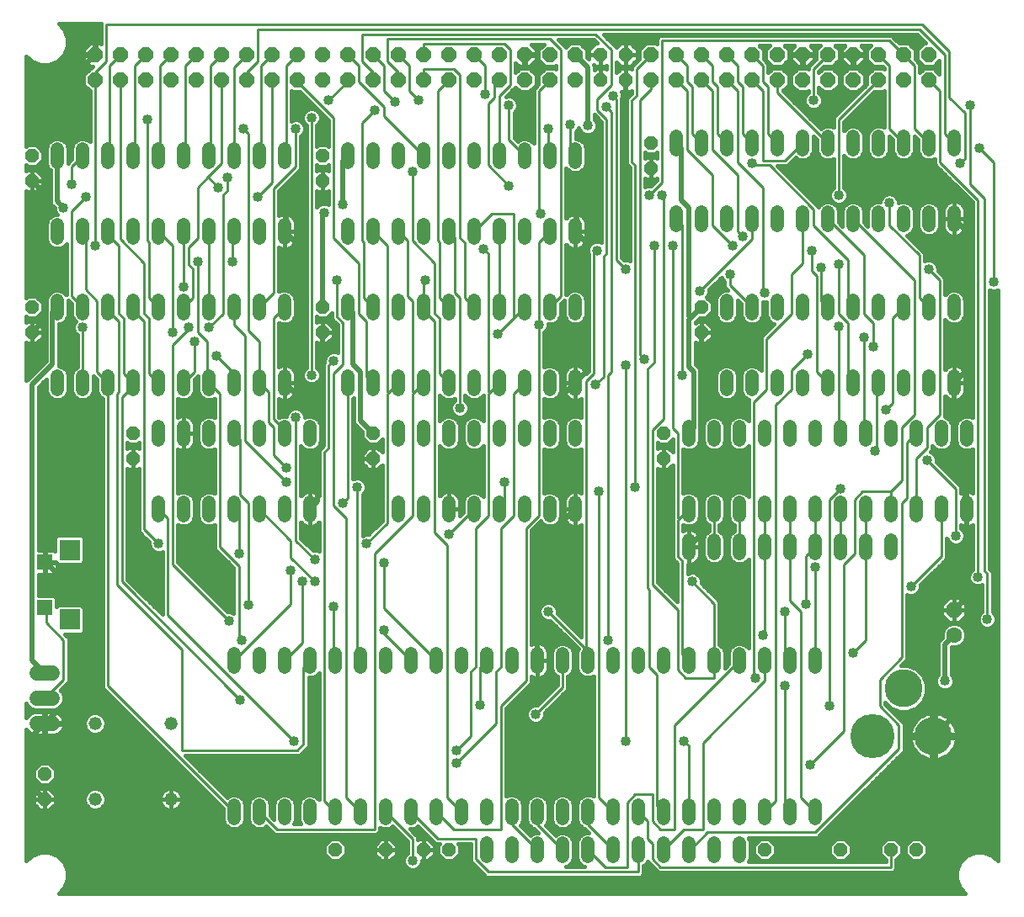
<source format=gbl>
G75*
%MOIN*%
%OFA0B0*%
%FSLAX24Y24*%
%IPPOS*%
%LPD*%
%AMOC8*
5,1,8,0,0,1.08239X$1,22.5*
%
%ADD10C,0.0520*%
%ADD11C,0.0520*%
%ADD12C,0.0600*%
%ADD13OC8,0.0600*%
%ADD14R,0.0600X0.0600*%
%ADD15R,0.0825X0.0825*%
%ADD16OC8,0.0520*%
%ADD17C,0.1750*%
%ADD18C,0.1500*%
%ADD19OC8,0.0560*%
%ADD20OC8,0.0630*%
%ADD21C,0.0630*%
%ADD22C,0.0200*%
%ADD23C,0.0400*%
%ADD24C,0.0160*%
%ADD25C,0.0100*%
D10*
X009180Y003920D02*
X009180Y004440D01*
X010180Y004440D02*
X010180Y003920D01*
X011180Y003920D02*
X011180Y004440D01*
X012180Y004440D02*
X012180Y003920D01*
X013180Y003920D02*
X013180Y004440D01*
X014180Y004440D02*
X014180Y003920D01*
X015180Y003920D02*
X015180Y004440D01*
X016180Y004440D02*
X016180Y003920D01*
X017180Y003920D02*
X017180Y004440D01*
X018180Y004440D02*
X018180Y003920D01*
X019180Y003920D02*
X019180Y004440D01*
X020180Y004440D02*
X020180Y003920D01*
X020180Y002940D02*
X020180Y002420D01*
X021180Y002420D02*
X021180Y002940D01*
X021180Y003920D02*
X021180Y004440D01*
X022180Y004440D02*
X022180Y003920D01*
X022180Y002940D02*
X022180Y002420D01*
X023180Y002420D02*
X023180Y002940D01*
X023180Y003920D02*
X023180Y004440D01*
X024180Y004440D02*
X024180Y003920D01*
X024180Y002940D02*
X024180Y002420D01*
X025180Y002420D02*
X025180Y002940D01*
X025180Y003920D02*
X025180Y004440D01*
X026180Y004440D02*
X026180Y003920D01*
X026180Y002940D02*
X026180Y002420D01*
X027180Y002420D02*
X027180Y002940D01*
X027180Y003920D02*
X027180Y004440D01*
X028180Y004440D02*
X028180Y003920D01*
X028180Y002940D02*
X028180Y002420D01*
X029180Y002420D02*
X029180Y002940D01*
X029180Y003920D02*
X029180Y004440D01*
X030180Y004440D02*
X030180Y003920D01*
X031180Y003920D02*
X031180Y004440D01*
X032180Y004440D02*
X032180Y003920D01*
X032180Y009920D02*
X032180Y010440D01*
X031180Y010440D02*
X031180Y009920D01*
X030180Y009920D02*
X030180Y010440D01*
X029180Y010440D02*
X029180Y009920D01*
X028180Y009920D02*
X028180Y010440D01*
X027180Y010440D02*
X027180Y009920D01*
X026180Y009920D02*
X026180Y010440D01*
X025180Y010440D02*
X025180Y009920D01*
X024180Y009920D02*
X024180Y010440D01*
X023180Y010440D02*
X023180Y009920D01*
X022180Y009920D02*
X022180Y010440D01*
X021180Y010440D02*
X021180Y009920D01*
X020180Y009920D02*
X020180Y010440D01*
X019180Y010440D02*
X019180Y009920D01*
X018180Y009920D02*
X018180Y010440D01*
X017180Y010440D02*
X017180Y009920D01*
X016180Y009920D02*
X016180Y010440D01*
X015180Y010440D02*
X015180Y009920D01*
X014180Y009920D02*
X014180Y010440D01*
X013180Y010440D02*
X013180Y009920D01*
X012180Y009920D02*
X012180Y010440D01*
X011180Y010440D02*
X011180Y009920D01*
X010180Y009920D02*
X010180Y010440D01*
X009180Y010440D02*
X009180Y009920D01*
X009180Y015920D02*
X009180Y016440D01*
X008180Y016440D02*
X008180Y015920D01*
X007180Y015920D02*
X007180Y016440D01*
X006180Y016440D02*
X006180Y015920D01*
X006180Y018920D02*
X006180Y019440D01*
X007180Y019440D02*
X007180Y018920D01*
X008180Y018920D02*
X008180Y019440D01*
X009180Y019440D02*
X009180Y018920D01*
X010180Y018920D02*
X010180Y019440D01*
X011180Y019440D02*
X011180Y018920D01*
X012180Y018920D02*
X012180Y019440D01*
X011180Y020920D02*
X011180Y021440D01*
X010180Y021440D02*
X010180Y020920D01*
X009180Y020920D02*
X009180Y021440D01*
X008180Y021440D02*
X008180Y020920D01*
X007180Y020920D02*
X007180Y021440D01*
X006180Y021440D02*
X006180Y020920D01*
X005180Y020920D02*
X005180Y021440D01*
X004180Y021440D02*
X004180Y020920D01*
X003180Y020920D02*
X003180Y021440D01*
X002180Y021440D02*
X002180Y020920D01*
X002180Y023920D02*
X002180Y024440D01*
X003180Y024440D02*
X003180Y023920D01*
X004180Y023920D02*
X004180Y024440D01*
X005180Y024440D02*
X005180Y023920D01*
X006180Y023920D02*
X006180Y024440D01*
X007180Y024440D02*
X007180Y023920D01*
X008180Y023920D02*
X008180Y024440D01*
X009180Y024440D02*
X009180Y023920D01*
X010180Y023920D02*
X010180Y024440D01*
X011180Y024440D02*
X011180Y023920D01*
X013680Y023920D02*
X013680Y024440D01*
X014680Y024440D02*
X014680Y023920D01*
X015680Y023920D02*
X015680Y024440D01*
X016680Y024440D02*
X016680Y023920D01*
X017680Y023920D02*
X017680Y024440D01*
X018680Y024440D02*
X018680Y023920D01*
X019680Y023920D02*
X019680Y024440D01*
X020680Y024440D02*
X020680Y023920D01*
X021680Y023920D02*
X021680Y024440D01*
X022680Y024440D02*
X022680Y023920D01*
X022680Y021440D02*
X022680Y020920D01*
X021680Y020920D02*
X021680Y021440D01*
X020680Y021440D02*
X020680Y020920D01*
X019680Y020920D02*
X019680Y021440D01*
X018680Y021440D02*
X018680Y020920D01*
X017680Y020920D02*
X017680Y021440D01*
X016680Y021440D02*
X016680Y020920D01*
X015680Y020920D02*
X015680Y021440D01*
X014680Y021440D02*
X014680Y020920D01*
X013680Y020920D02*
X013680Y021440D01*
X015680Y019440D02*
X015680Y018920D01*
X016680Y018920D02*
X016680Y019440D01*
X017680Y019440D02*
X017680Y018920D01*
X018680Y018920D02*
X018680Y019440D01*
X019680Y019440D02*
X019680Y018920D01*
X020680Y018920D02*
X020680Y019440D01*
X021680Y019440D02*
X021680Y018920D01*
X022680Y018920D02*
X022680Y019440D01*
X022680Y016440D02*
X022680Y015920D01*
X021680Y015920D02*
X021680Y016440D01*
X020680Y016440D02*
X020680Y015920D01*
X019680Y015920D02*
X019680Y016440D01*
X018680Y016440D02*
X018680Y015920D01*
X017680Y015920D02*
X017680Y016440D01*
X016680Y016440D02*
X016680Y015920D01*
X015680Y015920D02*
X015680Y016440D01*
X012180Y016440D02*
X012180Y015920D01*
X011180Y015920D02*
X011180Y016440D01*
X010180Y016440D02*
X010180Y015920D01*
X010180Y026920D02*
X010180Y027440D01*
X011180Y027440D02*
X011180Y026920D01*
X009180Y026920D02*
X009180Y027440D01*
X008180Y027440D02*
X008180Y026920D01*
X007180Y026920D02*
X007180Y027440D01*
X006180Y027440D02*
X006180Y026920D01*
X005180Y026920D02*
X005180Y027440D01*
X004180Y027440D02*
X004180Y026920D01*
X003180Y026920D02*
X003180Y027440D01*
X002180Y027440D02*
X002180Y026920D01*
X002180Y029920D02*
X002180Y030440D01*
X003180Y030440D02*
X003180Y029920D01*
X004180Y029920D02*
X004180Y030440D01*
X005180Y030440D02*
X005180Y029920D01*
X006180Y029920D02*
X006180Y030440D01*
X007180Y030440D02*
X007180Y029920D01*
X008180Y029920D02*
X008180Y030440D01*
X009180Y030440D02*
X009180Y029920D01*
X010180Y029920D02*
X010180Y030440D01*
X011180Y030440D02*
X011180Y029920D01*
X013680Y029920D02*
X013680Y030440D01*
X014680Y030440D02*
X014680Y029920D01*
X015680Y029920D02*
X015680Y030440D01*
X016680Y030440D02*
X016680Y029920D01*
X017680Y029920D02*
X017680Y030440D01*
X018680Y030440D02*
X018680Y029920D01*
X019680Y029920D02*
X019680Y030440D01*
X020680Y030440D02*
X020680Y029920D01*
X021680Y029920D02*
X021680Y030440D01*
X022680Y030440D02*
X022680Y029920D01*
X022680Y027440D02*
X022680Y026920D01*
X021680Y026920D02*
X021680Y027440D01*
X020680Y027440D02*
X020680Y026920D01*
X019680Y026920D02*
X019680Y027440D01*
X018680Y027440D02*
X018680Y026920D01*
X017680Y026920D02*
X017680Y027440D01*
X016680Y027440D02*
X016680Y026920D01*
X015680Y026920D02*
X015680Y027440D01*
X014680Y027440D02*
X014680Y026920D01*
X013680Y026920D02*
X013680Y027440D01*
X026680Y027420D02*
X026680Y027940D01*
X027680Y027940D02*
X027680Y027420D01*
X028680Y027420D02*
X028680Y027940D01*
X029680Y027940D02*
X029680Y027420D01*
X030680Y027420D02*
X030680Y027940D01*
X031680Y027940D02*
X031680Y027420D01*
X032680Y027420D02*
X032680Y027940D01*
X033680Y027940D02*
X033680Y027420D01*
X034680Y027420D02*
X034680Y027940D01*
X035680Y027940D02*
X035680Y027420D01*
X036680Y027420D02*
X036680Y027940D01*
X037680Y027940D02*
X037680Y027420D01*
X037680Y024440D02*
X037680Y023920D01*
X036680Y023920D02*
X036680Y024440D01*
X035680Y024440D02*
X035680Y023920D01*
X034680Y023920D02*
X034680Y024440D01*
X033680Y024440D02*
X033680Y023920D01*
X032680Y023920D02*
X032680Y024440D01*
X031680Y024440D02*
X031680Y023920D01*
X030680Y023920D02*
X030680Y024440D01*
X029680Y024440D02*
X029680Y023920D01*
X028680Y023920D02*
X028680Y024440D01*
X028680Y021440D02*
X028680Y020920D01*
X029680Y020920D02*
X029680Y021440D01*
X030680Y021440D02*
X030680Y020920D01*
X031680Y020920D02*
X031680Y021440D01*
X032680Y021440D02*
X032680Y020920D01*
X033680Y020920D02*
X033680Y021440D01*
X034680Y021440D02*
X034680Y020920D01*
X035680Y020920D02*
X035680Y021440D01*
X036680Y021440D02*
X036680Y020920D01*
X037680Y020920D02*
X037680Y021440D01*
X037180Y019440D02*
X037180Y018920D01*
X038180Y018920D02*
X038180Y019440D01*
X036180Y019440D02*
X036180Y018920D01*
X035180Y018920D02*
X035180Y019440D01*
X034180Y019440D02*
X034180Y018920D01*
X033180Y018920D02*
X033180Y019440D01*
X032180Y019440D02*
X032180Y018920D01*
X031180Y018920D02*
X031180Y019440D01*
X030180Y019440D02*
X030180Y018920D01*
X029180Y018920D02*
X029180Y019440D01*
X028180Y019440D02*
X028180Y018920D01*
X027180Y018920D02*
X027180Y019440D01*
X027180Y016440D02*
X027180Y015920D01*
X027180Y014940D02*
X027180Y014420D01*
X028180Y014420D02*
X028180Y014940D01*
X028180Y015920D02*
X028180Y016440D01*
X029180Y016440D02*
X029180Y015920D01*
X029180Y014940D02*
X029180Y014420D01*
X030180Y014420D02*
X030180Y014940D01*
X030180Y015920D02*
X030180Y016440D01*
X031180Y016440D02*
X031180Y015920D01*
X031180Y014940D02*
X031180Y014420D01*
X032180Y014420D02*
X032180Y014940D01*
X032180Y015920D02*
X032180Y016440D01*
X033180Y016440D02*
X033180Y015920D01*
X033180Y014940D02*
X033180Y014420D01*
X034180Y014420D02*
X034180Y014940D01*
X034180Y015920D02*
X034180Y016440D01*
X035180Y016440D02*
X035180Y015920D01*
X035180Y014940D02*
X035180Y014420D01*
X036180Y015920D02*
X036180Y016440D01*
X037180Y016440D02*
X037180Y015920D01*
X038180Y015920D02*
X038180Y016440D01*
X037680Y030420D02*
X037680Y030940D01*
X036680Y030940D02*
X036680Y030420D01*
X035680Y030420D02*
X035680Y030940D01*
X034680Y030940D02*
X034680Y030420D01*
X033680Y030420D02*
X033680Y030940D01*
X032680Y030940D02*
X032680Y030420D01*
X031680Y030420D02*
X031680Y030940D01*
X030680Y030940D02*
X030680Y030420D01*
X029680Y030420D02*
X029680Y030940D01*
X028680Y030940D02*
X028680Y030420D01*
X027680Y030420D02*
X027680Y030940D01*
X026680Y030940D02*
X026680Y030420D01*
X019180Y002940D02*
X019180Y002420D01*
D11*
X006680Y004680D03*
X003680Y004680D03*
X003680Y007680D03*
X006680Y007680D03*
D12*
X001980Y007680D02*
X001380Y007680D01*
X001380Y008680D02*
X001980Y008680D01*
X001980Y009680D02*
X001380Y009680D01*
D13*
X003680Y033180D03*
X004680Y033180D03*
X004680Y034180D03*
X003680Y034180D03*
X005680Y034180D03*
X006680Y034180D03*
X006680Y033180D03*
X005680Y033180D03*
X007680Y033180D03*
X008680Y033180D03*
X009680Y033180D03*
X009680Y034180D03*
X008680Y034180D03*
X007680Y034180D03*
X010680Y034180D03*
X011680Y034180D03*
X011680Y033180D03*
X010680Y033180D03*
X012680Y033180D03*
X013680Y033180D03*
X013680Y034180D03*
X012680Y034180D03*
X014680Y034180D03*
X015680Y034180D03*
X015680Y033180D03*
X014680Y033180D03*
X016680Y033180D03*
X017680Y033180D03*
X017680Y034180D03*
X016680Y034180D03*
X018680Y034180D03*
X019680Y034180D03*
X019680Y033180D03*
X018680Y033180D03*
X020680Y033180D03*
X021680Y033180D03*
X021680Y034180D03*
X020680Y034180D03*
X022680Y034180D03*
X022680Y033180D03*
X025680Y033180D03*
X025680Y034180D03*
X026680Y034180D03*
X027680Y034180D03*
X027680Y033180D03*
X026680Y033180D03*
X028680Y033180D03*
X029680Y033180D03*
X029680Y034180D03*
X028680Y034180D03*
X030680Y034180D03*
X031680Y034180D03*
X032680Y034180D03*
X032680Y033180D03*
X031680Y033180D03*
X030680Y033180D03*
X033680Y033180D03*
X034680Y033180D03*
X034680Y034180D03*
X033680Y034180D03*
X035680Y034180D03*
X036680Y034180D03*
X036680Y033180D03*
X035680Y033180D03*
D14*
X001690Y014065D03*
X001690Y012295D03*
D15*
X002670Y011800D03*
X002670Y014560D03*
D16*
X005180Y018180D03*
X005180Y019180D03*
X001180Y023180D03*
X001180Y024180D03*
X001180Y029180D03*
X001180Y030180D03*
X012680Y030180D03*
X012680Y029180D03*
X012680Y024180D03*
X012680Y023180D03*
X014680Y019180D03*
X014680Y018180D03*
X026180Y018180D03*
X026180Y019180D03*
X027680Y023180D03*
X027680Y024180D03*
X025680Y029680D03*
X025680Y030680D03*
X001680Y005680D03*
X001680Y004680D03*
X013180Y002680D03*
X015180Y002680D03*
X016680Y002680D03*
X017680Y002680D03*
X030180Y002680D03*
X033180Y002680D03*
X035180Y002680D03*
X036180Y002680D03*
D17*
X034460Y007180D03*
D18*
X035680Y009070D03*
X036861Y007180D03*
D19*
X024680Y033180D03*
X024680Y034180D03*
X023680Y034180D03*
X023680Y033180D03*
D20*
X037680Y012180D03*
D21*
X037680Y011180D03*
D22*
X037305Y010805D01*
X037305Y009368D01*
X038180Y008493D02*
X038180Y012555D01*
X038118Y012618D01*
X038180Y012680D01*
X038180Y016180D01*
X038118Y016243D01*
X038118Y016993D01*
X037680Y017430D01*
X037680Y021180D01*
X038180Y021680D01*
X038180Y027180D01*
X037680Y027680D01*
X027680Y024180D02*
X027243Y023743D01*
X027180Y023805D01*
X027180Y028118D01*
X026868Y028430D01*
X026868Y030493D01*
X026680Y030680D01*
X024680Y029680D02*
X024680Y033180D01*
X023180Y033680D02*
X023180Y031368D01*
X023555Y029368D02*
X022743Y028555D01*
X022743Y027243D01*
X022680Y027180D01*
X023118Y026743D01*
X023118Y024680D01*
X023180Y024618D01*
X023180Y021680D01*
X022680Y021180D01*
X022180Y020680D01*
X022180Y015805D01*
X022243Y015743D01*
X021180Y014680D01*
X021180Y010180D01*
X027180Y014680D02*
X027680Y015180D01*
X027680Y018118D01*
X027118Y018118D01*
X027680Y018118D02*
X027680Y023180D01*
X027180Y023680D02*
X027180Y021805D01*
X027368Y021618D01*
X027368Y019368D01*
X027180Y019180D01*
X022680Y016180D02*
X022243Y015743D01*
X014680Y019180D02*
X014180Y019680D01*
X014180Y021618D01*
X013868Y021930D01*
X013868Y023993D01*
X013680Y024180D01*
X012680Y024180D02*
X012680Y027868D01*
X012743Y027930D01*
X013493Y028243D02*
X013493Y029993D01*
X013680Y030180D01*
X011868Y028993D02*
X011243Y028368D01*
X011243Y027243D01*
X011180Y027180D01*
X011680Y026680D01*
X011680Y020805D01*
X011618Y020743D01*
X012618Y019743D01*
X012680Y019805D01*
X012680Y023180D01*
X011180Y021180D02*
X011618Y020743D01*
X012618Y019743D02*
X012680Y019680D01*
X012680Y018743D01*
X012493Y018555D01*
X012493Y018180D01*
X012368Y018180D01*
X012493Y018180D02*
X012493Y016493D01*
X012180Y016180D01*
X003305Y012493D02*
X003305Y009305D01*
X001680Y007680D01*
X001180Y007180D01*
X001180Y005180D01*
X001680Y004680D01*
X001680Y009680D02*
X001180Y010180D01*
X001180Y021118D01*
X001993Y021930D01*
X001993Y023993D01*
X002180Y024180D01*
X001680Y023680D02*
X001680Y028680D01*
X001618Y028743D01*
X001680Y028805D01*
X001680Y032180D01*
X003680Y034180D01*
X002180Y030180D02*
X002180Y028368D01*
X002430Y028118D01*
X001618Y028743D02*
X001180Y029180D01*
X001680Y023680D02*
X001180Y023180D01*
X001690Y014065D02*
X001743Y014055D01*
X003305Y012493D01*
X023180Y033680D02*
X022680Y034180D01*
X027243Y023743D02*
X027180Y023680D01*
X038118Y012618D02*
X037680Y012180D01*
X038180Y008493D02*
X036868Y007180D01*
X036861Y007180D01*
D23*
X037305Y009368D03*
X038993Y011805D03*
X038618Y013493D03*
X037743Y015118D03*
X035993Y013118D03*
X033680Y010493D03*
X032743Y008368D03*
X030993Y009180D03*
X029805Y009493D03*
X030118Y011180D03*
X030993Y012118D03*
X031805Y012430D03*
X032180Y013868D03*
X033180Y016993D03*
X034555Y018493D03*
X034993Y020118D03*
X036618Y018118D03*
X031868Y022305D03*
X033118Y023430D03*
X034118Y022993D03*
X034493Y022618D03*
X032430Y025743D03*
X033118Y025868D03*
X032055Y026430D03*
X030180Y024743D03*
X028805Y025493D03*
X028930Y026618D03*
X029305Y026993D03*
X027618Y024805D03*
X026555Y026618D03*
X025805Y026618D03*
X024680Y025680D03*
X023555Y026430D03*
X021305Y027868D03*
X020055Y028993D03*
X021618Y031243D03*
X022493Y031430D03*
X023180Y031368D03*
X023930Y032118D03*
X024180Y032555D03*
X024680Y029680D03*
X023555Y029368D03*
X025618Y028618D03*
X026118Y028618D03*
X029680Y029868D03*
X032118Y032368D03*
X033118Y028618D03*
X035118Y028305D03*
X037930Y029868D03*
X038680Y030493D03*
X038305Y032180D03*
X036680Y025680D03*
X039243Y025180D03*
X027118Y018118D03*
X025055Y017055D03*
X023618Y016868D03*
X019868Y017243D03*
X017680Y015180D03*
X015118Y014055D03*
X014430Y014805D03*
X013493Y016430D03*
X014055Y017055D03*
X012368Y018180D03*
X011243Y017805D03*
X011243Y017243D03*
X011618Y019805D03*
X012243Y021493D03*
X013118Y022055D03*
X013243Y025243D03*
X012743Y027930D03*
X013493Y028243D03*
X011868Y028993D03*
X010118Y028555D03*
X008930Y029305D03*
X008555Y028930D03*
X009555Y031243D03*
X011618Y031243D03*
X012243Y031680D03*
X012930Y032368D03*
X014743Y031993D03*
X015555Y032305D03*
X016493Y032368D03*
X019118Y032618D03*
X020055Y032180D03*
X016243Y029555D03*
X019055Y026493D03*
X016743Y025243D03*
X019618Y023118D03*
X021243Y023493D03*
X023493Y021118D03*
X024680Y021868D03*
X025430Y022118D03*
X026930Y021493D03*
X018118Y020180D03*
X012368Y014180D03*
X012368Y013305D03*
X011868Y013305D03*
X011430Y013743D03*
X009743Y012368D03*
X008993Y011743D03*
X009493Y010993D03*
X009430Y008618D03*
X011555Y006993D03*
X015118Y011368D03*
X013118Y012305D03*
X009368Y014430D03*
X006180Y014805D03*
X008493Y022243D03*
X007618Y022805D03*
X007368Y023368D03*
X006743Y023180D03*
X008180Y023368D03*
X007180Y024993D03*
X007743Y025993D03*
X009118Y025993D03*
X003680Y026618D03*
X002430Y028118D03*
X003305Y028555D03*
X002743Y029055D03*
X005743Y031618D03*
X003180Y023368D03*
X018930Y008430D03*
X017993Y006618D03*
X017993Y006118D03*
X021118Y008055D03*
X023993Y010993D03*
X021618Y012118D03*
X027305Y013305D03*
X026993Y006993D03*
X024680Y006993D03*
X031993Y006055D03*
X016243Y002243D03*
D24*
X002447Y001167D02*
X002240Y000960D01*
X038120Y000960D01*
X037913Y001167D01*
X037775Y001500D01*
X037775Y001860D01*
X037913Y002193D01*
X038167Y002447D01*
X038500Y002585D01*
X038860Y002585D01*
X039193Y002447D01*
X039400Y002240D01*
X039400Y024856D01*
X039314Y024820D01*
X039171Y024820D01*
X039077Y024859D01*
X039077Y013829D01*
X039079Y013827D01*
X039202Y013704D01*
X039202Y012104D01*
X039298Y012009D01*
X039352Y011877D01*
X039352Y011733D01*
X039298Y011601D01*
X039196Y011500D01*
X039064Y011445D01*
X038921Y011445D01*
X038789Y011500D01*
X038687Y011601D01*
X038633Y011733D01*
X038633Y011877D01*
X038687Y012009D01*
X038783Y012104D01*
X038783Y013171D01*
X038689Y013133D01*
X038546Y013133D01*
X038414Y013187D01*
X038312Y013289D01*
X038258Y013421D01*
X038258Y013564D01*
X038312Y013696D01*
X038408Y013792D01*
X038408Y015542D01*
X038349Y015512D01*
X038283Y015491D01*
X038215Y015480D01*
X038180Y015480D01*
X038180Y016180D01*
X038180Y016180D01*
X038180Y016880D01*
X038215Y016880D01*
X038283Y016869D01*
X038349Y016848D01*
X038408Y016818D01*
X038408Y018560D01*
X038264Y018500D01*
X038096Y018500D01*
X037942Y018564D01*
X037824Y018682D01*
X037760Y018836D01*
X037760Y019524D01*
X037824Y019678D01*
X037942Y019796D01*
X038096Y019860D01*
X038264Y019860D01*
X038408Y019800D01*
X038408Y028343D01*
X037031Y029720D01*
X036908Y029843D01*
X036908Y030060D01*
X036764Y030000D01*
X036596Y030000D01*
X036442Y030064D01*
X036324Y030182D01*
X036260Y030336D01*
X036260Y030803D01*
X036100Y030963D01*
X036100Y030336D01*
X036036Y030182D01*
X035918Y030064D01*
X035764Y030000D01*
X035596Y030000D01*
X035442Y030064D01*
X035324Y030182D01*
X035260Y030336D01*
X035260Y030803D01*
X035100Y030963D01*
X035100Y030336D01*
X035036Y030182D01*
X034918Y030064D01*
X034764Y030000D01*
X034596Y030000D01*
X034442Y030064D01*
X034324Y030182D01*
X034260Y030336D01*
X034260Y031024D01*
X034324Y031178D01*
X034442Y031296D01*
X034596Y031360D01*
X034764Y031360D01*
X034908Y031300D01*
X034908Y032757D01*
X034871Y032720D01*
X034517Y032720D01*
X033327Y031531D01*
X033327Y031181D01*
X033442Y031296D01*
X033596Y031360D01*
X033764Y031360D01*
X033918Y031296D01*
X034036Y031178D01*
X034100Y031024D01*
X034100Y030336D01*
X034036Y030182D01*
X033918Y030064D01*
X033764Y030000D01*
X033596Y030000D01*
X033442Y030064D01*
X033327Y030179D01*
X033327Y028917D01*
X033423Y028821D01*
X033477Y028689D01*
X033477Y028546D01*
X033423Y028414D01*
X033321Y028312D01*
X033189Y028258D01*
X033046Y028258D01*
X032914Y028312D01*
X032812Y028414D01*
X032758Y028546D01*
X032758Y028689D01*
X032812Y028821D01*
X032908Y028917D01*
X032908Y030060D01*
X032764Y030000D01*
X032596Y030000D01*
X032442Y030064D01*
X032324Y030182D01*
X032260Y030336D01*
X032260Y030803D01*
X032100Y030963D01*
X032100Y030336D01*
X032036Y030182D01*
X031918Y030064D01*
X031764Y030000D01*
X031596Y030000D01*
X031442Y030064D01*
X031402Y030105D01*
X031202Y029906D01*
X031079Y029783D01*
X030687Y029783D01*
X032314Y028155D01*
X032324Y028178D01*
X032442Y028296D01*
X032596Y028360D01*
X032764Y028360D01*
X032918Y028296D01*
X033036Y028178D01*
X033100Y028024D01*
X033100Y027557D01*
X033260Y027397D01*
X033260Y028024D01*
X033324Y028178D01*
X033442Y028296D01*
X033596Y028360D01*
X033764Y028360D01*
X033918Y028296D01*
X034036Y028178D01*
X034100Y028024D01*
X034100Y027557D01*
X034260Y027397D01*
X034260Y028024D01*
X034324Y028178D01*
X034442Y028296D01*
X034596Y028360D01*
X034758Y028360D01*
X034758Y028377D01*
X034812Y028509D01*
X034914Y028610D01*
X035046Y028665D01*
X035189Y028665D01*
X035321Y028610D01*
X035423Y028509D01*
X035477Y028377D01*
X035477Y028311D01*
X035596Y028360D01*
X035764Y028360D01*
X035918Y028296D01*
X036036Y028178D01*
X036100Y028024D01*
X036100Y027336D01*
X036036Y027182D01*
X035918Y027064D01*
X035821Y027024D01*
X036515Y026329D01*
X036515Y026001D01*
X036608Y026040D01*
X036752Y026040D01*
X036884Y025985D01*
X036985Y025884D01*
X037040Y025752D01*
X037040Y025617D01*
X037204Y025452D01*
X037327Y025329D01*
X037327Y024681D01*
X037442Y024796D01*
X037596Y024860D01*
X037764Y024860D01*
X037918Y024796D01*
X038036Y024678D01*
X038100Y024524D01*
X038100Y023836D01*
X038036Y023682D01*
X037918Y023564D01*
X037764Y023500D01*
X037596Y023500D01*
X037442Y023564D01*
X037327Y023679D01*
X037327Y021703D01*
X037344Y021727D01*
X037393Y021776D01*
X037449Y021816D01*
X037511Y021848D01*
X037577Y021869D01*
X037645Y021880D01*
X037680Y021880D01*
X037680Y021180D01*
X037680Y021180D01*
X038120Y021180D01*
X038120Y021475D01*
X038109Y021543D01*
X038088Y021609D01*
X038056Y021671D01*
X038016Y021727D01*
X037967Y021776D01*
X037911Y021816D01*
X037849Y021848D01*
X037783Y021869D01*
X037715Y021880D01*
X037680Y021880D01*
X037680Y021180D01*
X037680Y021180D01*
X038120Y021180D01*
X038120Y020885D01*
X038109Y020817D01*
X038088Y020751D01*
X038056Y020689D01*
X038016Y020633D01*
X037967Y020584D01*
X037911Y020544D01*
X037849Y020512D01*
X037783Y020491D01*
X037715Y020480D01*
X037680Y020480D01*
X037680Y021180D01*
X037680Y021180D01*
X037680Y020480D01*
X037645Y020480D01*
X037577Y020491D01*
X037511Y020512D01*
X037449Y020544D01*
X037393Y020584D01*
X037344Y020633D01*
X037327Y020657D01*
X037327Y019843D01*
X037321Y019836D01*
X037418Y019796D01*
X037536Y019678D01*
X037600Y019524D01*
X037600Y018836D01*
X037536Y018682D01*
X037418Y018564D01*
X037264Y018500D01*
X037096Y018500D01*
X036942Y018564D01*
X036827Y018679D01*
X036827Y018531D01*
X036749Y018452D01*
X036821Y018423D01*
X036923Y018321D01*
X036977Y018189D01*
X036977Y018054D01*
X037829Y017202D01*
X037829Y017202D01*
X037952Y017079D01*
X038408Y017079D01*
X038408Y016921D02*
X037952Y016921D01*
X038011Y016848D02*
X037952Y016818D01*
X037952Y017079D01*
X037794Y017238D02*
X038408Y017238D01*
X038408Y017396D02*
X037636Y017396D01*
X037477Y017555D02*
X038408Y017555D01*
X038408Y017713D02*
X037319Y017713D01*
X037160Y017872D02*
X038408Y017872D01*
X038408Y018030D02*
X037002Y018030D01*
X036977Y018189D02*
X038408Y018189D01*
X038408Y018347D02*
X036897Y018347D01*
X036803Y018506D02*
X037083Y018506D01*
X037277Y018506D02*
X038083Y018506D01*
X038277Y018506D02*
X038408Y018506D01*
X039077Y018506D02*
X039400Y018506D01*
X039400Y018664D02*
X039077Y018664D01*
X039077Y018823D02*
X039400Y018823D01*
X039400Y018981D02*
X039077Y018981D01*
X039077Y019140D02*
X039400Y019140D01*
X039400Y019298D02*
X039077Y019298D01*
X039077Y019457D02*
X039400Y019457D01*
X039400Y019615D02*
X039077Y019615D01*
X039077Y019774D02*
X039400Y019774D01*
X039400Y019932D02*
X039077Y019932D01*
X039077Y020091D02*
X039400Y020091D01*
X039400Y020249D02*
X039077Y020249D01*
X039077Y020408D02*
X039400Y020408D01*
X039400Y020566D02*
X039077Y020566D01*
X039077Y020725D02*
X039400Y020725D01*
X039400Y020883D02*
X039077Y020883D01*
X039077Y021042D02*
X039400Y021042D01*
X039400Y021200D02*
X039077Y021200D01*
X039077Y021359D02*
X039400Y021359D01*
X039400Y021517D02*
X039077Y021517D01*
X039077Y021676D02*
X039400Y021676D01*
X039400Y021834D02*
X039077Y021834D01*
X039077Y021993D02*
X039400Y021993D01*
X039400Y022151D02*
X039077Y022151D01*
X039077Y022310D02*
X039400Y022310D01*
X039400Y022468D02*
X039077Y022468D01*
X039077Y022627D02*
X039400Y022627D01*
X039400Y022785D02*
X039077Y022785D01*
X039077Y022944D02*
X039400Y022944D01*
X039400Y023102D02*
X039077Y023102D01*
X039077Y023261D02*
X039400Y023261D01*
X039400Y023419D02*
X039077Y023419D01*
X039077Y023578D02*
X039400Y023578D01*
X039400Y023736D02*
X039077Y023736D01*
X039077Y023895D02*
X039400Y023895D01*
X039400Y024053D02*
X039077Y024053D01*
X039077Y024212D02*
X039400Y024212D01*
X039400Y024370D02*
X039077Y024370D01*
X039077Y024529D02*
X039400Y024529D01*
X039400Y024687D02*
X039077Y024687D01*
X039077Y024846D02*
X039109Y024846D01*
X039376Y024846D02*
X039400Y024846D01*
X038408Y024846D02*
X037798Y024846D01*
X037562Y024846D02*
X037327Y024846D01*
X037327Y025004D02*
X038408Y025004D01*
X038408Y025163D02*
X037327Y025163D01*
X037327Y025321D02*
X038408Y025321D01*
X038408Y025480D02*
X037177Y025480D01*
X037040Y025638D02*
X038408Y025638D01*
X038408Y025797D02*
X037021Y025797D01*
X036914Y025955D02*
X038408Y025955D01*
X038408Y026114D02*
X036515Y026114D01*
X036515Y026272D02*
X038408Y026272D01*
X038408Y026431D02*
X036414Y026431D01*
X036255Y026589D02*
X038408Y026589D01*
X038408Y026748D02*
X036097Y026748D01*
X035938Y026906D02*
X038408Y026906D01*
X038408Y027065D02*
X037939Y027065D01*
X037967Y027084D02*
X038016Y027133D01*
X038056Y027189D01*
X038088Y027251D01*
X038109Y027317D01*
X038120Y027385D01*
X038120Y027680D01*
X038120Y027975D01*
X038109Y028043D01*
X038088Y028109D01*
X038056Y028171D01*
X038016Y028227D01*
X037967Y028276D01*
X037911Y028316D01*
X037849Y028348D01*
X037783Y028369D01*
X037715Y028380D01*
X037680Y028380D01*
X037680Y027680D01*
X038120Y027680D01*
X037680Y027680D01*
X037680Y027680D01*
X037680Y027680D01*
X037680Y026980D01*
X037715Y026980D01*
X037783Y026991D01*
X037849Y027012D01*
X037911Y027044D01*
X037967Y027084D01*
X038073Y027223D02*
X038408Y027223D01*
X038408Y027382D02*
X038119Y027382D01*
X038120Y027540D02*
X038408Y027540D01*
X038408Y027699D02*
X038120Y027699D01*
X038120Y027857D02*
X038408Y027857D01*
X038408Y028016D02*
X038114Y028016D01*
X038054Y028174D02*
X038408Y028174D01*
X038408Y028333D02*
X037879Y028333D01*
X037680Y028333D02*
X037680Y028333D01*
X037680Y028380D02*
X037680Y027680D01*
X037680Y027680D01*
X037680Y027680D01*
X037240Y027680D01*
X037240Y027975D01*
X037251Y028043D01*
X037272Y028109D01*
X037304Y028171D01*
X037344Y028227D01*
X037393Y028276D01*
X037449Y028316D01*
X037511Y028348D01*
X037577Y028369D01*
X037645Y028380D01*
X037680Y028380D01*
X037481Y028333D02*
X036830Y028333D01*
X036764Y028360D02*
X036596Y028360D01*
X036442Y028296D01*
X036324Y028178D01*
X036260Y028024D01*
X036260Y027336D01*
X036324Y027182D01*
X036442Y027064D01*
X036596Y027000D01*
X036764Y027000D01*
X036918Y027064D01*
X037036Y027182D01*
X037100Y027336D01*
X037100Y028024D01*
X037036Y028178D01*
X036918Y028296D01*
X036764Y028360D01*
X036530Y028333D02*
X035830Y028333D01*
X036038Y028174D02*
X036322Y028174D01*
X036260Y028016D02*
X036100Y028016D01*
X036100Y027857D02*
X036260Y027857D01*
X036260Y027699D02*
X036100Y027699D01*
X036100Y027540D02*
X036260Y027540D01*
X036260Y027382D02*
X036100Y027382D01*
X036053Y027223D02*
X036307Y027223D01*
X036441Y027065D02*
X035919Y027065D01*
X036919Y027065D02*
X037421Y027065D01*
X037393Y027084D02*
X037449Y027044D01*
X037511Y027012D01*
X037577Y026991D01*
X037645Y026980D01*
X037680Y026980D01*
X037680Y027680D01*
X037240Y027680D01*
X037240Y027385D01*
X037251Y027317D01*
X037272Y027251D01*
X037304Y027189D01*
X037344Y027133D01*
X037393Y027084D01*
X037287Y027223D02*
X037053Y027223D01*
X037100Y027382D02*
X037241Y027382D01*
X037240Y027540D02*
X037100Y027540D01*
X037100Y027699D02*
X037240Y027699D01*
X037240Y027857D02*
X037100Y027857D01*
X037100Y028016D02*
X037246Y028016D01*
X037306Y028174D02*
X037038Y028174D01*
X037680Y028174D02*
X037680Y028174D01*
X037680Y028016D02*
X037680Y028016D01*
X037680Y027857D02*
X037680Y027857D01*
X037680Y027699D02*
X037680Y027699D01*
X037680Y027540D02*
X037680Y027540D01*
X037680Y027382D02*
X037680Y027382D01*
X037680Y027223D02*
X037680Y027223D01*
X037680Y027065D02*
X037680Y027065D01*
X038259Y028491D02*
X035430Y028491D01*
X035477Y028333D02*
X035530Y028333D01*
X035226Y028650D02*
X038101Y028650D01*
X037942Y028808D02*
X033428Y028808D01*
X033477Y028650D02*
X035009Y028650D01*
X034805Y028491D02*
X033455Y028491D01*
X033530Y028333D02*
X033342Y028333D01*
X033322Y028174D02*
X033038Y028174D01*
X033100Y028016D02*
X033260Y028016D01*
X033260Y027857D02*
X033100Y027857D01*
X033100Y027699D02*
X033260Y027699D01*
X033260Y027540D02*
X033117Y027540D01*
X032893Y028333D02*
X032830Y028333D01*
X032780Y028491D02*
X031978Y028491D01*
X031820Y028650D02*
X032758Y028650D01*
X032807Y028808D02*
X031661Y028808D01*
X031503Y028967D02*
X032908Y028967D01*
X032908Y029125D02*
X031344Y029125D01*
X031186Y029284D02*
X032908Y029284D01*
X032908Y029442D02*
X031027Y029442D01*
X030869Y029601D02*
X032908Y029601D01*
X032908Y029759D02*
X030710Y029759D01*
X031215Y029918D02*
X032908Y029918D01*
X033327Y029918D02*
X036908Y029918D01*
X036991Y029759D02*
X033327Y029759D01*
X033327Y029601D02*
X037150Y029601D01*
X037308Y029442D02*
X033327Y029442D01*
X033327Y029284D02*
X037467Y029284D01*
X037625Y029125D02*
X033327Y029125D01*
X033327Y028967D02*
X037784Y028967D01*
X036430Y030076D02*
X035930Y030076D01*
X036058Y030235D02*
X036302Y030235D01*
X036260Y030393D02*
X036100Y030393D01*
X036100Y030552D02*
X036260Y030552D01*
X036260Y030710D02*
X036100Y030710D01*
X036100Y030869D02*
X036194Y030869D01*
X035260Y030710D02*
X035100Y030710D01*
X035100Y030552D02*
X035260Y030552D01*
X035260Y030393D02*
X035100Y030393D01*
X035058Y030235D02*
X035302Y030235D01*
X035430Y030076D02*
X034930Y030076D01*
X034430Y030076D02*
X033930Y030076D01*
X034058Y030235D02*
X034302Y030235D01*
X034260Y030393D02*
X034100Y030393D01*
X034100Y030552D02*
X034260Y030552D01*
X034260Y030710D02*
X034100Y030710D01*
X034100Y030869D02*
X034260Y030869D01*
X034261Y031027D02*
X034099Y031027D01*
X034028Y031186D02*
X034332Y031186D01*
X034558Y031344D02*
X033802Y031344D01*
X033558Y031344D02*
X033327Y031344D01*
X033327Y031186D02*
X033332Y031186D01*
X033327Y031503D02*
X034908Y031503D01*
X034908Y031661D02*
X033458Y031661D01*
X033617Y031820D02*
X034908Y031820D01*
X034908Y031978D02*
X033775Y031978D01*
X033934Y032137D02*
X034908Y032137D01*
X034908Y032295D02*
X034092Y032295D01*
X034251Y032454D02*
X034908Y032454D01*
X034908Y032612D02*
X034409Y032612D01*
X034132Y032929D02*
X034080Y032929D01*
X034140Y032989D02*
X033871Y032720D01*
X033489Y032720D01*
X033220Y032989D01*
X033220Y033371D01*
X033489Y033640D01*
X033871Y033640D01*
X034140Y033371D01*
X034140Y032989D01*
X034220Y033017D02*
X033031Y031827D01*
X032908Y031704D01*
X032908Y031300D01*
X032764Y031360D01*
X032596Y031360D01*
X032442Y031296D01*
X032402Y031255D01*
X030904Y032753D01*
X031140Y032989D01*
X031140Y033371D01*
X030871Y033640D01*
X030489Y033640D01*
X030327Y033478D01*
X030327Y033829D01*
X030140Y034017D01*
X030140Y034371D01*
X029978Y034533D01*
X030382Y034533D01*
X030220Y034371D01*
X030220Y033989D01*
X030489Y033720D01*
X030871Y033720D01*
X031140Y033989D01*
X031140Y034371D01*
X030978Y034533D01*
X031354Y034533D01*
X031200Y034379D01*
X031200Y034200D01*
X031660Y034200D01*
X031660Y034160D01*
X031700Y034160D01*
X031700Y034200D01*
X032160Y034200D01*
X032160Y034379D01*
X032006Y034533D01*
X032382Y034533D01*
X032220Y034371D01*
X032220Y034017D01*
X032031Y033827D01*
X031908Y033704D01*
X031908Y033603D01*
X031871Y033640D01*
X031489Y033640D01*
X031220Y033371D01*
X031220Y032989D01*
X031489Y032720D01*
X031871Y032720D01*
X031908Y032757D01*
X031908Y032667D01*
X031812Y032571D01*
X031758Y032439D01*
X031758Y032296D01*
X031812Y032164D01*
X031914Y032062D01*
X032046Y032008D01*
X032189Y032008D01*
X032321Y032062D01*
X032423Y032164D01*
X032477Y032296D01*
X032477Y032439D01*
X032423Y032571D01*
X032327Y032667D01*
X032327Y032882D01*
X032489Y032720D01*
X032871Y032720D01*
X033140Y032989D01*
X033140Y033371D01*
X032871Y033640D01*
X032489Y033640D01*
X032327Y033478D01*
X032327Y033531D01*
X032517Y033720D01*
X032871Y033720D01*
X033140Y033989D01*
X033140Y034371D01*
X032978Y034533D01*
X033354Y034533D01*
X033200Y034379D01*
X033200Y034200D01*
X033660Y034200D01*
X033660Y034160D01*
X033700Y034160D01*
X033700Y034200D01*
X034160Y034200D01*
X034160Y034379D01*
X034006Y034533D01*
X034382Y034533D01*
X034220Y034371D01*
X034220Y033989D01*
X034489Y033720D01*
X034843Y033720D01*
X034908Y033656D01*
X034908Y033603D01*
X034871Y033640D01*
X034489Y033640D01*
X034220Y033371D01*
X034220Y033017D01*
X034220Y033088D02*
X034140Y033088D01*
X034140Y033246D02*
X034220Y033246D01*
X034254Y033405D02*
X034106Y033405D01*
X033947Y033563D02*
X034413Y033563D01*
X034488Y033722D02*
X033900Y033722D01*
X033879Y033700D02*
X034160Y033981D01*
X034160Y034160D01*
X033700Y034160D01*
X033700Y033700D01*
X033879Y033700D01*
X033700Y033722D02*
X033660Y033722D01*
X033660Y033700D02*
X033660Y034160D01*
X033200Y034160D01*
X033200Y033981D01*
X033481Y033700D01*
X033660Y033700D01*
X033660Y033880D02*
X033700Y033880D01*
X033700Y034039D02*
X033660Y034039D01*
X033660Y034197D02*
X033140Y034197D01*
X033140Y034039D02*
X033200Y034039D01*
X033301Y033880D02*
X033031Y033880D01*
X032872Y033722D02*
X033460Y033722D01*
X033413Y033563D02*
X032947Y033563D01*
X033106Y033405D02*
X033254Y033405D01*
X033220Y033246D02*
X033140Y033246D01*
X033140Y033088D02*
X033220Y033088D01*
X033280Y032929D02*
X033080Y032929D01*
X032921Y032771D02*
X033439Y032771D01*
X033657Y032454D02*
X032472Y032454D01*
X032477Y032295D02*
X033498Y032295D01*
X033340Y032137D02*
X032396Y032137D01*
X032382Y032612D02*
X033815Y032612D01*
X033921Y032771D02*
X033974Y032771D01*
X034059Y033880D02*
X034329Y033880D01*
X034220Y034039D02*
X034160Y034039D01*
X034220Y034197D02*
X033700Y034197D01*
X034025Y034514D02*
X034364Y034514D01*
X034220Y034356D02*
X034160Y034356D01*
X033335Y034514D02*
X032996Y034514D01*
X033140Y034356D02*
X033200Y034356D01*
X032364Y034514D02*
X032025Y034514D01*
X032160Y034356D02*
X032220Y034356D01*
X032220Y034197D02*
X031700Y034197D01*
X031700Y034160D02*
X032160Y034160D01*
X032160Y033981D01*
X031879Y033700D01*
X031700Y033700D01*
X031700Y034160D01*
X031660Y034160D02*
X031660Y033700D01*
X031481Y033700D01*
X031200Y033981D01*
X031200Y034160D01*
X031660Y034160D01*
X031660Y034197D02*
X031140Y034197D01*
X031140Y034039D02*
X031200Y034039D01*
X031301Y033880D02*
X031031Y033880D01*
X030872Y033722D02*
X031460Y033722D01*
X031413Y033563D02*
X030947Y033563D01*
X031106Y033405D02*
X031254Y033405D01*
X031220Y033246D02*
X031140Y033246D01*
X031140Y033088D02*
X031220Y033088D01*
X031280Y032929D02*
X031080Y032929D01*
X030921Y032771D02*
X031439Y032771D01*
X031203Y032454D02*
X031763Y032454D01*
X031758Y032295D02*
X031362Y032295D01*
X031520Y032137D02*
X031839Y032137D01*
X031679Y031978D02*
X033181Y031978D01*
X033023Y031820D02*
X031837Y031820D01*
X031996Y031661D02*
X032908Y031661D01*
X032908Y031503D02*
X032154Y031503D01*
X032313Y031344D02*
X032558Y031344D01*
X032802Y031344D02*
X032908Y031344D01*
X032194Y030869D02*
X032100Y030869D01*
X032100Y030710D02*
X032260Y030710D01*
X032260Y030552D02*
X032100Y030552D01*
X032100Y030393D02*
X032260Y030393D01*
X032302Y030235D02*
X032058Y030235D01*
X031930Y030076D02*
X032430Y030076D01*
X033327Y030076D02*
X033430Y030076D01*
X035100Y030869D02*
X035194Y030869D01*
X034908Y031344D02*
X034802Y031344D01*
X037095Y033416D02*
X036871Y033640D01*
X036489Y033640D01*
X036327Y033478D01*
X036327Y033829D01*
X036140Y034017D01*
X036140Y034371D01*
X035871Y034640D01*
X035517Y034640D01*
X035327Y034829D01*
X035204Y034952D01*
X026031Y034952D01*
X025908Y034829D01*
X025908Y034603D01*
X025871Y034640D01*
X025489Y034640D01*
X025220Y034371D01*
X025220Y034017D01*
X025031Y033827D01*
X024908Y033704D01*
X024908Y033603D01*
X024871Y033640D01*
X024690Y033640D01*
X024690Y033190D01*
X024670Y033190D01*
X024670Y033640D01*
X024489Y033640D01*
X024327Y033478D01*
X024327Y033882D01*
X024489Y033720D01*
X024670Y033720D01*
X024670Y034170D01*
X024690Y034170D01*
X024690Y034190D01*
X024670Y034190D01*
X024670Y034640D01*
X024489Y034640D01*
X024316Y034466D01*
X023812Y034970D01*
X036218Y034970D01*
X036548Y034640D01*
X036489Y034640D01*
X036220Y034371D01*
X036220Y033989D01*
X036489Y033720D01*
X036871Y033720D01*
X037095Y033944D01*
X037095Y033416D01*
X037095Y033563D02*
X036947Y033563D01*
X036872Y033722D02*
X037095Y033722D01*
X037095Y033880D02*
X037031Y033880D01*
X036488Y033722D02*
X036327Y033722D01*
X036329Y033880D02*
X036277Y033880D01*
X036220Y034039D02*
X036140Y034039D01*
X036140Y034197D02*
X036220Y034197D01*
X036220Y034356D02*
X036140Y034356D01*
X035996Y034514D02*
X036364Y034514D01*
X036515Y034673D02*
X035484Y034673D01*
X035326Y034831D02*
X036357Y034831D01*
X036327Y033563D02*
X036413Y033563D01*
X032413Y033563D02*
X032360Y033563D01*
X032083Y033880D02*
X032059Y033880D01*
X032160Y034039D02*
X032220Y034039D01*
X031925Y033722D02*
X031900Y033722D01*
X031700Y033722D02*
X031660Y033722D01*
X031660Y033880D02*
X031700Y033880D01*
X031700Y034039D02*
X031660Y034039D01*
X031200Y034356D02*
X031140Y034356D01*
X030996Y034514D02*
X031335Y034514D01*
X030364Y034514D02*
X029996Y034514D01*
X030140Y034356D02*
X030220Y034356D01*
X030220Y034197D02*
X030140Y034197D01*
X030140Y034039D02*
X030220Y034039D01*
X030277Y033880D02*
X030329Y033880D01*
X030327Y033722D02*
X030488Y033722D01*
X030413Y033563D02*
X030327Y033563D01*
X031045Y032612D02*
X031853Y032612D01*
X032327Y032771D02*
X032439Y032771D01*
X031430Y030076D02*
X031373Y030076D01*
X032137Y028333D02*
X032530Y028333D01*
X032322Y028174D02*
X032295Y028174D01*
X033830Y028333D02*
X034530Y028333D01*
X034322Y028174D02*
X034038Y028174D01*
X034100Y028016D02*
X034260Y028016D01*
X034260Y027857D02*
X034100Y027857D01*
X034100Y027699D02*
X034260Y027699D01*
X034260Y027540D02*
X034117Y027540D01*
X037327Y024687D02*
X037333Y024687D01*
X038027Y024687D02*
X038408Y024687D01*
X038408Y024529D02*
X038098Y024529D01*
X038100Y024370D02*
X038408Y024370D01*
X038408Y024212D02*
X038100Y024212D01*
X038100Y024053D02*
X038408Y024053D01*
X038408Y023895D02*
X038100Y023895D01*
X038058Y023736D02*
X038408Y023736D01*
X038408Y023578D02*
X037932Y023578D01*
X038408Y023419D02*
X037327Y023419D01*
X037327Y023261D02*
X038408Y023261D01*
X038408Y023102D02*
X037327Y023102D01*
X037327Y022944D02*
X038408Y022944D01*
X038408Y022785D02*
X037327Y022785D01*
X037327Y022627D02*
X038408Y022627D01*
X038408Y022468D02*
X037327Y022468D01*
X037327Y022310D02*
X038408Y022310D01*
X038408Y022151D02*
X037327Y022151D01*
X037327Y021993D02*
X038408Y021993D01*
X038408Y021834D02*
X037876Y021834D01*
X037680Y021834D02*
X037680Y021834D01*
X037680Y021676D02*
X037680Y021676D01*
X037680Y021517D02*
X037680Y021517D01*
X037680Y021359D02*
X037680Y021359D01*
X037680Y021200D02*
X037680Y021200D01*
X037680Y021042D02*
X037680Y021042D01*
X037680Y020883D02*
X037680Y020883D01*
X037680Y020725D02*
X037680Y020725D01*
X037680Y020566D02*
X037680Y020566D01*
X037941Y020566D02*
X038408Y020566D01*
X038408Y020408D02*
X037327Y020408D01*
X037327Y020566D02*
X037419Y020566D01*
X037327Y020249D02*
X038408Y020249D01*
X038408Y020091D02*
X037327Y020091D01*
X037327Y019932D02*
X038408Y019932D01*
X037920Y019774D02*
X037440Y019774D01*
X037562Y019615D02*
X037798Y019615D01*
X037760Y019457D02*
X037600Y019457D01*
X037600Y019298D02*
X037760Y019298D01*
X037760Y019140D02*
X037600Y019140D01*
X037600Y018981D02*
X037760Y018981D01*
X037766Y018823D02*
X037594Y018823D01*
X037518Y018664D02*
X037842Y018664D01*
X036842Y018664D02*
X036827Y018664D01*
X038011Y016848D02*
X038077Y016869D01*
X038145Y016880D01*
X038180Y016880D01*
X038180Y016180D01*
X038180Y016180D01*
X038180Y015480D01*
X038145Y015480D01*
X038077Y015491D01*
X038011Y015512D01*
X037952Y015542D01*
X037952Y015417D01*
X038048Y015321D01*
X038102Y015189D01*
X038102Y015046D01*
X038048Y014914D01*
X037946Y014812D01*
X037814Y014758D01*
X037671Y014758D01*
X037539Y014812D01*
X037437Y014914D01*
X037390Y015028D01*
X037390Y014218D01*
X037267Y014095D01*
X036352Y013181D01*
X036352Y013046D01*
X036298Y012914D01*
X036196Y012812D01*
X036064Y012758D01*
X035921Y012758D01*
X035827Y012796D01*
X035827Y010218D01*
X035589Y009980D01*
X035861Y009980D01*
X036195Y009841D01*
X036451Y009585D01*
X036590Y009251D01*
X036590Y008889D01*
X036451Y008554D01*
X036195Y008298D01*
X035861Y008160D01*
X035499Y008160D01*
X035165Y008298D01*
X034952Y008510D01*
X034952Y008454D01*
X035579Y007827D01*
X035702Y007704D01*
X035702Y006593D01*
X032390Y003281D01*
X032267Y003158D01*
X029545Y003158D01*
X029600Y003024D01*
X029600Y002336D01*
X029545Y002202D01*
X034970Y002202D01*
X034970Y002296D01*
X034760Y002506D01*
X034760Y002854D01*
X035006Y003100D01*
X035354Y003100D01*
X035600Y002854D01*
X035600Y002506D01*
X035390Y002296D01*
X035390Y001906D01*
X035267Y001783D01*
X025968Y001783D01*
X025845Y001906D01*
X025546Y002205D01*
X025536Y002182D01*
X025418Y002064D01*
X025390Y002052D01*
X025390Y001718D01*
X025267Y001595D01*
X019156Y001595D01*
X019033Y001718D01*
X018533Y002218D01*
X018533Y002908D01*
X018046Y002908D01*
X018100Y002854D01*
X018100Y002506D01*
X017854Y002260D01*
X017506Y002260D01*
X017260Y002506D01*
X017260Y002854D01*
X017314Y002908D01*
X017156Y002908D01*
X017033Y003031D01*
X016458Y003605D01*
X016418Y003564D01*
X016264Y003500D01*
X016157Y003500D01*
X016329Y003327D01*
X016452Y003204D01*
X016452Y003075D01*
X016498Y003120D01*
X016680Y003120D01*
X016680Y002680D01*
X016680Y002680D01*
X017120Y002680D01*
X017120Y002862D01*
X016862Y003120D01*
X016680Y003120D01*
X016680Y002680D01*
X016680Y002680D01*
X017120Y002680D01*
X017120Y002498D01*
X016862Y002240D01*
X016680Y002240D01*
X016680Y002680D01*
X016680Y002680D01*
X016680Y002240D01*
X016602Y002240D01*
X016602Y002171D01*
X016548Y002039D01*
X016446Y001937D01*
X016314Y001883D01*
X016171Y001883D01*
X016039Y001937D01*
X015937Y002039D01*
X015883Y002171D01*
X015883Y002314D01*
X015937Y002446D01*
X016033Y002542D01*
X016033Y003031D01*
X015458Y003605D01*
X015418Y003564D01*
X015264Y003500D01*
X015096Y003500D01*
X014952Y003560D01*
X014952Y003406D01*
X014829Y003283D01*
X010781Y003283D01*
X010658Y003406D01*
X010458Y003605D01*
X010418Y003564D01*
X010264Y003500D01*
X010096Y003500D01*
X009942Y003564D01*
X009824Y003682D01*
X009760Y003836D01*
X009760Y004524D01*
X009824Y004678D01*
X009942Y004796D01*
X010096Y004860D01*
X010264Y004860D01*
X010418Y004796D01*
X010536Y004678D01*
X010600Y004524D01*
X010600Y004057D01*
X010760Y003897D01*
X010760Y004524D01*
X010824Y004678D01*
X010942Y004796D01*
X011096Y004860D01*
X011264Y004860D01*
X011418Y004796D01*
X011536Y004678D01*
X011600Y004524D01*
X011600Y003836D01*
X011545Y003702D01*
X011815Y003702D01*
X011760Y003836D01*
X011760Y004524D01*
X011824Y004678D01*
X011942Y004796D01*
X012096Y004860D01*
X012264Y004860D01*
X012418Y004796D01*
X012533Y004681D01*
X012533Y009679D01*
X012418Y009564D01*
X012264Y009500D01*
X012140Y009500D01*
X012140Y006781D01*
X011890Y006531D01*
X011767Y006408D01*
X007249Y006408D01*
X008902Y004755D01*
X008942Y004796D01*
X009096Y004860D01*
X009264Y004860D01*
X009418Y004796D01*
X009536Y004678D01*
X009600Y004524D01*
X009600Y003836D01*
X009536Y003682D01*
X009418Y003564D01*
X009264Y003500D01*
X009096Y003500D01*
X008942Y003564D01*
X008824Y003682D01*
X008760Y003836D01*
X008760Y004303D01*
X004093Y008970D01*
X003970Y009093D01*
X003970Y020552D01*
X003942Y020564D01*
X003824Y020682D01*
X003760Y020836D01*
X003760Y021303D01*
X003600Y021463D01*
X003600Y020836D01*
X003536Y020682D01*
X003418Y020564D01*
X003264Y020500D01*
X003096Y020500D01*
X002942Y020564D01*
X002824Y020682D01*
X002760Y020836D01*
X002760Y021524D01*
X002824Y021678D01*
X002942Y021796D01*
X002970Y021808D01*
X002970Y023068D01*
X002875Y023164D01*
X002820Y023296D01*
X002820Y023439D01*
X002875Y023571D01*
X002905Y023601D01*
X002824Y023682D01*
X002760Y023836D01*
X002760Y024303D01*
X002656Y024408D01*
X002600Y024463D01*
X002600Y023836D01*
X002536Y023682D01*
X002418Y023564D01*
X002264Y023500D01*
X002252Y023500D01*
X002252Y021878D01*
X002245Y021860D01*
X002264Y021860D01*
X002418Y021796D01*
X002536Y021678D01*
X002600Y021524D01*
X002600Y020836D01*
X002536Y020682D01*
X002418Y020564D01*
X002264Y020500D01*
X002096Y020500D01*
X001942Y020564D01*
X001824Y020682D01*
X001760Y020836D01*
X001760Y021330D01*
X001440Y021010D01*
X001440Y014545D01*
X001670Y014545D01*
X001670Y014085D01*
X001710Y014085D01*
X002098Y014085D01*
X002098Y014081D01*
X002134Y014045D01*
X001710Y014045D01*
X001710Y014085D01*
X001710Y014545D01*
X002014Y014545D01*
X002059Y014533D01*
X002098Y014511D01*
X002098Y015039D01*
X002191Y015132D01*
X003149Y015132D01*
X003242Y015039D01*
X003242Y014081D01*
X003149Y013988D01*
X002191Y013988D01*
X002170Y014009D01*
X002170Y013741D01*
X002158Y013696D01*
X002134Y013654D01*
X002101Y013621D01*
X002059Y013597D01*
X002014Y013585D01*
X001710Y013585D01*
X001710Y014045D01*
X001670Y014045D01*
X001670Y013585D01*
X001440Y013585D01*
X001440Y012755D01*
X002056Y012755D01*
X002150Y012661D01*
X002150Y012331D01*
X002191Y012372D01*
X003149Y012372D01*
X003242Y012279D01*
X003242Y011321D01*
X003149Y011228D01*
X002492Y011228D01*
X002640Y011079D01*
X002640Y009343D01*
X002517Y009220D01*
X002304Y009007D01*
X002370Y008941D01*
X002440Y008771D01*
X002440Y008588D01*
X002370Y008419D01*
X002241Y008290D01*
X002071Y008220D01*
X001288Y008220D01*
X001119Y008290D01*
X000990Y008419D01*
X000960Y008492D01*
X000960Y007913D01*
X000969Y007932D01*
X001014Y007993D01*
X001067Y008046D01*
X001128Y008091D01*
X001196Y008125D01*
X001268Y008148D01*
X001342Y008160D01*
X001660Y008160D01*
X001660Y007700D01*
X001700Y007700D01*
X001700Y008160D01*
X002018Y008160D01*
X002092Y008148D01*
X002164Y008125D01*
X002232Y008091D01*
X002293Y008046D01*
X002346Y007993D01*
X002391Y007932D01*
X002425Y007864D01*
X002448Y007792D01*
X002460Y007718D01*
X002460Y007700D01*
X001700Y007700D01*
X001700Y007660D01*
X002460Y007660D01*
X002460Y007642D01*
X002448Y007568D01*
X002425Y007496D01*
X002391Y007428D01*
X002346Y007367D01*
X002293Y007314D01*
X002232Y007269D01*
X002164Y007235D01*
X002092Y007212D01*
X002018Y007200D01*
X001700Y007200D01*
X001700Y007660D01*
X001660Y007660D01*
X001660Y007200D01*
X001342Y007200D01*
X001268Y007212D01*
X001196Y007235D01*
X001128Y007269D01*
X001067Y007314D01*
X001014Y007367D01*
X000969Y007428D01*
X000960Y007447D01*
X000960Y002240D01*
X001167Y002447D01*
X001500Y002585D01*
X001860Y002585D01*
X002193Y002447D01*
X002447Y002193D01*
X002585Y001860D01*
X002585Y001500D01*
X002447Y001167D01*
X002473Y001229D02*
X037887Y001229D01*
X037822Y001387D02*
X002538Y001387D01*
X002585Y001546D02*
X037775Y001546D01*
X037775Y001704D02*
X025376Y001704D01*
X025390Y001863D02*
X025888Y001863D01*
X025729Y002021D02*
X025390Y002021D01*
X025534Y002180D02*
X025571Y002180D01*
X023060Y002015D02*
X022300Y002015D01*
X022418Y002064D01*
X022536Y002182D01*
X022600Y002336D01*
X022600Y003024D01*
X022536Y003178D01*
X022418Y003296D01*
X022264Y003360D01*
X022096Y003360D01*
X021942Y003296D01*
X021902Y003255D01*
X021505Y003652D01*
X021536Y003682D01*
X021600Y003836D01*
X021600Y004524D01*
X021536Y004678D01*
X021418Y004796D01*
X021264Y004860D01*
X021096Y004860D01*
X020942Y004796D01*
X020824Y004678D01*
X020760Y004524D01*
X020760Y003836D01*
X020824Y003682D01*
X020942Y003564D01*
X021039Y003524D01*
X021093Y003470D01*
X021093Y003470D01*
X021203Y003360D01*
X021096Y003360D01*
X020942Y003296D01*
X020902Y003255D01*
X020505Y003652D01*
X020536Y003682D01*
X020600Y003836D01*
X020600Y004524D01*
X020536Y004678D01*
X020418Y004796D01*
X020264Y004860D01*
X020096Y004860D01*
X019952Y004800D01*
X019952Y008281D01*
X020829Y009158D01*
X020952Y009281D01*
X020952Y009542D01*
X021011Y009512D01*
X021077Y009491D01*
X021145Y009480D01*
X021180Y009480D01*
X021215Y009480D01*
X021283Y009491D01*
X021349Y009512D01*
X021411Y009544D01*
X021467Y009584D01*
X021516Y009633D01*
X021556Y009689D01*
X021588Y009751D01*
X021609Y009817D01*
X021620Y009885D01*
X021620Y010180D01*
X021620Y010475D01*
X021609Y010543D01*
X021588Y010609D01*
X021556Y010671D01*
X021516Y010727D01*
X021467Y010776D01*
X021411Y010816D01*
X021349Y010848D01*
X021283Y010869D01*
X021215Y010880D01*
X021180Y010880D01*
X021180Y010180D01*
X021180Y010180D01*
X021620Y010180D01*
X021180Y010180D01*
X021180Y010180D01*
X021180Y010880D01*
X021145Y010880D01*
X021077Y010869D01*
X021011Y010848D01*
X020952Y010818D01*
X020952Y015343D01*
X021314Y015705D01*
X021324Y015682D01*
X021442Y015564D01*
X021596Y015500D01*
X021764Y015500D01*
X021918Y015564D01*
X022036Y015682D01*
X022100Y015836D01*
X022100Y016524D01*
X022036Y016678D01*
X021918Y016796D01*
X021764Y016860D01*
X021596Y016860D01*
X021452Y016800D01*
X021452Y018560D01*
X021596Y018500D01*
X021764Y018500D01*
X021918Y018564D01*
X022036Y018682D01*
X022100Y018836D01*
X022100Y019524D01*
X022036Y019678D01*
X021918Y019796D01*
X021764Y019860D01*
X021596Y019860D01*
X021452Y019800D01*
X021452Y020560D01*
X021596Y020500D01*
X021764Y020500D01*
X021918Y020564D01*
X022036Y020682D01*
X022100Y020836D01*
X022100Y021524D01*
X022036Y021678D01*
X021918Y021796D01*
X021764Y021860D01*
X021596Y021860D01*
X021452Y021800D01*
X021452Y023193D01*
X021548Y023289D01*
X021602Y023421D01*
X021602Y023500D01*
X021764Y023500D01*
X021918Y023564D01*
X022036Y023682D01*
X022100Y023836D01*
X022100Y024303D01*
X022204Y024408D01*
X022260Y024463D01*
X022260Y023836D01*
X022324Y023682D01*
X022442Y023564D01*
X022596Y023500D01*
X022764Y023500D01*
X022918Y023564D01*
X023036Y023682D01*
X023100Y023836D01*
X023100Y024524D01*
X023036Y024678D01*
X022918Y024796D01*
X022764Y024860D01*
X022596Y024860D01*
X022442Y024796D01*
X022327Y024681D01*
X022327Y026657D01*
X022344Y026633D01*
X022393Y026584D01*
X022449Y026544D01*
X022511Y026512D01*
X022577Y026491D01*
X022645Y026480D01*
X022680Y026480D01*
X022715Y026480D01*
X022783Y026491D01*
X022849Y026512D01*
X022911Y026544D01*
X022967Y026584D01*
X023016Y026633D01*
X023056Y026689D01*
X023088Y026751D01*
X023109Y026817D01*
X023120Y026885D01*
X023120Y027180D01*
X023120Y027475D01*
X023109Y027543D01*
X023088Y027609D01*
X023056Y027671D01*
X023016Y027727D01*
X022967Y027776D01*
X022911Y027816D01*
X022849Y027848D01*
X022783Y027869D01*
X022715Y027880D01*
X022680Y027880D01*
X022680Y027180D01*
X022680Y027180D01*
X023120Y027180D01*
X022680Y027180D01*
X022680Y027180D01*
X022680Y027880D01*
X022645Y027880D01*
X022577Y027869D01*
X022511Y027848D01*
X022449Y027816D01*
X022393Y027776D01*
X022344Y027727D01*
X022327Y027703D01*
X022327Y029679D01*
X022442Y029564D01*
X022596Y029500D01*
X022764Y029500D01*
X022918Y029564D01*
X023036Y029682D01*
X023100Y029836D01*
X023100Y030524D01*
X023036Y030678D01*
X022918Y030796D01*
X022764Y030860D01*
X022702Y030860D01*
X022702Y031131D01*
X022798Y031226D01*
X022823Y031288D01*
X022875Y031164D01*
X022976Y031062D01*
X023108Y031008D01*
X023252Y031008D01*
X023384Y031062D01*
X023485Y031164D01*
X023540Y031296D01*
X023540Y031439D01*
X023485Y031571D01*
X023440Y031617D01*
X023440Y031811D01*
X023468Y031783D01*
X023720Y031531D01*
X023720Y026751D01*
X023627Y026790D01*
X023483Y026790D01*
X023351Y026735D01*
X023250Y026634D01*
X023195Y026502D01*
X023195Y026358D01*
X023220Y026298D01*
X023220Y021642D01*
X023111Y021533D01*
X023109Y021543D01*
X023088Y021609D01*
X023056Y021671D01*
X023016Y021727D01*
X022967Y021776D01*
X022911Y021816D01*
X022849Y021848D01*
X022783Y021869D01*
X022715Y021880D01*
X022680Y021880D01*
X022680Y021180D01*
X022680Y021180D01*
X022680Y020480D01*
X022715Y020480D01*
X022783Y020491D01*
X022849Y020512D01*
X022908Y020542D01*
X022908Y019800D01*
X022764Y019860D01*
X022596Y019860D01*
X022442Y019796D01*
X022324Y019678D01*
X022260Y019524D01*
X022260Y018836D01*
X022324Y018682D01*
X022442Y018564D01*
X022596Y018500D01*
X022764Y018500D01*
X022908Y018560D01*
X022908Y016818D01*
X022849Y016848D01*
X022783Y016869D01*
X022715Y016880D01*
X022680Y016880D01*
X022680Y016180D01*
X022680Y016180D01*
X022680Y015480D01*
X022715Y015480D01*
X022783Y015491D01*
X022849Y015512D01*
X022908Y015542D01*
X022908Y011124D01*
X021977Y012054D01*
X021977Y012189D01*
X021923Y012321D01*
X021821Y012423D01*
X021689Y012477D01*
X021546Y012477D01*
X021414Y012423D01*
X021312Y012321D01*
X021258Y012189D01*
X021258Y012046D01*
X021312Y011914D01*
X021414Y011812D01*
X021546Y011758D01*
X021681Y011758D01*
X022805Y010633D01*
X022760Y010524D01*
X022760Y009836D01*
X022824Y009682D01*
X022942Y009564D01*
X023096Y009500D01*
X023264Y009500D01*
X023408Y009560D01*
X023408Y004800D01*
X023264Y004860D01*
X023096Y004860D01*
X022942Y004796D01*
X022824Y004678D01*
X022760Y004524D01*
X022760Y003836D01*
X022824Y003682D01*
X022942Y003564D01*
X023039Y003524D01*
X023093Y003470D01*
X023203Y003360D01*
X023096Y003360D01*
X022942Y003296D01*
X022824Y003178D01*
X022760Y003024D01*
X022760Y002336D01*
X022824Y002182D01*
X022942Y002064D01*
X023060Y002015D01*
X023045Y002021D02*
X022315Y002021D01*
X022534Y002180D02*
X022826Y002180D01*
X022760Y002339D02*
X022600Y002339D01*
X022600Y002497D02*
X022760Y002497D01*
X022760Y002656D02*
X022600Y002656D01*
X022600Y002814D02*
X022760Y002814D01*
X022760Y002973D02*
X022600Y002973D01*
X022555Y003131D02*
X022805Y003131D01*
X022936Y003290D02*
X022424Y003290D01*
X022264Y003500D02*
X022418Y003564D01*
X022536Y003682D01*
X022600Y003836D01*
X022600Y004524D01*
X022536Y004678D01*
X022418Y004796D01*
X022264Y004860D01*
X022096Y004860D01*
X021942Y004796D01*
X021824Y004678D01*
X021760Y004524D01*
X021760Y003836D01*
X021824Y003682D01*
X021942Y003564D01*
X022096Y003500D01*
X022264Y003500D01*
X022460Y003607D02*
X022900Y003607D01*
X022790Y003765D02*
X022570Y003765D01*
X022600Y003924D02*
X022760Y003924D01*
X022760Y004082D02*
X022600Y004082D01*
X022600Y004241D02*
X022760Y004241D01*
X022760Y004399D02*
X022600Y004399D01*
X022586Y004558D02*
X022774Y004558D01*
X022862Y004716D02*
X022498Y004716D01*
X021862Y004716D02*
X021498Y004716D01*
X021586Y004558D02*
X021774Y004558D01*
X021760Y004399D02*
X021600Y004399D01*
X021600Y004241D02*
X021760Y004241D01*
X021760Y004082D02*
X021600Y004082D01*
X021600Y003924D02*
X021760Y003924D01*
X021790Y003765D02*
X021570Y003765D01*
X021550Y003607D02*
X021900Y003607D01*
X021709Y003448D02*
X023115Y003448D01*
X021936Y003290D02*
X021867Y003290D01*
X021115Y003448D02*
X020709Y003448D01*
X020867Y003290D02*
X020936Y003290D01*
X020900Y003607D02*
X020550Y003607D01*
X020570Y003765D02*
X020790Y003765D01*
X020760Y003924D02*
X020600Y003924D01*
X020600Y004082D02*
X020760Y004082D01*
X020760Y004241D02*
X020600Y004241D01*
X020600Y004399D02*
X020760Y004399D01*
X020774Y004558D02*
X020586Y004558D01*
X020498Y004716D02*
X020862Y004716D01*
X019952Y004875D02*
X023408Y004875D01*
X023408Y005033D02*
X019952Y005033D01*
X019952Y005192D02*
X023408Y005192D01*
X023408Y005350D02*
X019952Y005350D01*
X019952Y005509D02*
X023408Y005509D01*
X023408Y005667D02*
X019952Y005667D01*
X019952Y005826D02*
X023408Y005826D01*
X023408Y005984D02*
X019952Y005984D01*
X019952Y006143D02*
X023408Y006143D01*
X023408Y006301D02*
X019952Y006301D01*
X019952Y006460D02*
X023408Y006460D01*
X023408Y006618D02*
X019952Y006618D01*
X019952Y006777D02*
X023408Y006777D01*
X023408Y006935D02*
X019952Y006935D01*
X019952Y007094D02*
X023408Y007094D01*
X023408Y007252D02*
X019952Y007252D01*
X019952Y007411D02*
X023408Y007411D01*
X023408Y007569D02*
X019952Y007569D01*
X019952Y007728D02*
X020967Y007728D01*
X020914Y007750D02*
X021046Y007695D01*
X021189Y007695D01*
X021321Y007750D01*
X021423Y007851D01*
X021477Y007983D01*
X021477Y008118D01*
X022267Y008908D01*
X022390Y009031D01*
X022390Y009552D01*
X022418Y009564D01*
X022536Y009682D01*
X022600Y009836D01*
X022600Y010524D01*
X022536Y010678D01*
X022418Y010796D01*
X022264Y010860D01*
X022096Y010860D01*
X021942Y010796D01*
X021824Y010678D01*
X021760Y010524D01*
X021760Y009836D01*
X021824Y009682D01*
X021942Y009564D01*
X021970Y009552D01*
X021970Y009204D01*
X021181Y008415D01*
X021046Y008415D01*
X020914Y008360D01*
X020812Y008259D01*
X020758Y008127D01*
X020758Y007983D01*
X020812Y007851D01*
X020914Y007750D01*
X020798Y007886D02*
X019952Y007886D01*
X019952Y008045D02*
X020758Y008045D01*
X020789Y008203D02*
X019952Y008203D01*
X020033Y008362D02*
X020917Y008362D01*
X021286Y008520D02*
X020192Y008520D01*
X020350Y008679D02*
X021444Y008679D01*
X021603Y008837D02*
X020509Y008837D01*
X020667Y008996D02*
X021761Y008996D01*
X021920Y009154D02*
X020826Y009154D01*
X020952Y009313D02*
X021970Y009313D01*
X021970Y009471D02*
X020952Y009471D01*
X021180Y009480D02*
X021180Y010180D01*
X021180Y009480D01*
X021180Y009630D02*
X021180Y009630D01*
X021180Y009788D02*
X021180Y009788D01*
X021180Y009947D02*
X021180Y009947D01*
X021180Y010105D02*
X021180Y010105D01*
X021180Y010180D02*
X021180Y010180D01*
X021180Y010264D02*
X021180Y010264D01*
X021180Y010422D02*
X021180Y010422D01*
X021180Y010581D02*
X021180Y010581D01*
X021180Y010739D02*
X021180Y010739D01*
X020952Y010898D02*
X022541Y010898D01*
X022475Y010739D02*
X022699Y010739D01*
X022784Y010581D02*
X022576Y010581D01*
X022600Y010422D02*
X022760Y010422D01*
X022760Y010264D02*
X022600Y010264D01*
X022600Y010105D02*
X022760Y010105D01*
X022760Y009947D02*
X022600Y009947D01*
X022580Y009788D02*
X022780Y009788D01*
X022877Y009630D02*
X022483Y009630D01*
X022390Y009471D02*
X023408Y009471D01*
X023408Y009313D02*
X022390Y009313D01*
X022390Y009154D02*
X023408Y009154D01*
X023408Y008996D02*
X022355Y008996D01*
X022196Y008837D02*
X023408Y008837D01*
X023408Y008679D02*
X022038Y008679D01*
X021879Y008520D02*
X023408Y008520D01*
X023408Y008362D02*
X021721Y008362D01*
X021562Y008203D02*
X023408Y008203D01*
X023408Y008045D02*
X021477Y008045D01*
X021437Y007886D02*
X023408Y007886D01*
X023408Y007728D02*
X021268Y007728D01*
X021512Y009630D02*
X021877Y009630D01*
X021780Y009788D02*
X021600Y009788D01*
X021620Y009947D02*
X021760Y009947D01*
X021760Y010105D02*
X021620Y010105D01*
X021620Y010264D02*
X021760Y010264D01*
X021760Y010422D02*
X021620Y010422D01*
X021597Y010581D02*
X021784Y010581D01*
X021885Y010739D02*
X021503Y010739D01*
X020952Y011056D02*
X022382Y011056D01*
X022224Y011215D02*
X020952Y011215D01*
X020952Y011373D02*
X022065Y011373D01*
X021907Y011532D02*
X020952Y011532D01*
X020952Y011690D02*
X021748Y011690D01*
X021377Y011849D02*
X020952Y011849D01*
X020952Y012007D02*
X021274Y012007D01*
X021258Y012166D02*
X020952Y012166D01*
X020952Y012324D02*
X021315Y012324D01*
X020952Y012483D02*
X022908Y012483D01*
X022908Y012641D02*
X020952Y012641D01*
X020952Y012800D02*
X022908Y012800D01*
X022908Y012958D02*
X020952Y012958D01*
X020952Y013117D02*
X022908Y013117D01*
X022908Y013275D02*
X020952Y013275D01*
X020952Y013434D02*
X022908Y013434D01*
X022908Y013592D02*
X020952Y013592D01*
X020952Y013751D02*
X022908Y013751D01*
X022908Y013909D02*
X020952Y013909D01*
X020952Y014068D02*
X022908Y014068D01*
X022908Y014226D02*
X020952Y014226D01*
X020952Y014385D02*
X022908Y014385D01*
X022908Y014543D02*
X020952Y014543D01*
X020952Y014702D02*
X022908Y014702D01*
X022908Y014860D02*
X020952Y014860D01*
X020952Y015019D02*
X022908Y015019D01*
X022908Y015177D02*
X020952Y015177D01*
X020952Y015336D02*
X022908Y015336D01*
X022908Y015494D02*
X022793Y015494D01*
X022680Y015494D02*
X022680Y015494D01*
X022680Y015480D02*
X022680Y016180D01*
X022680Y016180D01*
X022680Y016180D01*
X022240Y016180D01*
X022240Y016475D01*
X022251Y016543D01*
X022272Y016609D01*
X022304Y016671D01*
X022344Y016727D01*
X022393Y016776D01*
X022449Y016816D01*
X022511Y016848D01*
X022577Y016869D01*
X022645Y016880D01*
X022680Y016880D01*
X022680Y016180D01*
X022240Y016180D01*
X022240Y015885D01*
X022251Y015817D01*
X022272Y015751D01*
X022304Y015689D01*
X022344Y015633D01*
X022393Y015584D01*
X022449Y015544D01*
X022511Y015512D01*
X022577Y015491D01*
X022645Y015480D01*
X022680Y015480D01*
X022567Y015494D02*
X021104Y015494D01*
X021262Y015653D02*
X021354Y015653D01*
X022006Y015653D02*
X022330Y015653D01*
X022253Y015811D02*
X022089Y015811D01*
X022100Y015970D02*
X022240Y015970D01*
X022240Y016128D02*
X022100Y016128D01*
X022100Y016287D02*
X022240Y016287D01*
X022240Y016445D02*
X022100Y016445D01*
X022067Y016604D02*
X022270Y016604D01*
X022380Y016762D02*
X021952Y016762D01*
X021452Y016921D02*
X022908Y016921D01*
X022908Y017079D02*
X021452Y017079D01*
X021452Y017238D02*
X022908Y017238D01*
X022908Y017396D02*
X021452Y017396D01*
X021452Y017555D02*
X022908Y017555D01*
X022908Y017713D02*
X021452Y017713D01*
X021452Y017872D02*
X022908Y017872D01*
X022908Y018030D02*
X021452Y018030D01*
X021452Y018189D02*
X022908Y018189D01*
X022908Y018347D02*
X021452Y018347D01*
X021452Y018506D02*
X021583Y018506D01*
X021777Y018506D02*
X022583Y018506D01*
X022777Y018506D02*
X022908Y018506D01*
X022342Y018664D02*
X022018Y018664D01*
X022094Y018823D02*
X022266Y018823D01*
X022260Y018981D02*
X022100Y018981D01*
X022100Y019140D02*
X022260Y019140D01*
X022260Y019298D02*
X022100Y019298D01*
X022100Y019457D02*
X022260Y019457D01*
X022298Y019615D02*
X022062Y019615D01*
X021940Y019774D02*
X022420Y019774D01*
X022908Y019932D02*
X021452Y019932D01*
X021452Y020091D02*
X022908Y020091D01*
X022908Y020249D02*
X021452Y020249D01*
X021452Y020408D02*
X022908Y020408D01*
X022680Y020480D02*
X022680Y021180D01*
X022680Y021180D01*
X022680Y021180D01*
X022240Y021180D01*
X022240Y021475D01*
X022251Y021543D01*
X022272Y021609D01*
X022304Y021671D01*
X022344Y021727D01*
X022393Y021776D01*
X022449Y021816D01*
X022511Y021848D01*
X022577Y021869D01*
X022645Y021880D01*
X022680Y021880D01*
X022680Y021180D01*
X022240Y021180D01*
X022240Y020885D01*
X022251Y020817D01*
X022272Y020751D01*
X022304Y020689D01*
X022344Y020633D01*
X022393Y020584D01*
X022449Y020544D01*
X022511Y020512D01*
X022577Y020491D01*
X022645Y020480D01*
X022680Y020480D01*
X022680Y020566D02*
X022680Y020566D01*
X022680Y020725D02*
X022680Y020725D01*
X022680Y020883D02*
X022680Y020883D01*
X022680Y021042D02*
X022680Y021042D01*
X022680Y021200D02*
X022680Y021200D01*
X022680Y021359D02*
X022680Y021359D01*
X022680Y021517D02*
X022680Y021517D01*
X022680Y021676D02*
X022680Y021676D01*
X022680Y021834D02*
X022680Y021834D01*
X022876Y021834D02*
X023220Y021834D01*
X023220Y021676D02*
X023053Y021676D01*
X023220Y021993D02*
X021452Y021993D01*
X021452Y022151D02*
X023220Y022151D01*
X023220Y022310D02*
X021452Y022310D01*
X021452Y022468D02*
X023220Y022468D01*
X023220Y022627D02*
X021452Y022627D01*
X021452Y022785D02*
X023220Y022785D01*
X023220Y022944D02*
X021452Y022944D01*
X021452Y023102D02*
X023220Y023102D01*
X023220Y023261D02*
X021520Y023261D01*
X021602Y023419D02*
X023220Y023419D01*
X023220Y023578D02*
X022932Y023578D01*
X023058Y023736D02*
X023220Y023736D01*
X023220Y023895D02*
X023100Y023895D01*
X023100Y024053D02*
X023220Y024053D01*
X023220Y024212D02*
X023100Y024212D01*
X023100Y024370D02*
X023220Y024370D01*
X023220Y024529D02*
X023098Y024529D01*
X023027Y024687D02*
X023220Y024687D01*
X023220Y024846D02*
X022798Y024846D01*
X022562Y024846D02*
X022327Y024846D01*
X022327Y025004D02*
X023220Y025004D01*
X023220Y025163D02*
X022327Y025163D01*
X022327Y025321D02*
X023220Y025321D01*
X023220Y025480D02*
X022327Y025480D01*
X022327Y025638D02*
X023220Y025638D01*
X023220Y025797D02*
X022327Y025797D01*
X022327Y025955D02*
X023220Y025955D01*
X023220Y026114D02*
X022327Y026114D01*
X022327Y026272D02*
X023220Y026272D01*
X023195Y026431D02*
X022327Y026431D01*
X022327Y026589D02*
X022389Y026589D01*
X022680Y026589D02*
X022680Y026589D01*
X022680Y026480D02*
X022680Y027180D01*
X022680Y027180D01*
X022680Y026480D01*
X022680Y026748D02*
X022680Y026748D01*
X022680Y026906D02*
X022680Y026906D01*
X022680Y027065D02*
X022680Y027065D01*
X022680Y027223D02*
X022680Y027223D01*
X022680Y027382D02*
X022680Y027382D01*
X022680Y027540D02*
X022680Y027540D01*
X022680Y027699D02*
X022680Y027699D01*
X022680Y027857D02*
X022680Y027857D01*
X022820Y027857D02*
X023720Y027857D01*
X023720Y027699D02*
X023036Y027699D01*
X023110Y027540D02*
X023720Y027540D01*
X023720Y027382D02*
X023120Y027382D01*
X023120Y027223D02*
X023720Y027223D01*
X023720Y027065D02*
X023120Y027065D01*
X023120Y026906D02*
X023720Y026906D01*
X023381Y026748D02*
X023086Y026748D01*
X022971Y026589D02*
X023231Y026589D01*
X024515Y026589D02*
X024845Y026589D01*
X024845Y026431D02*
X024515Y026431D01*
X024515Y026272D02*
X024845Y026272D01*
X024845Y026114D02*
X024543Y026114D01*
X024515Y026142D02*
X024617Y026040D01*
X024752Y026040D01*
X024845Y026001D01*
X024845Y029718D01*
X024720Y029843D01*
X024720Y032454D01*
X024528Y032454D01*
X024540Y032483D02*
X024540Y032627D01*
X024501Y032720D01*
X024670Y032720D01*
X024670Y033170D01*
X024690Y033170D01*
X024690Y032720D01*
X024871Y032720D01*
X024908Y032757D01*
X024908Y032642D01*
X024843Y032577D01*
X024720Y032454D01*
X024720Y032295D02*
X024515Y032295D01*
X024515Y032423D02*
X024540Y032483D01*
X024515Y032423D02*
X024515Y026142D01*
X024515Y026748D02*
X024845Y026748D01*
X024845Y026906D02*
X024515Y026906D01*
X024515Y027065D02*
X024845Y027065D01*
X024845Y027223D02*
X024515Y027223D01*
X024515Y027382D02*
X024845Y027382D01*
X024845Y027540D02*
X024515Y027540D01*
X024515Y027699D02*
X024845Y027699D01*
X024845Y027857D02*
X024515Y027857D01*
X024515Y028016D02*
X024845Y028016D01*
X024845Y028174D02*
X024515Y028174D01*
X024515Y028333D02*
X024845Y028333D01*
X024845Y028491D02*
X024515Y028491D01*
X024515Y028650D02*
X024845Y028650D01*
X024845Y028808D02*
X024515Y028808D01*
X024515Y028967D02*
X024845Y028967D01*
X024845Y029125D02*
X024515Y029125D01*
X024515Y029284D02*
X024845Y029284D01*
X024845Y029442D02*
X024515Y029442D01*
X024515Y029601D02*
X024845Y029601D01*
X024804Y029759D02*
X024515Y029759D01*
X024515Y029918D02*
X024720Y029918D01*
X024720Y030076D02*
X024515Y030076D01*
X024515Y030235D02*
X024720Y030235D01*
X024720Y030393D02*
X024515Y030393D01*
X024515Y030552D02*
X024720Y030552D01*
X024720Y030710D02*
X024515Y030710D01*
X024515Y030869D02*
X024720Y030869D01*
X024720Y031027D02*
X024515Y031027D01*
X024515Y031186D02*
X024720Y031186D01*
X024720Y031344D02*
X024515Y031344D01*
X024515Y031503D02*
X024720Y031503D01*
X024720Y031661D02*
X024515Y031661D01*
X024515Y031820D02*
X024720Y031820D01*
X024720Y031978D02*
X024515Y031978D01*
X024515Y032137D02*
X024720Y032137D01*
X024878Y032612D02*
X024540Y032612D01*
X024670Y032771D02*
X024690Y032771D01*
X024690Y032929D02*
X024670Y032929D01*
X024670Y033088D02*
X024690Y033088D01*
X024690Y033246D02*
X024670Y033246D01*
X024670Y033405D02*
X024690Y033405D01*
X024690Y033563D02*
X024670Y033563D01*
X024690Y033720D02*
X024871Y033720D01*
X025140Y033989D01*
X025140Y034170D01*
X024690Y034170D01*
X024690Y033720D01*
X024690Y033722D02*
X024670Y033722D01*
X024670Y033880D02*
X024690Y033880D01*
X024690Y034039D02*
X024670Y034039D01*
X024690Y034190D02*
X025140Y034190D01*
X025140Y034371D01*
X024871Y034640D01*
X024690Y034640D01*
X024690Y034190D01*
X024690Y034197D02*
X024670Y034197D01*
X024670Y034356D02*
X024690Y034356D01*
X024690Y034514D02*
X024670Y034514D01*
X024364Y034514D02*
X024268Y034514D01*
X024109Y034673D02*
X025908Y034673D01*
X025909Y034831D02*
X023951Y034831D01*
X023548Y034640D02*
X023489Y034640D01*
X023220Y034371D01*
X023220Y034190D01*
X023670Y034190D01*
X023670Y034170D01*
X023690Y034170D01*
X023690Y033720D01*
X023871Y033720D01*
X023908Y033757D01*
X023908Y033603D01*
X023871Y033640D01*
X023690Y033640D01*
X023690Y033190D01*
X023670Y033190D01*
X023670Y033640D01*
X023489Y033640D01*
X023440Y033591D01*
X023440Y033732D01*
X023413Y033796D01*
X023489Y033720D01*
X023670Y033720D01*
X023670Y034170D01*
X023220Y034170D01*
X023220Y034008D01*
X023140Y034088D01*
X023140Y034371D01*
X022871Y034640D01*
X022489Y034640D01*
X022316Y034466D01*
X021999Y034783D01*
X023406Y034783D01*
X023548Y034640D01*
X023515Y034673D02*
X022109Y034673D01*
X022268Y034514D02*
X022364Y034514D01*
X022996Y034514D02*
X023364Y034514D01*
X023220Y034356D02*
X023140Y034356D01*
X023140Y034197D02*
X023220Y034197D01*
X023220Y034039D02*
X023189Y034039D01*
X023440Y033722D02*
X023488Y033722D01*
X023670Y033722D02*
X023690Y033722D01*
X023690Y033880D02*
X023670Y033880D01*
X023670Y034039D02*
X023690Y034039D01*
X023872Y033722D02*
X023908Y033722D01*
X023690Y033563D02*
X023670Y033563D01*
X023670Y033405D02*
X023690Y033405D01*
X023690Y033246D02*
X023670Y033246D01*
X024327Y033563D02*
X024413Y033563D01*
X024488Y033722D02*
X024327Y033722D01*
X024327Y033880D02*
X024329Y033880D01*
X024872Y033722D02*
X024925Y033722D01*
X025031Y033880D02*
X025083Y033880D01*
X025140Y034039D02*
X025220Y034039D01*
X025220Y034197D02*
X025140Y034197D01*
X025140Y034356D02*
X025220Y034356D01*
X025364Y034514D02*
X024996Y034514D01*
X021908Y033757D02*
X021908Y033603D01*
X021871Y033640D01*
X021489Y033640D01*
X021220Y033371D01*
X021220Y033017D01*
X021033Y032829D01*
X021033Y030681D01*
X020918Y030796D01*
X020764Y030860D01*
X020596Y030860D01*
X020442Y030796D01*
X020402Y030755D01*
X020265Y030892D01*
X020265Y031881D01*
X020360Y031976D01*
X020415Y032108D01*
X020415Y032252D01*
X020360Y032384D01*
X020259Y032485D01*
X020127Y032540D01*
X019983Y032540D01*
X019947Y032525D01*
X020204Y032783D01*
X020316Y032894D01*
X020489Y032720D01*
X020871Y032720D01*
X021140Y032989D01*
X021140Y033371D01*
X020871Y033640D01*
X020489Y033640D01*
X020327Y033478D01*
X020327Y033854D01*
X020481Y033700D01*
X020660Y033700D01*
X020660Y034160D01*
X020700Y034160D01*
X020700Y034200D01*
X021160Y034200D01*
X021160Y034379D01*
X020944Y034595D01*
X021444Y034595D01*
X021220Y034371D01*
X021220Y033989D01*
X021489Y033720D01*
X021871Y033720D01*
X021908Y033757D01*
X021908Y033722D02*
X021872Y033722D01*
X021488Y033722D02*
X020900Y033722D01*
X020879Y033700D02*
X021160Y033981D01*
X021160Y034160D01*
X020700Y034160D01*
X020700Y033700D01*
X020879Y033700D01*
X020947Y033563D02*
X021413Y033563D01*
X021254Y033405D02*
X021106Y033405D01*
X021140Y033246D02*
X021220Y033246D01*
X021220Y033088D02*
X021140Y033088D01*
X021132Y032929D02*
X021080Y032929D01*
X021033Y032771D02*
X020921Y032771D01*
X021033Y032612D02*
X020034Y032612D01*
X020193Y032771D02*
X020439Y032771D01*
X020291Y032454D02*
X021033Y032454D01*
X021033Y032295D02*
X020397Y032295D01*
X020415Y032137D02*
X021033Y032137D01*
X021033Y031978D02*
X020361Y031978D01*
X020265Y031820D02*
X021033Y031820D01*
X021033Y031661D02*
X020265Y031661D01*
X020265Y031503D02*
X021033Y031503D01*
X021033Y031344D02*
X020265Y031344D01*
X020265Y031186D02*
X021033Y031186D01*
X021033Y031027D02*
X020265Y031027D01*
X020288Y030869D02*
X021033Y030869D01*
X021033Y030710D02*
X021004Y030710D01*
X022327Y029601D02*
X022405Y029601D01*
X022327Y029442D02*
X023720Y029442D01*
X023720Y029284D02*
X022327Y029284D01*
X022327Y029125D02*
X023720Y029125D01*
X023720Y028967D02*
X022327Y028967D01*
X022327Y028808D02*
X023720Y028808D01*
X023720Y028650D02*
X022327Y028650D01*
X022327Y028491D02*
X023720Y028491D01*
X023720Y028333D02*
X022327Y028333D01*
X022327Y028174D02*
X023720Y028174D01*
X023720Y028016D02*
X022327Y028016D01*
X022327Y027857D02*
X022540Y027857D01*
X022955Y029601D02*
X023720Y029601D01*
X023720Y029759D02*
X023068Y029759D01*
X023100Y029918D02*
X023720Y029918D01*
X023720Y030076D02*
X023100Y030076D01*
X023100Y030235D02*
X023720Y030235D01*
X023720Y030393D02*
X023100Y030393D01*
X023088Y030552D02*
X023720Y030552D01*
X023720Y030710D02*
X023004Y030710D01*
X023061Y031027D02*
X022702Y031027D01*
X022702Y030869D02*
X023720Y030869D01*
X023720Y031027D02*
X023299Y031027D01*
X023494Y031186D02*
X023720Y031186D01*
X023720Y031344D02*
X023540Y031344D01*
X023514Y031503D02*
X023720Y031503D01*
X023589Y031661D02*
X023440Y031661D01*
X022866Y031186D02*
X022757Y031186D01*
X025452Y030314D02*
X025452Y030075D01*
X025498Y030120D01*
X025680Y030120D01*
X025680Y029680D01*
X025680Y029680D01*
X025680Y029240D01*
X025862Y029240D01*
X025908Y029285D01*
X025908Y029204D01*
X025681Y028977D01*
X025546Y028977D01*
X025452Y028939D01*
X025452Y029285D01*
X025498Y029240D01*
X025680Y029240D01*
X025680Y029680D01*
X025680Y029680D01*
X025680Y030120D01*
X025862Y030120D01*
X025908Y030075D01*
X025908Y030314D01*
X025854Y030260D01*
X025506Y030260D01*
X025452Y030314D01*
X025452Y030235D02*
X025908Y030235D01*
X025906Y030076D02*
X025908Y030076D01*
X025680Y030076D02*
X025680Y030076D01*
X025680Y029918D02*
X025680Y029918D01*
X025680Y029759D02*
X025680Y029759D01*
X025680Y029601D02*
X025680Y029601D01*
X025680Y029442D02*
X025680Y029442D01*
X025680Y029284D02*
X025680Y029284D01*
X025828Y029125D02*
X025452Y029125D01*
X025452Y028967D02*
X025519Y028967D01*
X025454Y029284D02*
X025452Y029284D01*
X025906Y029284D02*
X025908Y029284D01*
X025454Y030076D02*
X025452Y030076D01*
X021329Y033880D02*
X021059Y033880D01*
X021160Y034039D02*
X021220Y034039D01*
X021220Y034197D02*
X020700Y034197D01*
X020700Y034039D02*
X020660Y034039D01*
X020660Y033880D02*
X020700Y033880D01*
X020700Y033722D02*
X020660Y033722D01*
X020460Y033722D02*
X020327Y033722D01*
X020327Y033563D02*
X020413Y033563D01*
X021160Y034356D02*
X021220Y034356D01*
X021364Y034514D02*
X021025Y034514D01*
X012908Y031593D02*
X012908Y030546D01*
X012854Y030600D01*
X012506Y030600D01*
X012452Y030546D01*
X012452Y031381D01*
X012548Y031476D01*
X012602Y031608D01*
X012602Y031752D01*
X012548Y031884D01*
X012446Y031985D01*
X012314Y032040D01*
X012171Y032040D01*
X012039Y031985D01*
X011937Y031884D01*
X011883Y031752D01*
X011883Y031608D01*
X011937Y031476D01*
X012033Y031381D01*
X012033Y021792D01*
X011937Y021696D01*
X011883Y021564D01*
X011883Y021421D01*
X011937Y021289D01*
X012039Y021187D01*
X012171Y021133D01*
X012314Y021133D01*
X012446Y021187D01*
X012548Y021289D01*
X012602Y021421D01*
X012602Y021564D01*
X012548Y021696D01*
X012452Y021792D01*
X012452Y022785D01*
X012453Y022785D01*
X012452Y022785D02*
X012498Y022740D01*
X012680Y022740D01*
X012862Y022740D01*
X013120Y022998D01*
X013120Y023180D01*
X013120Y023362D01*
X012862Y023620D01*
X012680Y023620D01*
X012680Y023180D01*
X012680Y023180D01*
X013120Y023180D01*
X012680Y023180D01*
X012680Y023180D01*
X012680Y023620D01*
X012498Y023620D01*
X012452Y023575D01*
X012452Y023814D01*
X012506Y023760D01*
X012854Y023760D01*
X013033Y023939D01*
X013033Y023718D01*
X013156Y023595D01*
X013283Y023468D01*
X013283Y022376D01*
X013189Y022415D01*
X013046Y022415D01*
X012914Y022360D01*
X012812Y022259D01*
X012758Y022127D01*
X012758Y021992D01*
X012720Y021954D01*
X012720Y018704D01*
X012533Y018517D01*
X012533Y016703D01*
X012516Y016727D01*
X012467Y016776D01*
X012411Y016816D01*
X012349Y016848D01*
X012283Y016869D01*
X012215Y016880D01*
X012180Y016880D01*
X012180Y016180D01*
X012180Y016180D01*
X012180Y015480D01*
X012215Y015480D01*
X012283Y015491D01*
X012349Y015512D01*
X012411Y015544D01*
X012467Y015584D01*
X012516Y015633D01*
X012533Y015657D01*
X012533Y014501D01*
X012439Y014540D01*
X012304Y014540D01*
X011827Y015017D01*
X011827Y015657D01*
X011844Y015633D01*
X011893Y015584D01*
X011949Y015544D01*
X012011Y015512D01*
X012077Y015491D01*
X012145Y015480D01*
X012180Y015480D01*
X012180Y016180D01*
X012180Y016180D01*
X012180Y016880D01*
X012145Y016880D01*
X012077Y016869D01*
X012011Y016848D01*
X011949Y016816D01*
X011893Y016776D01*
X011844Y016727D01*
X011827Y016703D01*
X011827Y018679D01*
X011942Y018564D01*
X012096Y018500D01*
X012264Y018500D01*
X012418Y018564D01*
X012536Y018682D01*
X012600Y018836D01*
X012600Y019524D01*
X012536Y019678D01*
X012418Y019796D01*
X012264Y019860D01*
X012096Y019860D01*
X011977Y019811D01*
X011977Y019877D01*
X011923Y020009D01*
X011821Y020110D01*
X011689Y020165D01*
X011546Y020165D01*
X011414Y020110D01*
X011312Y020009D01*
X011258Y019877D01*
X011258Y019860D01*
X011096Y019860D01*
X010973Y019809D01*
X010952Y019829D01*
X010952Y020542D01*
X011011Y020512D01*
X011077Y020491D01*
X011145Y020480D01*
X011180Y020480D01*
X011215Y020480D01*
X011283Y020491D01*
X011349Y020512D01*
X011411Y020544D01*
X011467Y020584D01*
X011516Y020633D01*
X011556Y020689D01*
X011588Y020751D01*
X011609Y020817D01*
X011620Y020885D01*
X011620Y021180D01*
X011620Y021475D01*
X011609Y021543D01*
X011588Y021609D01*
X011556Y021671D01*
X011516Y021727D01*
X011467Y021776D01*
X011411Y021816D01*
X011349Y021848D01*
X011283Y021869D01*
X011215Y021880D01*
X011180Y021880D01*
X011180Y021180D01*
X011180Y021180D01*
X011620Y021180D01*
X011180Y021180D01*
X011180Y021180D01*
X011180Y021880D01*
X011145Y021880D01*
X011077Y021869D01*
X011011Y021848D01*
X010952Y021818D01*
X010952Y023560D01*
X011096Y023500D01*
X011264Y023500D01*
X011418Y023564D01*
X011536Y023682D01*
X011600Y023836D01*
X011600Y024524D01*
X011536Y024678D01*
X011418Y024796D01*
X011264Y024860D01*
X011096Y024860D01*
X010952Y024800D01*
X010952Y026542D01*
X011011Y026512D01*
X011077Y026491D01*
X011145Y026480D01*
X011180Y026480D01*
X011215Y026480D01*
X011283Y026491D01*
X011349Y026512D01*
X011411Y026544D01*
X011467Y026584D01*
X011516Y026633D01*
X011556Y026689D01*
X011588Y026751D01*
X011609Y026817D01*
X011620Y026885D01*
X011620Y027180D01*
X011620Y027475D01*
X011609Y027543D01*
X011588Y027609D01*
X011556Y027671D01*
X011516Y027727D01*
X011467Y027776D01*
X011411Y027816D01*
X011349Y027848D01*
X011283Y027869D01*
X011215Y027880D01*
X011180Y027880D01*
X011180Y027180D01*
X011180Y027180D01*
X011620Y027180D01*
X011180Y027180D01*
X011180Y027180D01*
X011180Y027880D01*
X011145Y027880D01*
X011077Y027869D01*
X011011Y027848D01*
X010952Y027818D01*
X010952Y028781D01*
X011704Y029533D01*
X011827Y029656D01*
X011827Y030943D01*
X011923Y031039D01*
X011977Y031171D01*
X011977Y031314D01*
X011923Y031446D01*
X011821Y031548D01*
X011689Y031602D01*
X011546Y031602D01*
X011452Y031564D01*
X011452Y032757D01*
X011489Y032720D01*
X011781Y032720D01*
X012908Y031593D01*
X012908Y031503D02*
X012559Y031503D01*
X012602Y031661D02*
X012839Y031661D01*
X012681Y031820D02*
X012574Y031820D01*
X012522Y031978D02*
X012454Y031978D01*
X012364Y032137D02*
X011452Y032137D01*
X011452Y032295D02*
X012205Y032295D01*
X012047Y032454D02*
X011452Y032454D01*
X011452Y032612D02*
X011888Y032612D01*
X012031Y031978D02*
X011452Y031978D01*
X011452Y031820D02*
X011911Y031820D01*
X011883Y031661D02*
X011452Y031661D01*
X011867Y031503D02*
X011926Y031503D01*
X011965Y031344D02*
X012033Y031344D01*
X012033Y031186D02*
X011977Y031186D01*
X012033Y031027D02*
X011911Y031027D01*
X011827Y030869D02*
X012033Y030869D01*
X012033Y030710D02*
X011827Y030710D01*
X011827Y030552D02*
X012033Y030552D01*
X012033Y030393D02*
X011827Y030393D01*
X011827Y030235D02*
X012033Y030235D01*
X012033Y030076D02*
X011827Y030076D01*
X011827Y029918D02*
X012033Y029918D01*
X012033Y029759D02*
X011827Y029759D01*
X011773Y029601D02*
X012033Y029601D01*
X012033Y029442D02*
X011614Y029442D01*
X011456Y029284D02*
X012033Y029284D01*
X012033Y029125D02*
X011297Y029125D01*
X011139Y028967D02*
X012033Y028967D01*
X012033Y028808D02*
X010980Y028808D01*
X010952Y028650D02*
X012033Y028650D01*
X012033Y028491D02*
X010952Y028491D01*
X010952Y028333D02*
X012033Y028333D01*
X012033Y028174D02*
X010952Y028174D01*
X010952Y028016D02*
X012033Y028016D01*
X012033Y027857D02*
X011320Y027857D01*
X011180Y027857D02*
X011180Y027857D01*
X011040Y027857D02*
X010952Y027857D01*
X011180Y027699D02*
X011180Y027699D01*
X011180Y027540D02*
X011180Y027540D01*
X011180Y027382D02*
X011180Y027382D01*
X011180Y027223D02*
X011180Y027223D01*
X011180Y027180D02*
X011180Y026480D01*
X011180Y027180D01*
X011180Y027180D01*
X011180Y027065D02*
X011180Y027065D01*
X011180Y026906D02*
X011180Y026906D01*
X011180Y026748D02*
X011180Y026748D01*
X011180Y026589D02*
X011180Y026589D01*
X010952Y026431D02*
X012033Y026431D01*
X012033Y026589D02*
X011471Y026589D01*
X011586Y026748D02*
X012033Y026748D01*
X012033Y026906D02*
X011620Y026906D01*
X011620Y027065D02*
X012033Y027065D01*
X012033Y027223D02*
X011620Y027223D01*
X011620Y027382D02*
X012033Y027382D01*
X012033Y027540D02*
X011610Y027540D01*
X011536Y027699D02*
X012033Y027699D01*
X012452Y028149D02*
X012452Y028785D01*
X012498Y028740D01*
X012680Y028740D01*
X012862Y028740D01*
X012908Y028785D01*
X012908Y028251D01*
X012814Y028290D01*
X012671Y028290D01*
X012539Y028235D01*
X012452Y028149D01*
X012452Y028174D02*
X012477Y028174D01*
X012452Y028333D02*
X012908Y028333D01*
X012908Y028491D02*
X012452Y028491D01*
X012452Y028650D02*
X012908Y028650D01*
X012680Y028740D02*
X012680Y029180D01*
X012680Y029180D01*
X012680Y029620D01*
X012862Y029620D01*
X012908Y029575D01*
X012908Y029814D01*
X012854Y029760D01*
X012506Y029760D01*
X012452Y029814D01*
X012452Y029575D01*
X012498Y029620D01*
X012680Y029620D01*
X012680Y029180D01*
X012680Y029180D01*
X012680Y028740D01*
X012680Y028808D02*
X012680Y028808D01*
X012680Y028967D02*
X012680Y028967D01*
X012680Y029125D02*
X012680Y029125D01*
X012680Y029284D02*
X012680Y029284D01*
X012680Y029442D02*
X012680Y029442D01*
X012680Y029601D02*
X012680Y029601D01*
X012882Y029601D02*
X012908Y029601D01*
X012908Y029759D02*
X012452Y029759D01*
X012452Y029601D02*
X012478Y029601D01*
X012452Y030552D02*
X012458Y030552D01*
X012452Y030710D02*
X012908Y030710D01*
X012902Y030552D02*
X012908Y030552D01*
X012908Y030869D02*
X012452Y030869D01*
X012452Y031027D02*
X012908Y031027D01*
X012908Y031186D02*
X012452Y031186D01*
X012452Y031344D02*
X012908Y031344D01*
X012033Y026272D02*
X010952Y026272D01*
X010952Y026114D02*
X012033Y026114D01*
X012033Y025955D02*
X010952Y025955D01*
X010952Y025797D02*
X012033Y025797D01*
X012033Y025638D02*
X010952Y025638D01*
X010952Y025480D02*
X012033Y025480D01*
X012033Y025321D02*
X010952Y025321D01*
X010952Y025163D02*
X012033Y025163D01*
X012033Y025004D02*
X010952Y025004D01*
X010952Y024846D02*
X011062Y024846D01*
X011298Y024846D02*
X012033Y024846D01*
X012033Y024687D02*
X011527Y024687D01*
X011598Y024529D02*
X012033Y024529D01*
X012033Y024370D02*
X011600Y024370D01*
X011600Y024212D02*
X012033Y024212D01*
X012033Y024053D02*
X011600Y024053D01*
X011600Y023895D02*
X012033Y023895D01*
X012033Y023736D02*
X011558Y023736D01*
X011432Y023578D02*
X012033Y023578D01*
X012033Y023419D02*
X010952Y023419D01*
X010952Y023261D02*
X012033Y023261D01*
X012033Y023102D02*
X010952Y023102D01*
X010952Y022944D02*
X012033Y022944D01*
X012033Y022785D02*
X010952Y022785D01*
X010952Y022627D02*
X012033Y022627D01*
X012033Y022468D02*
X010952Y022468D01*
X010952Y022310D02*
X012033Y022310D01*
X012033Y022151D02*
X010952Y022151D01*
X010952Y021993D02*
X012033Y021993D01*
X012033Y021834D02*
X011376Y021834D01*
X011180Y021834D02*
X011180Y021834D01*
X011180Y021676D02*
X011180Y021676D01*
X011180Y021517D02*
X011180Y021517D01*
X011180Y021359D02*
X011180Y021359D01*
X011180Y021200D02*
X011180Y021200D01*
X011180Y021180D02*
X011180Y020480D01*
X011180Y021180D01*
X011180Y021180D01*
X011180Y021042D02*
X011180Y021042D01*
X011180Y020883D02*
X011180Y020883D01*
X011180Y020725D02*
X011180Y020725D01*
X011180Y020566D02*
X011180Y020566D01*
X011441Y020566D02*
X012720Y020566D01*
X012720Y020408D02*
X010952Y020408D01*
X010952Y020249D02*
X012720Y020249D01*
X012720Y020091D02*
X011841Y020091D01*
X011955Y019932D02*
X012720Y019932D01*
X012720Y019774D02*
X012440Y019774D01*
X012562Y019615D02*
X012720Y019615D01*
X012720Y019457D02*
X012600Y019457D01*
X012600Y019298D02*
X012720Y019298D01*
X012720Y019140D02*
X012600Y019140D01*
X012600Y018981D02*
X012720Y018981D01*
X012720Y018823D02*
X012594Y018823D01*
X012518Y018664D02*
X012680Y018664D01*
X012533Y018506D02*
X012277Y018506D01*
X012083Y018506D02*
X011827Y018506D01*
X011827Y018664D02*
X011842Y018664D01*
X011827Y018347D02*
X012533Y018347D01*
X012533Y018189D02*
X011827Y018189D01*
X011827Y018030D02*
X012533Y018030D01*
X012533Y017872D02*
X011827Y017872D01*
X011827Y017713D02*
X012533Y017713D01*
X012533Y017555D02*
X011827Y017555D01*
X011827Y017396D02*
X012533Y017396D01*
X012533Y017238D02*
X011827Y017238D01*
X011827Y017079D02*
X012533Y017079D01*
X012533Y016921D02*
X011827Y016921D01*
X011827Y016762D02*
X011880Y016762D01*
X012180Y016762D02*
X012180Y016762D01*
X012180Y016604D02*
X012180Y016604D01*
X012180Y016445D02*
X012180Y016445D01*
X012180Y016287D02*
X012180Y016287D01*
X012180Y016128D02*
X012180Y016128D01*
X012180Y015970D02*
X012180Y015970D01*
X012180Y015811D02*
X012180Y015811D01*
X012180Y015653D02*
X012180Y015653D01*
X012180Y015494D02*
X012180Y015494D01*
X012293Y015494D02*
X012533Y015494D01*
X012533Y015336D02*
X011827Y015336D01*
X011827Y015494D02*
X012067Y015494D01*
X011830Y015653D02*
X011827Y015653D01*
X011827Y015177D02*
X012533Y015177D01*
X012533Y015019D02*
X011827Y015019D01*
X011984Y014860D02*
X012533Y014860D01*
X012533Y014702D02*
X012143Y014702D01*
X012301Y014543D02*
X012533Y014543D01*
X012530Y015653D02*
X012533Y015653D01*
X012533Y016762D02*
X012480Y016762D01*
X013890Y017376D02*
X013890Y020552D01*
X013918Y020564D01*
X013920Y020566D01*
X013920Y020566D01*
X013920Y019628D01*
X013960Y019533D01*
X014260Y019232D01*
X014260Y019006D01*
X014506Y018760D01*
X014854Y018760D01*
X015033Y018939D01*
X015033Y018450D01*
X014862Y018620D01*
X014680Y018620D01*
X014680Y018180D01*
X014680Y018180D01*
X014680Y018180D01*
X014240Y018180D01*
X014240Y018362D01*
X014498Y018620D01*
X014680Y018620D01*
X014680Y018180D01*
X014680Y017740D01*
X014862Y017740D01*
X015033Y017910D01*
X015033Y015704D01*
X014493Y015165D01*
X014358Y015165D01*
X014265Y015126D01*
X014265Y016756D01*
X014360Y016851D01*
X014415Y016983D01*
X014415Y017127D01*
X014360Y017259D01*
X014259Y017360D01*
X014127Y017415D01*
X013983Y017415D01*
X013890Y017376D01*
X013890Y017396D02*
X013938Y017396D01*
X013890Y017555D02*
X015033Y017555D01*
X015033Y017713D02*
X013890Y017713D01*
X013890Y017872D02*
X014366Y017872D01*
X014240Y017998D02*
X014498Y017740D01*
X014680Y017740D01*
X014680Y018180D01*
X014680Y018180D01*
X014240Y018180D01*
X014240Y017998D01*
X014240Y018030D02*
X013890Y018030D01*
X013890Y018189D02*
X014240Y018189D01*
X014240Y018347D02*
X013890Y018347D01*
X013890Y018506D02*
X014383Y018506D01*
X014680Y018506D02*
X014680Y018506D01*
X014680Y018347D02*
X014680Y018347D01*
X014680Y018189D02*
X014680Y018189D01*
X014680Y018030D02*
X014680Y018030D01*
X014680Y017872D02*
X014680Y017872D01*
X014994Y017872D02*
X015033Y017872D01*
X015033Y018506D02*
X014977Y018506D01*
X015033Y018664D02*
X013890Y018664D01*
X013890Y018823D02*
X014444Y018823D01*
X014285Y018981D02*
X013890Y018981D01*
X013890Y019140D02*
X014260Y019140D01*
X014194Y019298D02*
X013890Y019298D01*
X013890Y019457D02*
X014036Y019457D01*
X013925Y019615D02*
X013890Y019615D01*
X013890Y019774D02*
X013920Y019774D01*
X013920Y019932D02*
X013890Y019932D01*
X013890Y020091D02*
X013920Y020091D01*
X013920Y020249D02*
X013890Y020249D01*
X013890Y020408D02*
X013920Y020408D01*
X012720Y020725D02*
X011574Y020725D01*
X011620Y020883D02*
X012720Y020883D01*
X012720Y021042D02*
X011620Y021042D01*
X011620Y021200D02*
X012026Y021200D01*
X011908Y021359D02*
X011620Y021359D01*
X011613Y021517D02*
X011883Y021517D01*
X011929Y021676D02*
X011553Y021676D01*
X010984Y021834D02*
X010952Y021834D01*
X012452Y021834D02*
X012720Y021834D01*
X012720Y021676D02*
X012556Y021676D01*
X012602Y021517D02*
X012720Y021517D01*
X012720Y021359D02*
X012577Y021359D01*
X012459Y021200D02*
X012720Y021200D01*
X012758Y021993D02*
X012452Y021993D01*
X012452Y022151D02*
X012768Y022151D01*
X012863Y022310D02*
X012452Y022310D01*
X012452Y022468D02*
X013283Y022468D01*
X013283Y022627D02*
X012452Y022627D01*
X012680Y022740D02*
X012680Y023180D01*
X012680Y022740D01*
X012680Y022785D02*
X012680Y022785D01*
X012680Y022944D02*
X012680Y022944D01*
X012680Y023102D02*
X012680Y023102D01*
X012680Y023180D02*
X012680Y023180D01*
X012680Y023261D02*
X012680Y023261D01*
X012680Y023419D02*
X012680Y023419D01*
X012680Y023578D02*
X012680Y023578D01*
X012905Y023578D02*
X013173Y023578D01*
X013063Y023419D02*
X013283Y023419D01*
X013283Y023261D02*
X013120Y023261D01*
X013120Y023102D02*
X013283Y023102D01*
X013283Y022944D02*
X013066Y022944D01*
X012907Y022785D02*
X013283Y022785D01*
X012455Y023578D02*
X012452Y023578D01*
X012452Y023736D02*
X013033Y023736D01*
X013033Y023895D02*
X012989Y023895D01*
X011394Y020091D02*
X010952Y020091D01*
X010952Y019932D02*
X011280Y019932D01*
X008408Y019932D02*
X006952Y019932D01*
X007011Y019848D02*
X006952Y019818D01*
X006952Y020560D01*
X007096Y020500D01*
X007264Y020500D01*
X007418Y020564D01*
X007536Y020682D01*
X007600Y020836D01*
X007600Y021303D01*
X007704Y021408D01*
X007760Y021463D01*
X007760Y020836D01*
X007824Y020682D01*
X007942Y020564D01*
X008096Y020500D01*
X008264Y020500D01*
X008408Y020560D01*
X008408Y019800D01*
X008264Y019860D01*
X008096Y019860D01*
X007942Y019796D01*
X007824Y019678D01*
X007760Y019524D01*
X007760Y018836D01*
X007824Y018682D01*
X007942Y018564D01*
X008096Y018500D01*
X008264Y018500D01*
X008408Y018560D01*
X008408Y016800D01*
X008264Y016860D01*
X008096Y016860D01*
X007942Y016796D01*
X007824Y016678D01*
X007760Y016524D01*
X007760Y015836D01*
X007824Y015682D01*
X007942Y015564D01*
X008096Y015500D01*
X008264Y015500D01*
X008408Y015560D01*
X008408Y014593D01*
X008531Y014470D01*
X009158Y013843D01*
X009158Y012064D01*
X009064Y012102D01*
X008929Y012102D01*
X006952Y014079D01*
X006952Y015560D01*
X007096Y015500D01*
X007264Y015500D01*
X007418Y015564D01*
X007536Y015682D01*
X007600Y015836D01*
X007600Y016524D01*
X007536Y016678D01*
X007418Y016796D01*
X007264Y016860D01*
X007096Y016860D01*
X006952Y016800D01*
X006952Y018542D01*
X007011Y018512D01*
X007077Y018491D01*
X007145Y018480D01*
X007180Y018480D01*
X007215Y018480D01*
X007283Y018491D01*
X007349Y018512D01*
X007411Y018544D01*
X007467Y018584D01*
X007516Y018633D01*
X007556Y018689D01*
X007588Y018751D01*
X007609Y018817D01*
X007620Y018885D01*
X007620Y019180D01*
X007620Y019475D01*
X007609Y019543D01*
X007588Y019609D01*
X007556Y019671D01*
X007516Y019727D01*
X007467Y019776D01*
X007411Y019816D01*
X007349Y019848D01*
X007283Y019869D01*
X007215Y019880D01*
X007180Y019880D01*
X007180Y019180D01*
X007620Y019180D01*
X007180Y019180D01*
X007180Y019180D01*
X007180Y019180D01*
X007180Y018480D01*
X007180Y019180D01*
X007180Y019180D01*
X007180Y019880D01*
X007145Y019880D01*
X007077Y019869D01*
X007011Y019848D01*
X007180Y019774D02*
X007180Y019774D01*
X007180Y019615D02*
X007180Y019615D01*
X007180Y019457D02*
X007180Y019457D01*
X007180Y019298D02*
X007180Y019298D01*
X007180Y019140D02*
X007180Y019140D01*
X007180Y018981D02*
X007180Y018981D01*
X007180Y018823D02*
X007180Y018823D01*
X007180Y018664D02*
X007180Y018664D01*
X007180Y018506D02*
X007180Y018506D01*
X007328Y018506D02*
X008083Y018506D01*
X008277Y018506D02*
X008408Y018506D01*
X008408Y018347D02*
X006952Y018347D01*
X006952Y018189D02*
X008408Y018189D01*
X008408Y018030D02*
X006952Y018030D01*
X006952Y017872D02*
X008408Y017872D01*
X008408Y017713D02*
X006952Y017713D01*
X006952Y017555D02*
X008408Y017555D01*
X008408Y017396D02*
X006952Y017396D01*
X006952Y017238D02*
X008408Y017238D01*
X008408Y017079D02*
X006952Y017079D01*
X006952Y016921D02*
X008408Y016921D01*
X007908Y016762D02*
X007452Y016762D01*
X007567Y016604D02*
X007793Y016604D01*
X007760Y016445D02*
X007600Y016445D01*
X007600Y016287D02*
X007760Y016287D01*
X007760Y016128D02*
X007600Y016128D01*
X007600Y015970D02*
X007760Y015970D01*
X007771Y015811D02*
X007589Y015811D01*
X007506Y015653D02*
X007854Y015653D01*
X008408Y015494D02*
X006952Y015494D01*
X006952Y015336D02*
X008408Y015336D01*
X008408Y015177D02*
X006952Y015177D01*
X006952Y015019D02*
X008408Y015019D01*
X008408Y014860D02*
X006952Y014860D01*
X006952Y014702D02*
X008408Y014702D01*
X008457Y014543D02*
X006952Y014543D01*
X006952Y014385D02*
X008616Y014385D01*
X008774Y014226D02*
X006952Y014226D01*
X006964Y014068D02*
X008933Y014068D01*
X009091Y013909D02*
X007123Y013909D01*
X007281Y013751D02*
X009158Y013751D01*
X009158Y013592D02*
X007440Y013592D01*
X007598Y013434D02*
X009158Y013434D01*
X009158Y013275D02*
X007757Y013275D01*
X007915Y013117D02*
X009158Y013117D01*
X009158Y012958D02*
X008074Y012958D01*
X008232Y012800D02*
X009158Y012800D01*
X009158Y012641D02*
X008391Y012641D01*
X008549Y012483D02*
X009158Y012483D01*
X009158Y012324D02*
X008708Y012324D01*
X008866Y012166D02*
X009158Y012166D01*
X006345Y012166D02*
X006179Y012166D01*
X006020Y012324D02*
X006345Y012324D01*
X006345Y012483D02*
X005862Y012483D01*
X005703Y012641D02*
X006345Y012641D01*
X006345Y012800D02*
X005545Y012800D01*
X005386Y012958D02*
X006345Y012958D01*
X006345Y013117D02*
X005228Y013117D01*
X005069Y013275D02*
X006345Y013275D01*
X006345Y013434D02*
X004952Y013434D01*
X004952Y013392D02*
X006345Y011999D01*
X006345Y014484D01*
X006252Y014445D01*
X006108Y014445D01*
X005976Y014500D01*
X005875Y014601D01*
X005820Y014733D01*
X005820Y014868D01*
X005531Y015158D01*
X005408Y015281D01*
X005408Y017785D01*
X005362Y017740D01*
X005180Y017740D01*
X005180Y018180D01*
X005180Y018180D01*
X005180Y018620D01*
X005362Y018620D01*
X005408Y018575D01*
X005408Y018814D01*
X005354Y018760D01*
X005006Y018760D01*
X004952Y018814D01*
X004952Y018575D01*
X004998Y018620D01*
X005180Y018620D01*
X005180Y018180D01*
X005180Y018180D01*
X005180Y017740D01*
X004998Y017740D01*
X004952Y017785D01*
X004952Y013392D01*
X004952Y013592D02*
X006345Y013592D01*
X006345Y013751D02*
X004952Y013751D01*
X004952Y013909D02*
X006345Y013909D01*
X006345Y014068D02*
X004952Y014068D01*
X004952Y014226D02*
X006345Y014226D01*
X006345Y014385D02*
X004952Y014385D01*
X004952Y014543D02*
X005933Y014543D01*
X005833Y014702D02*
X004952Y014702D01*
X004952Y014860D02*
X005820Y014860D01*
X005669Y015019D02*
X004952Y015019D01*
X004952Y015177D02*
X005511Y015177D01*
X005408Y015336D02*
X004952Y015336D01*
X004952Y015494D02*
X005408Y015494D01*
X005408Y015653D02*
X004952Y015653D01*
X004952Y015811D02*
X005408Y015811D01*
X005408Y015970D02*
X004952Y015970D01*
X004952Y016128D02*
X005408Y016128D01*
X005408Y016287D02*
X004952Y016287D01*
X004952Y016445D02*
X005408Y016445D01*
X005408Y016604D02*
X004952Y016604D01*
X004952Y016762D02*
X005408Y016762D01*
X005408Y016921D02*
X004952Y016921D01*
X004952Y017079D02*
X005408Y017079D01*
X005408Y017238D02*
X004952Y017238D01*
X004952Y017396D02*
X005408Y017396D01*
X005408Y017555D02*
X004952Y017555D01*
X004952Y017713D02*
X005408Y017713D01*
X005180Y017872D02*
X005180Y017872D01*
X005180Y018030D02*
X005180Y018030D01*
X005180Y018189D02*
X005180Y018189D01*
X005180Y018347D02*
X005180Y018347D01*
X005180Y018506D02*
X005180Y018506D01*
X004952Y018664D02*
X005408Y018664D01*
X003970Y018664D02*
X001440Y018664D01*
X001440Y018506D02*
X003970Y018506D01*
X003970Y018347D02*
X001440Y018347D01*
X001440Y018189D02*
X003970Y018189D01*
X003970Y018030D02*
X001440Y018030D01*
X001440Y017872D02*
X003970Y017872D01*
X003970Y017713D02*
X001440Y017713D01*
X001440Y017555D02*
X003970Y017555D01*
X003970Y017396D02*
X001440Y017396D01*
X001440Y017238D02*
X003970Y017238D01*
X003970Y017079D02*
X001440Y017079D01*
X001440Y016921D02*
X003970Y016921D01*
X003970Y016762D02*
X001440Y016762D01*
X001440Y016604D02*
X003970Y016604D01*
X003970Y016445D02*
X001440Y016445D01*
X001440Y016287D02*
X003970Y016287D01*
X003970Y016128D02*
X001440Y016128D01*
X001440Y015970D02*
X003970Y015970D01*
X003970Y015811D02*
X001440Y015811D01*
X001440Y015653D02*
X003970Y015653D01*
X003970Y015494D02*
X001440Y015494D01*
X001440Y015336D02*
X003970Y015336D01*
X003970Y015177D02*
X001440Y015177D01*
X001440Y015019D02*
X002098Y015019D01*
X002098Y014860D02*
X001440Y014860D01*
X001440Y014702D02*
X002098Y014702D01*
X002098Y014543D02*
X002021Y014543D01*
X001710Y014543D02*
X001670Y014543D01*
X001670Y014385D02*
X001710Y014385D01*
X001710Y014226D02*
X001670Y014226D01*
X001710Y014068D02*
X002111Y014068D01*
X002170Y013909D02*
X003970Y013909D01*
X003970Y013751D02*
X002170Y013751D01*
X002040Y013592D02*
X003970Y013592D01*
X003970Y013434D02*
X001440Y013434D01*
X001440Y013275D02*
X003970Y013275D01*
X003970Y013117D02*
X001440Y013117D01*
X001440Y012958D02*
X003970Y012958D01*
X003970Y012800D02*
X001440Y012800D01*
X002150Y012641D02*
X003970Y012641D01*
X003970Y012483D02*
X002150Y012483D01*
X003197Y012324D02*
X003970Y012324D01*
X003970Y012166D02*
X003242Y012166D01*
X003242Y012007D02*
X003970Y012007D01*
X003970Y011849D02*
X003242Y011849D01*
X003242Y011690D02*
X003970Y011690D01*
X003970Y011532D02*
X003242Y011532D01*
X003242Y011373D02*
X003970Y011373D01*
X003970Y011215D02*
X002505Y011215D01*
X002640Y011056D02*
X003970Y011056D01*
X003970Y010898D02*
X002640Y010898D01*
X002640Y010739D02*
X003970Y010739D01*
X003970Y010581D02*
X002640Y010581D01*
X002640Y010422D02*
X003970Y010422D01*
X003970Y010264D02*
X002640Y010264D01*
X002640Y010105D02*
X003970Y010105D01*
X003970Y009947D02*
X002640Y009947D01*
X002640Y009788D02*
X003970Y009788D01*
X003970Y009630D02*
X002640Y009630D01*
X002640Y009471D02*
X003970Y009471D01*
X003970Y009313D02*
X002609Y009313D01*
X002451Y009154D02*
X003970Y009154D01*
X004068Y008996D02*
X002315Y008996D01*
X002413Y008837D02*
X004226Y008837D01*
X004385Y008679D02*
X002440Y008679D01*
X002412Y008520D02*
X004543Y008520D01*
X004702Y008362D02*
X002312Y008362D01*
X002294Y008045D02*
X003462Y008045D01*
X003442Y008036D02*
X003324Y007918D01*
X003260Y007764D01*
X003260Y007596D01*
X003324Y007442D01*
X003442Y007324D01*
X003596Y007260D01*
X003764Y007260D01*
X003918Y007324D01*
X004036Y007442D01*
X004100Y007596D01*
X004100Y007764D01*
X004036Y007918D01*
X003918Y008036D01*
X003764Y008100D01*
X003596Y008100D01*
X003442Y008036D01*
X003311Y007886D02*
X002414Y007886D01*
X002458Y007728D02*
X003260Y007728D01*
X003271Y007569D02*
X002448Y007569D01*
X002378Y007411D02*
X003356Y007411D01*
X004004Y007411D02*
X005653Y007411D01*
X005811Y007252D02*
X002197Y007252D01*
X001700Y007252D02*
X001660Y007252D01*
X001660Y007411D02*
X001700Y007411D01*
X001700Y007569D02*
X001660Y007569D01*
X001660Y007728D02*
X001700Y007728D01*
X001700Y007886D02*
X001660Y007886D01*
X001660Y008045D02*
X001700Y008045D01*
X001066Y008045D02*
X000960Y008045D01*
X000960Y008203D02*
X004860Y008203D01*
X005019Y008045D02*
X003898Y008045D01*
X004049Y007886D02*
X005177Y007886D01*
X005336Y007728D02*
X004100Y007728D01*
X004089Y007569D02*
X005494Y007569D01*
X005970Y007094D02*
X000960Y007094D01*
X000960Y007252D02*
X001163Y007252D01*
X000982Y007411D02*
X000960Y007411D01*
X000960Y006935D02*
X006128Y006935D01*
X006287Y006777D02*
X000960Y006777D01*
X000960Y006618D02*
X006445Y006618D01*
X006604Y006460D02*
X000960Y006460D01*
X000960Y006301D02*
X006762Y006301D01*
X006921Y006143D02*
X000960Y006143D01*
X000960Y005984D02*
X001390Y005984D01*
X001506Y006100D02*
X001260Y005854D01*
X001260Y005506D01*
X001506Y005260D01*
X001854Y005260D01*
X002100Y005506D01*
X002100Y005854D01*
X001854Y006100D01*
X001506Y006100D01*
X001260Y005826D02*
X000960Y005826D01*
X000960Y005667D02*
X001260Y005667D01*
X001260Y005509D02*
X000960Y005509D01*
X000960Y005350D02*
X001416Y005350D01*
X001498Y005120D02*
X001240Y004862D01*
X001240Y004680D01*
X001680Y004680D01*
X001680Y004680D01*
X001680Y005120D01*
X001862Y005120D01*
X002120Y004862D01*
X002120Y004680D01*
X001680Y004680D01*
X001680Y004680D01*
X001680Y004680D01*
X001680Y005120D01*
X001498Y005120D01*
X001411Y005033D02*
X000960Y005033D01*
X000960Y004875D02*
X001252Y004875D01*
X001240Y004716D02*
X000960Y004716D01*
X000960Y004558D02*
X001240Y004558D01*
X001240Y004498D02*
X001498Y004240D01*
X001680Y004240D01*
X001862Y004240D01*
X002120Y004498D01*
X002120Y004680D01*
X001680Y004680D01*
X001680Y004240D01*
X001680Y004680D01*
X001680Y004680D01*
X001240Y004680D01*
X001240Y004498D01*
X001339Y004399D02*
X000960Y004399D01*
X000960Y004241D02*
X001497Y004241D01*
X001680Y004241D02*
X001680Y004241D01*
X001680Y004399D02*
X001680Y004399D01*
X001680Y004558D02*
X001680Y004558D01*
X001680Y004716D02*
X001680Y004716D01*
X001680Y004875D02*
X001680Y004875D01*
X001680Y005033D02*
X001680Y005033D01*
X001949Y005033D02*
X003439Y005033D01*
X003442Y005036D02*
X003324Y004918D01*
X003260Y004764D01*
X003260Y004596D01*
X003324Y004442D01*
X003442Y004324D01*
X003596Y004260D01*
X003764Y004260D01*
X003918Y004324D01*
X004036Y004442D01*
X004100Y004596D01*
X004100Y004764D01*
X004036Y004918D01*
X003918Y005036D01*
X003764Y005100D01*
X003596Y005100D01*
X003442Y005036D01*
X003306Y004875D02*
X002108Y004875D01*
X002120Y004716D02*
X003260Y004716D01*
X003276Y004558D02*
X002120Y004558D01*
X002021Y004399D02*
X003367Y004399D01*
X003993Y004399D02*
X006340Y004399D01*
X006344Y004393D02*
X006393Y004344D01*
X006449Y004304D01*
X006511Y004272D01*
X006577Y004251D01*
X006645Y004240D01*
X006680Y004240D01*
X006715Y004240D01*
X006783Y004251D01*
X006849Y004272D01*
X006911Y004304D01*
X006967Y004344D01*
X007016Y004393D01*
X007056Y004449D01*
X007088Y004511D01*
X007109Y004577D01*
X007120Y004645D01*
X007120Y004680D01*
X007120Y004715D01*
X007109Y004783D01*
X007088Y004849D01*
X007056Y004911D01*
X007016Y004967D01*
X006967Y005016D01*
X006911Y005056D01*
X006849Y005088D01*
X006783Y005109D01*
X006715Y005120D01*
X006680Y005120D01*
X006680Y004680D01*
X007120Y004680D01*
X006680Y004680D01*
X006680Y004680D01*
X006680Y004680D01*
X006680Y004240D01*
X006680Y004680D01*
X006680Y004680D01*
X006680Y004680D01*
X006240Y004680D01*
X006240Y004715D01*
X006251Y004783D01*
X006272Y004849D01*
X006304Y004911D01*
X006344Y004967D01*
X006393Y005016D01*
X006449Y005056D01*
X006511Y005088D01*
X006577Y005109D01*
X006645Y005120D01*
X006680Y005120D01*
X006680Y004680D01*
X006240Y004680D01*
X006240Y004645D01*
X006251Y004577D01*
X006272Y004511D01*
X006304Y004449D01*
X006344Y004393D01*
X006257Y004558D02*
X004084Y004558D01*
X004100Y004716D02*
X006240Y004716D01*
X006285Y004875D02*
X004054Y004875D01*
X003921Y005033D02*
X006417Y005033D01*
X006680Y005033D02*
X006680Y005033D01*
X006680Y004875D02*
X006680Y004875D01*
X006680Y004716D02*
X006680Y004716D01*
X006680Y004558D02*
X006680Y004558D01*
X006680Y004399D02*
X006680Y004399D01*
X006680Y004241D02*
X006680Y004241D01*
X006718Y004241D02*
X008760Y004241D01*
X008760Y004082D02*
X000960Y004082D01*
X000960Y003924D02*
X008760Y003924D01*
X008790Y003765D02*
X000960Y003765D01*
X000960Y003607D02*
X008900Y003607D01*
X009460Y003607D02*
X009900Y003607D01*
X009790Y003765D02*
X009570Y003765D01*
X009600Y003924D02*
X009760Y003924D01*
X009760Y004082D02*
X009600Y004082D01*
X009600Y004241D02*
X009760Y004241D01*
X009760Y004399D02*
X009600Y004399D01*
X009586Y004558D02*
X009774Y004558D01*
X009862Y004716D02*
X009498Y004716D01*
X008782Y004875D02*
X012533Y004875D01*
X012533Y005033D02*
X008624Y005033D01*
X008465Y005192D02*
X012533Y005192D01*
X012533Y005350D02*
X008307Y005350D01*
X008148Y005509D02*
X012533Y005509D01*
X012533Y005667D02*
X007990Y005667D01*
X007831Y005826D02*
X012533Y005826D01*
X012533Y005984D02*
X007673Y005984D01*
X007514Y006143D02*
X012533Y006143D01*
X012533Y006301D02*
X007356Y006301D01*
X007079Y005984D02*
X001970Y005984D01*
X002100Y005826D02*
X007238Y005826D01*
X007396Y005667D02*
X002100Y005667D01*
X002100Y005509D02*
X007555Y005509D01*
X007713Y005350D02*
X001944Y005350D01*
X000960Y005192D02*
X007872Y005192D01*
X008030Y005033D02*
X006943Y005033D01*
X007075Y004875D02*
X008189Y004875D01*
X008347Y004716D02*
X007120Y004716D01*
X007103Y004558D02*
X008506Y004558D01*
X008664Y004399D02*
X007020Y004399D01*
X006642Y004241D02*
X001863Y004241D01*
X000960Y003448D02*
X010615Y003448D01*
X010774Y003290D02*
X000960Y003290D01*
X000960Y003131D02*
X015932Y003131D01*
X016033Y002973D02*
X015510Y002973D01*
X015620Y002862D02*
X015362Y003120D01*
X015180Y003120D01*
X015180Y002680D01*
X015620Y002680D01*
X015620Y002862D01*
X015620Y002814D02*
X016033Y002814D01*
X016033Y002656D02*
X015620Y002656D01*
X015620Y002680D02*
X015180Y002680D01*
X015180Y002680D01*
X015180Y002680D01*
X015180Y002240D01*
X015362Y002240D01*
X015620Y002498D01*
X015620Y002680D01*
X015619Y002497D02*
X015988Y002497D01*
X015893Y002339D02*
X015461Y002339D01*
X015180Y002339D02*
X015180Y002339D01*
X015180Y002240D02*
X015180Y002680D01*
X015180Y002680D01*
X015180Y002680D01*
X014740Y002680D01*
X014740Y002862D01*
X014998Y003120D01*
X015180Y003120D01*
X015180Y002680D01*
X014740Y002680D01*
X014740Y002498D01*
X014998Y002240D01*
X015180Y002240D01*
X015180Y002497D02*
X015180Y002497D01*
X015180Y002656D02*
X015180Y002656D01*
X015180Y002814D02*
X015180Y002814D01*
X015180Y002973D02*
X015180Y002973D01*
X014850Y002973D02*
X013481Y002973D01*
X013600Y002854D02*
X013354Y003100D01*
X013006Y003100D01*
X012760Y002854D01*
X012760Y002506D01*
X013006Y002260D01*
X013354Y002260D01*
X013600Y002506D01*
X013600Y002854D01*
X013600Y002814D02*
X014740Y002814D01*
X014740Y002656D02*
X013600Y002656D01*
X013591Y002497D02*
X014741Y002497D01*
X014899Y002339D02*
X013432Y002339D01*
X012928Y002339D02*
X002301Y002339D01*
X002452Y002180D02*
X015883Y002180D01*
X015954Y002021D02*
X002518Y002021D01*
X002584Y001863D02*
X018888Y001863D01*
X019046Y001704D02*
X002585Y001704D01*
X002350Y001070D02*
X038010Y001070D01*
X037776Y001863D02*
X035347Y001863D01*
X035390Y002021D02*
X037842Y002021D01*
X037908Y002180D02*
X035390Y002180D01*
X035432Y002339D02*
X035928Y002339D01*
X036006Y002260D02*
X036354Y002260D01*
X036600Y002506D01*
X036600Y002854D01*
X036354Y003100D01*
X036006Y003100D01*
X035760Y002854D01*
X035760Y002506D01*
X036006Y002260D01*
X035769Y002497D02*
X035591Y002497D01*
X035600Y002656D02*
X035760Y002656D01*
X035760Y002814D02*
X035600Y002814D01*
X035481Y002973D02*
X035879Y002973D01*
X036481Y002973D02*
X039400Y002973D01*
X039400Y003131D02*
X029555Y003131D01*
X029600Y002973D02*
X029879Y002973D01*
X029760Y002854D02*
X030006Y003100D01*
X030354Y003100D01*
X030600Y002854D01*
X030600Y002506D01*
X030354Y002260D01*
X030006Y002260D01*
X029760Y002506D01*
X029760Y002854D01*
X029760Y002814D02*
X029600Y002814D01*
X029600Y002656D02*
X029760Y002656D01*
X029769Y002497D02*
X029600Y002497D01*
X029600Y002339D02*
X029928Y002339D01*
X030432Y002339D02*
X032928Y002339D01*
X033006Y002260D02*
X033354Y002260D01*
X033600Y002506D01*
X033600Y002854D01*
X033354Y003100D01*
X033006Y003100D01*
X032760Y002854D01*
X032760Y002506D01*
X033006Y002260D01*
X032769Y002497D02*
X030591Y002497D01*
X030600Y002656D02*
X032760Y002656D01*
X032760Y002814D02*
X030600Y002814D01*
X030481Y002973D02*
X032879Y002973D01*
X032557Y003448D02*
X039400Y003448D01*
X039400Y003290D02*
X032399Y003290D01*
X032716Y003607D02*
X039400Y003607D01*
X039400Y003765D02*
X032874Y003765D01*
X033033Y003924D02*
X039400Y003924D01*
X039400Y004082D02*
X033191Y004082D01*
X033350Y004241D02*
X039400Y004241D01*
X039400Y004399D02*
X033508Y004399D01*
X033667Y004558D02*
X039400Y004558D01*
X039400Y004716D02*
X033825Y004716D01*
X033984Y004875D02*
X039400Y004875D01*
X039400Y005033D02*
X034142Y005033D01*
X034301Y005192D02*
X039400Y005192D01*
X039400Y005350D02*
X034459Y005350D01*
X034618Y005509D02*
X039400Y005509D01*
X039400Y005667D02*
X034776Y005667D01*
X034935Y005826D02*
X039400Y005826D01*
X039400Y005984D02*
X035093Y005984D01*
X035252Y006143D02*
X039400Y006143D01*
X039400Y006301D02*
X037165Y006301D01*
X037119Y006285D02*
X037218Y006319D01*
X037312Y006365D01*
X037400Y006420D01*
X037482Y006485D01*
X037556Y006559D01*
X037621Y006641D01*
X037676Y006729D01*
X037722Y006824D01*
X037756Y006922D01*
X037779Y007024D01*
X037788Y007100D01*
X036941Y007100D01*
X036941Y006253D01*
X037017Y006262D01*
X037119Y006285D01*
X036941Y006301D02*
X036781Y006301D01*
X036781Y006253D02*
X036781Y007100D01*
X035934Y007100D01*
X035943Y007024D01*
X035966Y006922D01*
X036001Y006824D01*
X036046Y006729D01*
X036101Y006641D01*
X036167Y006559D01*
X036240Y006485D01*
X036322Y006420D01*
X036411Y006365D01*
X036505Y006319D01*
X036603Y006285D01*
X036705Y006262D01*
X036781Y006253D01*
X036781Y006460D02*
X036941Y006460D01*
X036941Y006618D02*
X036781Y006618D01*
X036781Y006777D02*
X036941Y006777D01*
X036941Y006935D02*
X036781Y006935D01*
X036781Y007094D02*
X036941Y007094D01*
X036941Y007100D02*
X036781Y007100D01*
X036781Y007260D01*
X035934Y007260D01*
X035943Y007336D01*
X035966Y007438D01*
X036001Y007536D01*
X036046Y007631D01*
X036101Y007719D01*
X036167Y007801D01*
X036240Y007875D01*
X036322Y007940D01*
X036411Y007995D01*
X036505Y008041D01*
X036603Y008075D01*
X036705Y008098D01*
X036781Y008107D01*
X036781Y007260D01*
X036941Y007260D01*
X036941Y008107D01*
X037017Y008098D01*
X037119Y008075D01*
X037218Y008041D01*
X037312Y007995D01*
X037400Y007940D01*
X037482Y007875D01*
X037556Y007801D01*
X037621Y007719D01*
X037676Y007631D01*
X037722Y007536D01*
X037756Y007438D01*
X037779Y007336D01*
X037788Y007260D01*
X036941Y007260D01*
X036941Y007100D01*
X036941Y007252D02*
X039400Y007252D01*
X039400Y007094D02*
X037787Y007094D01*
X037759Y006935D02*
X039400Y006935D01*
X039400Y006777D02*
X037699Y006777D01*
X037602Y006618D02*
X039400Y006618D01*
X039400Y006460D02*
X037449Y006460D01*
X036557Y006301D02*
X035410Y006301D01*
X035569Y006460D02*
X036273Y006460D01*
X036120Y006618D02*
X035702Y006618D01*
X035702Y006777D02*
X036023Y006777D01*
X035963Y006935D02*
X035702Y006935D01*
X035702Y007094D02*
X035935Y007094D01*
X035702Y007252D02*
X036781Y007252D01*
X036781Y007411D02*
X036941Y007411D01*
X036941Y007569D02*
X036781Y007569D01*
X036781Y007728D02*
X036941Y007728D01*
X036941Y007886D02*
X036781Y007886D01*
X036781Y008045D02*
X036941Y008045D01*
X037206Y008045D02*
X039400Y008045D01*
X039400Y008203D02*
X035965Y008203D01*
X036259Y008362D02*
X039400Y008362D01*
X039400Y008520D02*
X036417Y008520D01*
X036503Y008679D02*
X039400Y008679D01*
X039400Y008837D02*
X036569Y008837D01*
X036590Y008996D02*
X039400Y008996D01*
X039400Y009154D02*
X037601Y009154D01*
X037610Y009164D02*
X037665Y009296D01*
X037665Y009439D01*
X037610Y009571D01*
X037565Y009617D01*
X037565Y010697D01*
X037576Y010709D01*
X037586Y010705D01*
X037774Y010705D01*
X037949Y010777D01*
X038083Y010911D01*
X038155Y011086D01*
X038155Y011274D01*
X038083Y011449D01*
X037949Y011583D01*
X037774Y011655D01*
X037586Y011655D01*
X037411Y011583D01*
X037277Y011449D01*
X037205Y011274D01*
X037205Y011086D01*
X037209Y011076D01*
X037158Y011025D01*
X037085Y010952D01*
X037045Y010857D01*
X037045Y009617D01*
X037000Y009571D01*
X036945Y009439D01*
X036945Y009296D01*
X037000Y009164D01*
X037101Y009062D01*
X037233Y009008D01*
X037377Y009008D01*
X037509Y009062D01*
X037610Y009164D01*
X037665Y009313D02*
X039400Y009313D01*
X039400Y009471D02*
X037652Y009471D01*
X037565Y009630D02*
X039400Y009630D01*
X039400Y009788D02*
X037565Y009788D01*
X037565Y009947D02*
X039400Y009947D01*
X039400Y010105D02*
X037565Y010105D01*
X037565Y010264D02*
X039400Y010264D01*
X039400Y010422D02*
X037565Y010422D01*
X037565Y010581D02*
X039400Y010581D01*
X039400Y010739D02*
X037857Y010739D01*
X038069Y010898D02*
X039400Y010898D01*
X039400Y011056D02*
X038143Y011056D01*
X038155Y011215D02*
X039400Y011215D01*
X039400Y011373D02*
X038114Y011373D01*
X038000Y011532D02*
X038757Y011532D01*
X038650Y011690D02*
X037890Y011690D01*
X037885Y011685D02*
X038175Y011975D01*
X038175Y012180D01*
X038175Y012385D01*
X037885Y012675D01*
X037680Y012675D01*
X037680Y012180D01*
X037680Y012180D01*
X038175Y012180D01*
X037680Y012180D01*
X037680Y012180D01*
X037680Y012180D01*
X037185Y012180D01*
X037185Y012385D01*
X037475Y012675D01*
X037680Y012675D01*
X037680Y012180D01*
X037680Y011685D01*
X037885Y011685D01*
X037680Y011685D02*
X037680Y012180D01*
X037680Y012180D01*
X037185Y012180D01*
X037185Y011975D01*
X037475Y011685D01*
X037680Y011685D01*
X037680Y011690D02*
X037680Y011690D01*
X037680Y011849D02*
X037680Y011849D01*
X037680Y012007D02*
X037680Y012007D01*
X037680Y012166D02*
X037680Y012166D01*
X037680Y012324D02*
X037680Y012324D01*
X037680Y012483D02*
X037680Y012483D01*
X037680Y012641D02*
X037680Y012641D01*
X037919Y012641D02*
X038783Y012641D01*
X038783Y012483D02*
X038078Y012483D01*
X038175Y012324D02*
X038783Y012324D01*
X038783Y012166D02*
X038175Y012166D01*
X038175Y012007D02*
X038687Y012007D01*
X038633Y011849D02*
X038049Y011849D01*
X037470Y011690D02*
X035827Y011690D01*
X035827Y011532D02*
X037360Y011532D01*
X037246Y011373D02*
X035827Y011373D01*
X035827Y011215D02*
X037205Y011215D01*
X037188Y011056D02*
X035827Y011056D01*
X035827Y010898D02*
X037062Y010898D01*
X037045Y010739D02*
X035827Y010739D01*
X035827Y010581D02*
X037045Y010581D01*
X037045Y010422D02*
X035827Y010422D01*
X035827Y010264D02*
X037045Y010264D01*
X037045Y010105D02*
X035714Y010105D01*
X035941Y009947D02*
X037045Y009947D01*
X037045Y009788D02*
X036249Y009788D01*
X036407Y009630D02*
X037045Y009630D01*
X036958Y009471D02*
X036499Y009471D01*
X036564Y009313D02*
X036945Y009313D01*
X037009Y009154D02*
X036590Y009154D01*
X036516Y008045D02*
X035362Y008045D01*
X035395Y008203D02*
X035204Y008203D01*
X035101Y008362D02*
X035045Y008362D01*
X035521Y007886D02*
X036255Y007886D01*
X036108Y007728D02*
X035679Y007728D01*
X035702Y007569D02*
X036016Y007569D01*
X035960Y007411D02*
X035702Y007411D01*
X037467Y007886D02*
X039400Y007886D01*
X039400Y007728D02*
X037614Y007728D01*
X037706Y007569D02*
X039400Y007569D01*
X039400Y007411D02*
X037762Y007411D01*
X039228Y011532D02*
X039400Y011532D01*
X039400Y011690D02*
X039335Y011690D01*
X039352Y011849D02*
X039400Y011849D01*
X039400Y012007D02*
X039298Y012007D01*
X039202Y012166D02*
X039400Y012166D01*
X039400Y012324D02*
X039202Y012324D01*
X039202Y012483D02*
X039400Y012483D01*
X039400Y012641D02*
X039202Y012641D01*
X039202Y012800D02*
X039400Y012800D01*
X039400Y012958D02*
X039202Y012958D01*
X039202Y013117D02*
X039400Y013117D01*
X039400Y013275D02*
X039202Y013275D01*
X039202Y013434D02*
X039400Y013434D01*
X039400Y013592D02*
X039202Y013592D01*
X039156Y013751D02*
X039400Y013751D01*
X039400Y013909D02*
X039077Y013909D01*
X039077Y014068D02*
X039400Y014068D01*
X039400Y014226D02*
X039077Y014226D01*
X039077Y014385D02*
X039400Y014385D01*
X039400Y014543D02*
X039077Y014543D01*
X039077Y014702D02*
X039400Y014702D01*
X039400Y014860D02*
X039077Y014860D01*
X039077Y015019D02*
X039400Y015019D01*
X039400Y015177D02*
X039077Y015177D01*
X039077Y015336D02*
X039400Y015336D01*
X039400Y015494D02*
X039077Y015494D01*
X039077Y015653D02*
X039400Y015653D01*
X039400Y015811D02*
X039077Y015811D01*
X039077Y015970D02*
X039400Y015970D01*
X039400Y016128D02*
X039077Y016128D01*
X039077Y016287D02*
X039400Y016287D01*
X039400Y016445D02*
X039077Y016445D01*
X039077Y016604D02*
X039400Y016604D01*
X039400Y016762D02*
X039077Y016762D01*
X039077Y016921D02*
X039400Y016921D01*
X039400Y017079D02*
X039077Y017079D01*
X039077Y017238D02*
X039400Y017238D01*
X039400Y017396D02*
X039077Y017396D01*
X039077Y017555D02*
X039400Y017555D01*
X039400Y017713D02*
X039077Y017713D01*
X039077Y017872D02*
X039400Y017872D01*
X039400Y018030D02*
X039077Y018030D01*
X039077Y018189D02*
X039400Y018189D01*
X039400Y018347D02*
X039077Y018347D01*
X038180Y016762D02*
X038180Y016762D01*
X038180Y016604D02*
X038180Y016604D01*
X038180Y016445D02*
X038180Y016445D01*
X038180Y016287D02*
X038180Y016287D01*
X038180Y016128D02*
X038180Y016128D01*
X038180Y015970D02*
X038180Y015970D01*
X038180Y015811D02*
X038180Y015811D01*
X038180Y015653D02*
X038180Y015653D01*
X038180Y015494D02*
X038180Y015494D01*
X038293Y015494D02*
X038408Y015494D01*
X038408Y015336D02*
X038034Y015336D01*
X038067Y015494D02*
X037952Y015494D01*
X038102Y015177D02*
X038408Y015177D01*
X038408Y015019D02*
X038091Y015019D01*
X037994Y014860D02*
X038408Y014860D01*
X038408Y014702D02*
X037390Y014702D01*
X037390Y014860D02*
X037491Y014860D01*
X037394Y015019D02*
X037390Y015019D01*
X037390Y014543D02*
X038408Y014543D01*
X038408Y014385D02*
X037390Y014385D01*
X037390Y014226D02*
X038408Y014226D01*
X038408Y014068D02*
X037240Y014068D01*
X037081Y013909D02*
X038408Y013909D01*
X038366Y013751D02*
X036923Y013751D01*
X036764Y013592D02*
X038269Y013592D01*
X038258Y013434D02*
X036606Y013434D01*
X036447Y013275D02*
X038326Y013275D01*
X038783Y013117D02*
X036352Y013117D01*
X036316Y012958D02*
X038783Y012958D01*
X038783Y012800D02*
X036166Y012800D01*
X035827Y012641D02*
X037441Y012641D01*
X037282Y012483D02*
X035827Y012483D01*
X035827Y012324D02*
X037185Y012324D01*
X037185Y012166D02*
X035827Y012166D01*
X035827Y012007D02*
X037185Y012007D01*
X037311Y011849D02*
X035827Y011849D01*
X029533Y011849D02*
X028390Y011849D01*
X028390Y012007D02*
X029533Y012007D01*
X029533Y012166D02*
X028390Y012166D01*
X028390Y012324D02*
X029533Y012324D01*
X029533Y012483D02*
X028390Y012483D01*
X028390Y012517D02*
X028267Y012640D01*
X027665Y013242D01*
X027665Y013377D01*
X027610Y013509D01*
X027509Y013610D01*
X027377Y013665D01*
X027233Y013665D01*
X027140Y013626D01*
X027140Y013981D01*
X027145Y013980D01*
X027180Y013980D01*
X027215Y013980D01*
X027283Y013991D01*
X027349Y014012D01*
X027411Y014044D01*
X027467Y014084D01*
X027516Y014133D01*
X027556Y014189D01*
X027588Y014251D01*
X027609Y014317D01*
X027620Y014385D01*
X027620Y014680D01*
X027620Y014975D01*
X027609Y015043D01*
X027588Y015109D01*
X027556Y015171D01*
X027516Y015227D01*
X027467Y015276D01*
X027411Y015316D01*
X027349Y015348D01*
X027283Y015369D01*
X027215Y015380D01*
X027180Y015380D01*
X027180Y014680D01*
X027180Y014680D01*
X027620Y014680D01*
X027180Y014680D01*
X027180Y014680D01*
X027180Y015380D01*
X027145Y015380D01*
X027077Y015369D01*
X027011Y015348D01*
X026952Y015318D01*
X026952Y015560D01*
X027096Y015500D01*
X027264Y015500D01*
X027418Y015564D01*
X027536Y015682D01*
X027600Y015836D01*
X027600Y016524D01*
X027536Y016678D01*
X027418Y016796D01*
X027264Y016860D01*
X027096Y016860D01*
X026952Y016800D01*
X026952Y018560D01*
X027096Y018500D01*
X027264Y018500D01*
X027418Y018564D01*
X027536Y018682D01*
X027600Y018836D01*
X027600Y019249D01*
X027627Y019316D01*
X027627Y021669D01*
X027588Y021765D01*
X027515Y021838D01*
X027440Y021913D01*
X027440Y022798D01*
X027498Y022740D01*
X027680Y022740D01*
X027862Y022740D01*
X028120Y022998D01*
X028120Y023180D01*
X028120Y023362D01*
X027862Y023620D01*
X027680Y023620D01*
X027680Y023180D01*
X027680Y023180D01*
X028120Y023180D01*
X027680Y023180D01*
X027680Y023180D01*
X027680Y023620D01*
X027498Y023620D01*
X027440Y023562D01*
X027440Y023572D01*
X027463Y023595D01*
X027463Y023595D01*
X027628Y023760D01*
X027854Y023760D01*
X028100Y024006D01*
X028100Y024354D01*
X027888Y024566D01*
X027923Y024601D01*
X027977Y024733D01*
X027977Y024868D01*
X028470Y025361D01*
X028500Y025289D01*
X028595Y025193D01*
X028595Y024968D01*
X028703Y024860D01*
X028596Y024860D01*
X028442Y024796D01*
X028324Y024678D01*
X028260Y024524D01*
X028260Y023836D01*
X028324Y023682D01*
X028442Y023564D01*
X028596Y023500D01*
X028764Y023500D01*
X028918Y023564D01*
X029036Y023682D01*
X029100Y023836D01*
X029100Y024463D01*
X029260Y024303D01*
X029260Y023836D01*
X029324Y023682D01*
X029442Y023564D01*
X029596Y023500D01*
X029764Y023500D01*
X029918Y023564D01*
X030036Y023682D01*
X030100Y023836D01*
X030100Y024386D01*
X030108Y024383D01*
X030252Y024383D01*
X030260Y024386D01*
X030260Y023836D01*
X030324Y023682D01*
X030442Y023564D01*
X030539Y023524D01*
X030033Y023017D01*
X030033Y021681D01*
X029918Y021796D01*
X029764Y021860D01*
X029596Y021860D01*
X029442Y021796D01*
X029324Y021678D01*
X029260Y021524D01*
X029260Y020836D01*
X029324Y020682D01*
X029442Y020564D01*
X029539Y020524D01*
X029533Y020517D01*
X029533Y019681D01*
X029418Y019796D01*
X029264Y019860D01*
X029096Y019860D01*
X028942Y019796D01*
X028824Y019678D01*
X028760Y019524D01*
X028760Y018836D01*
X028824Y018682D01*
X028942Y018564D01*
X029096Y018500D01*
X029264Y018500D01*
X029418Y018564D01*
X029533Y018679D01*
X029533Y016681D01*
X029418Y016796D01*
X029264Y016860D01*
X029096Y016860D01*
X028942Y016796D01*
X028824Y016678D01*
X028760Y016524D01*
X028760Y015836D01*
X028824Y015682D01*
X028942Y015564D01*
X028970Y015552D01*
X028970Y015308D01*
X028942Y015296D01*
X028824Y015178D01*
X028760Y015024D01*
X028760Y014336D01*
X028824Y014182D01*
X028942Y014064D01*
X029096Y014000D01*
X029264Y014000D01*
X029418Y014064D01*
X029533Y014179D01*
X029533Y010681D01*
X029418Y010796D01*
X029264Y010860D01*
X029096Y010860D01*
X028942Y010796D01*
X028824Y010678D01*
X028760Y010524D01*
X028760Y010057D01*
X028600Y009897D01*
X028600Y010524D01*
X028536Y010678D01*
X028418Y010796D01*
X028390Y010808D01*
X028390Y012517D01*
X028266Y012641D02*
X029533Y012641D01*
X029533Y012800D02*
X028107Y012800D01*
X027949Y012958D02*
X029533Y012958D01*
X029533Y013117D02*
X027790Y013117D01*
X027665Y013275D02*
X029533Y013275D01*
X029533Y013434D02*
X027641Y013434D01*
X027527Y013592D02*
X029533Y013592D01*
X029533Y013751D02*
X027140Y013751D01*
X027140Y013909D02*
X029533Y013909D01*
X029533Y014068D02*
X029421Y014068D01*
X028939Y014068D02*
X028421Y014068D01*
X028418Y014064D02*
X028536Y014182D01*
X028600Y014336D01*
X028600Y015024D01*
X028536Y015178D01*
X028418Y015296D01*
X028390Y015308D01*
X028390Y015552D01*
X028418Y015564D01*
X028536Y015682D01*
X028600Y015836D01*
X028600Y016524D01*
X028536Y016678D01*
X028418Y016796D01*
X028264Y016860D01*
X028096Y016860D01*
X027942Y016796D01*
X027824Y016678D01*
X027760Y016524D01*
X027760Y015836D01*
X027824Y015682D01*
X027942Y015564D01*
X027970Y015552D01*
X027970Y015308D01*
X027942Y015296D01*
X027824Y015178D01*
X027760Y015024D01*
X027760Y014336D01*
X027824Y014182D01*
X027942Y014064D01*
X028096Y014000D01*
X028264Y014000D01*
X028418Y014064D01*
X028554Y014226D02*
X028806Y014226D01*
X028760Y014385D02*
X028600Y014385D01*
X028600Y014543D02*
X028760Y014543D01*
X028760Y014702D02*
X028600Y014702D01*
X028600Y014860D02*
X028760Y014860D01*
X028760Y015019D02*
X028600Y015019D01*
X028536Y015177D02*
X028824Y015177D01*
X028970Y015336D02*
X028390Y015336D01*
X028390Y015494D02*
X028970Y015494D01*
X028854Y015653D02*
X028506Y015653D01*
X028589Y015811D02*
X028771Y015811D01*
X028760Y015970D02*
X028600Y015970D01*
X028600Y016128D02*
X028760Y016128D01*
X028760Y016287D02*
X028600Y016287D01*
X028600Y016445D02*
X028760Y016445D01*
X028793Y016604D02*
X028567Y016604D01*
X028452Y016762D02*
X028908Y016762D01*
X029452Y016762D02*
X029533Y016762D01*
X029533Y016921D02*
X026952Y016921D01*
X026952Y017079D02*
X029533Y017079D01*
X029533Y017238D02*
X026952Y017238D01*
X026952Y017396D02*
X029533Y017396D01*
X029533Y017555D02*
X026952Y017555D01*
X026952Y017713D02*
X029533Y017713D01*
X029533Y017872D02*
X026952Y017872D01*
X026952Y018030D02*
X029533Y018030D01*
X029533Y018189D02*
X026952Y018189D01*
X026952Y018347D02*
X029533Y018347D01*
X029533Y018506D02*
X029277Y018506D01*
X029083Y018506D02*
X028277Y018506D01*
X028264Y018500D02*
X028418Y018564D01*
X028536Y018682D01*
X028600Y018836D01*
X028600Y019524D01*
X028536Y019678D01*
X028418Y019796D01*
X028264Y019860D01*
X028096Y019860D01*
X027942Y019796D01*
X027824Y019678D01*
X027760Y019524D01*
X027760Y018836D01*
X027824Y018682D01*
X027942Y018564D01*
X028096Y018500D01*
X028264Y018500D01*
X028083Y018506D02*
X027277Y018506D01*
X027083Y018506D02*
X026952Y018506D01*
X026533Y018506D02*
X026477Y018506D01*
X026533Y018450D02*
X026362Y018620D01*
X026180Y018620D01*
X026180Y018180D01*
X026180Y018180D01*
X026180Y018620D01*
X025998Y018620D01*
X025952Y018575D01*
X025952Y018814D01*
X026006Y018760D01*
X026354Y018760D01*
X026533Y018939D01*
X026533Y018450D01*
X026533Y018664D02*
X025952Y018664D01*
X026180Y018506D02*
X026180Y018506D01*
X026180Y018347D02*
X026180Y018347D01*
X026180Y018189D02*
X026180Y018189D01*
X026180Y018180D02*
X026180Y017740D01*
X026362Y017740D01*
X026533Y017910D01*
X026533Y014218D01*
X026656Y014095D01*
X026720Y014031D01*
X026720Y012499D01*
X025952Y013267D01*
X025952Y017785D01*
X025998Y017740D01*
X026180Y017740D01*
X026180Y018180D01*
X026180Y018180D01*
X026180Y018030D02*
X026180Y018030D01*
X026180Y017872D02*
X026180Y017872D01*
X025952Y017713D02*
X026533Y017713D01*
X026533Y017555D02*
X025952Y017555D01*
X025952Y017396D02*
X026533Y017396D01*
X026533Y017238D02*
X025952Y017238D01*
X025952Y017079D02*
X026533Y017079D01*
X026533Y016921D02*
X025952Y016921D01*
X025952Y016762D02*
X026533Y016762D01*
X026533Y016604D02*
X025952Y016604D01*
X025952Y016445D02*
X026533Y016445D01*
X026533Y016287D02*
X025952Y016287D01*
X025952Y016128D02*
X026533Y016128D01*
X026533Y015970D02*
X025952Y015970D01*
X025952Y015811D02*
X026533Y015811D01*
X026533Y015653D02*
X025952Y015653D01*
X025952Y015494D02*
X026533Y015494D01*
X026533Y015336D02*
X025952Y015336D01*
X025952Y015177D02*
X026533Y015177D01*
X026533Y015019D02*
X025952Y015019D01*
X025952Y014860D02*
X026533Y014860D01*
X026533Y014702D02*
X025952Y014702D01*
X025952Y014543D02*
X026533Y014543D01*
X026533Y014385D02*
X025952Y014385D01*
X025952Y014226D02*
X026533Y014226D01*
X026683Y014068D02*
X025952Y014068D01*
X025952Y013909D02*
X026720Y013909D01*
X026720Y013751D02*
X025952Y013751D01*
X025952Y013592D02*
X026720Y013592D01*
X026720Y013434D02*
X025952Y013434D01*
X025952Y013275D02*
X026720Y013275D01*
X026720Y013117D02*
X026103Y013117D01*
X026261Y012958D02*
X026720Y012958D01*
X026720Y012800D02*
X026420Y012800D01*
X026578Y012641D02*
X026720Y012641D01*
X027180Y013980D02*
X027180Y014680D01*
X027180Y013980D01*
X027180Y014068D02*
X027180Y014068D01*
X027180Y014226D02*
X027180Y014226D01*
X027180Y014385D02*
X027180Y014385D01*
X027180Y014543D02*
X027180Y014543D01*
X027180Y014680D02*
X027180Y014680D01*
X027180Y014702D02*
X027180Y014702D01*
X027180Y014860D02*
X027180Y014860D01*
X027180Y015019D02*
X027180Y015019D01*
X027180Y015177D02*
X027180Y015177D01*
X027180Y015336D02*
X027180Y015336D01*
X027373Y015336D02*
X027970Y015336D01*
X027970Y015494D02*
X026952Y015494D01*
X026952Y015336D02*
X026987Y015336D01*
X027552Y015177D02*
X027824Y015177D01*
X027760Y015019D02*
X027613Y015019D01*
X027620Y014860D02*
X027760Y014860D01*
X027760Y014702D02*
X027620Y014702D01*
X027620Y014543D02*
X027760Y014543D01*
X027760Y014385D02*
X027620Y014385D01*
X027575Y014226D02*
X027806Y014226D01*
X027939Y014068D02*
X027443Y014068D01*
X027506Y015653D02*
X027854Y015653D01*
X027771Y015811D02*
X027589Y015811D01*
X027600Y015970D02*
X027760Y015970D01*
X027760Y016128D02*
X027600Y016128D01*
X027600Y016287D02*
X027760Y016287D01*
X027760Y016445D02*
X027600Y016445D01*
X027567Y016604D02*
X027793Y016604D01*
X027908Y016762D02*
X027452Y016762D01*
X026533Y017872D02*
X026494Y017872D01*
X026533Y018823D02*
X026416Y018823D01*
X027518Y018664D02*
X027842Y018664D01*
X027766Y018823D02*
X027594Y018823D01*
X027600Y018981D02*
X027760Y018981D01*
X027760Y019140D02*
X027600Y019140D01*
X027620Y019298D02*
X027760Y019298D01*
X027760Y019457D02*
X027627Y019457D01*
X027627Y019615D02*
X027798Y019615D01*
X027920Y019774D02*
X027627Y019774D01*
X027627Y019932D02*
X029533Y019932D01*
X029533Y019774D02*
X029440Y019774D01*
X029533Y020091D02*
X027627Y020091D01*
X027627Y020249D02*
X029533Y020249D01*
X029533Y020408D02*
X027627Y020408D01*
X027627Y020566D02*
X028440Y020566D01*
X028442Y020564D02*
X028596Y020500D01*
X028764Y020500D01*
X028918Y020564D01*
X029036Y020682D01*
X029100Y020836D01*
X029100Y021524D01*
X029036Y021678D01*
X028918Y021796D01*
X028764Y021860D01*
X028596Y021860D01*
X028442Y021796D01*
X028324Y021678D01*
X028260Y021524D01*
X028260Y020836D01*
X028324Y020682D01*
X028442Y020564D01*
X028306Y020725D02*
X027627Y020725D01*
X027627Y020883D02*
X028260Y020883D01*
X028260Y021042D02*
X027627Y021042D01*
X027627Y021200D02*
X028260Y021200D01*
X028260Y021359D02*
X027627Y021359D01*
X027627Y021517D02*
X028260Y021517D01*
X028323Y021676D02*
X027625Y021676D01*
X027519Y021834D02*
X028534Y021834D01*
X028826Y021834D02*
X029534Y021834D01*
X029323Y021676D02*
X029037Y021676D01*
X029100Y021517D02*
X029260Y021517D01*
X029260Y021359D02*
X029100Y021359D01*
X029100Y021200D02*
X029260Y021200D01*
X029260Y021042D02*
X029100Y021042D01*
X029100Y020883D02*
X029260Y020883D01*
X029306Y020725D02*
X029054Y020725D01*
X028920Y020566D02*
X029440Y020566D01*
X028920Y019774D02*
X028440Y019774D01*
X028562Y019615D02*
X028798Y019615D01*
X028760Y019457D02*
X028600Y019457D01*
X028600Y019298D02*
X028760Y019298D01*
X028760Y019140D02*
X028600Y019140D01*
X028600Y018981D02*
X028760Y018981D01*
X028766Y018823D02*
X028594Y018823D01*
X028518Y018664D02*
X028842Y018664D01*
X029518Y018664D02*
X029533Y018664D01*
X029826Y021834D02*
X030033Y021834D01*
X030033Y021993D02*
X027440Y021993D01*
X027440Y022151D02*
X030033Y022151D01*
X030033Y022310D02*
X027440Y022310D01*
X027440Y022468D02*
X030033Y022468D01*
X030033Y022627D02*
X027440Y022627D01*
X027440Y022785D02*
X027453Y022785D01*
X027680Y022785D02*
X027680Y022785D01*
X027680Y022740D02*
X027680Y023180D01*
X027680Y023180D01*
X027680Y022740D01*
X027680Y022944D02*
X027680Y022944D01*
X027680Y023102D02*
X027680Y023102D01*
X027680Y023261D02*
X027680Y023261D01*
X027680Y023419D02*
X027680Y023419D01*
X027680Y023578D02*
X027680Y023578D01*
X027604Y023736D02*
X028302Y023736D01*
X028260Y023895D02*
X027989Y023895D01*
X028100Y024053D02*
X028260Y024053D01*
X028260Y024212D02*
X028100Y024212D01*
X028084Y024370D02*
X028260Y024370D01*
X028262Y024529D02*
X027925Y024529D01*
X027958Y024687D02*
X028333Y024687D01*
X028562Y024846D02*
X027977Y024846D01*
X028114Y025004D02*
X028595Y025004D01*
X028595Y025163D02*
X028272Y025163D01*
X028431Y025321D02*
X028486Y025321D01*
X029100Y024370D02*
X029193Y024370D01*
X029260Y024212D02*
X029100Y024212D01*
X029100Y024053D02*
X029260Y024053D01*
X029260Y023895D02*
X029100Y023895D01*
X029058Y023736D02*
X029302Y023736D01*
X029428Y023578D02*
X028932Y023578D01*
X028428Y023578D02*
X027905Y023578D01*
X028063Y023419D02*
X030435Y023419D01*
X030428Y023578D02*
X029932Y023578D01*
X030058Y023736D02*
X030302Y023736D01*
X030260Y023895D02*
X030100Y023895D01*
X030100Y024053D02*
X030260Y024053D01*
X030260Y024212D02*
X030100Y024212D01*
X030100Y024370D02*
X030260Y024370D01*
X030276Y023261D02*
X028120Y023261D01*
X028120Y023102D02*
X030118Y023102D01*
X030033Y022944D02*
X028066Y022944D01*
X027907Y022785D02*
X030033Y022785D01*
X027455Y023578D02*
X027445Y023578D01*
X022428Y023578D02*
X021932Y023578D01*
X022058Y023736D02*
X022302Y023736D01*
X022260Y023895D02*
X022100Y023895D01*
X022100Y024053D02*
X022260Y024053D01*
X022260Y024212D02*
X022100Y024212D01*
X022167Y024370D02*
X022260Y024370D01*
X022204Y024408D02*
X022204Y024408D01*
X022327Y024687D02*
X022333Y024687D01*
X022484Y021834D02*
X021826Y021834D01*
X022037Y021676D02*
X022307Y021676D01*
X022247Y021517D02*
X022100Y021517D01*
X022100Y021359D02*
X022240Y021359D01*
X022240Y021200D02*
X022100Y021200D01*
X022100Y021042D02*
X022240Y021042D01*
X022240Y020883D02*
X022100Y020883D01*
X022054Y020725D02*
X022286Y020725D01*
X022419Y020566D02*
X021920Y020566D01*
X021534Y021834D02*
X021452Y021834D01*
X019033Y020679D02*
X019033Y019681D01*
X018918Y019796D01*
X018764Y019860D01*
X018596Y019860D01*
X018442Y019796D01*
X018324Y019678D01*
X018260Y019524D01*
X018260Y018836D01*
X018324Y018682D01*
X018442Y018564D01*
X018596Y018500D01*
X018764Y018500D01*
X018918Y018564D01*
X019033Y018679D01*
X019033Y016681D01*
X018918Y016796D01*
X018764Y016860D01*
X018596Y016860D01*
X018442Y016796D01*
X018324Y016678D01*
X018260Y016524D01*
X018260Y016057D01*
X018120Y015917D01*
X018120Y016180D01*
X018120Y016475D01*
X018109Y016543D01*
X018088Y016609D01*
X018056Y016671D01*
X018016Y016727D01*
X017967Y016776D01*
X017911Y016816D01*
X017849Y016848D01*
X017783Y016869D01*
X017715Y016880D01*
X017680Y016880D01*
X017680Y016180D01*
X017680Y016180D01*
X018120Y016180D01*
X017680Y016180D01*
X017680Y016180D01*
X017680Y016880D01*
X017645Y016880D01*
X017577Y016869D01*
X017511Y016848D01*
X017449Y016816D01*
X017393Y016776D01*
X017344Y016727D01*
X017327Y016703D01*
X017327Y018679D01*
X017442Y018564D01*
X017596Y018500D01*
X017764Y018500D01*
X017918Y018564D01*
X018036Y018682D01*
X018100Y018836D01*
X018100Y019524D01*
X018036Y019678D01*
X017918Y019796D01*
X017764Y019860D01*
X017596Y019860D01*
X017442Y019796D01*
X017327Y019681D01*
X017327Y020679D01*
X017442Y020564D01*
X017596Y020500D01*
X017764Y020500D01*
X017908Y020560D01*
X017908Y020479D01*
X017812Y020384D01*
X017758Y020252D01*
X017758Y020108D01*
X017812Y019976D01*
X017914Y019875D01*
X018046Y019820D01*
X018189Y019820D01*
X018321Y019875D01*
X018423Y019976D01*
X018477Y020108D01*
X018477Y020252D01*
X018423Y020384D01*
X018327Y020479D01*
X018327Y020679D01*
X018442Y020564D01*
X018596Y020500D01*
X018764Y020500D01*
X018918Y020564D01*
X019033Y020679D01*
X019033Y020566D02*
X018920Y020566D01*
X019033Y020408D02*
X018399Y020408D01*
X018440Y020566D02*
X018327Y020566D01*
X018477Y020249D02*
X019033Y020249D01*
X019033Y020091D02*
X018470Y020091D01*
X018379Y019932D02*
X019033Y019932D01*
X019033Y019774D02*
X018940Y019774D01*
X018420Y019774D02*
X017940Y019774D01*
X017856Y019932D02*
X017327Y019932D01*
X017327Y019774D02*
X017420Y019774D01*
X017327Y020091D02*
X017765Y020091D01*
X017758Y020249D02*
X017327Y020249D01*
X017327Y020408D02*
X017836Y020408D01*
X017440Y020566D02*
X017327Y020566D01*
X018062Y019615D02*
X018298Y019615D01*
X018260Y019457D02*
X018100Y019457D01*
X018100Y019298D02*
X018260Y019298D01*
X018260Y019140D02*
X018100Y019140D01*
X018100Y018981D02*
X018260Y018981D01*
X018266Y018823D02*
X018094Y018823D01*
X018018Y018664D02*
X018342Y018664D01*
X018583Y018506D02*
X017777Y018506D01*
X017583Y018506D02*
X017327Y018506D01*
X017327Y018664D02*
X017342Y018664D01*
X017327Y018347D02*
X019033Y018347D01*
X019033Y018189D02*
X017327Y018189D01*
X017327Y018030D02*
X019033Y018030D01*
X019033Y017872D02*
X017327Y017872D01*
X017327Y017713D02*
X019033Y017713D01*
X019033Y017555D02*
X017327Y017555D01*
X017327Y017396D02*
X019033Y017396D01*
X019033Y017238D02*
X017327Y017238D01*
X017327Y017079D02*
X019033Y017079D01*
X019033Y016921D02*
X017327Y016921D01*
X017327Y016762D02*
X017380Y016762D01*
X017680Y016762D02*
X017680Y016762D01*
X017680Y016604D02*
X017680Y016604D01*
X017680Y016445D02*
X017680Y016445D01*
X017680Y016287D02*
X017680Y016287D01*
X018120Y016287D02*
X018260Y016287D01*
X018260Y016445D02*
X018120Y016445D01*
X018090Y016604D02*
X018293Y016604D01*
X018408Y016762D02*
X017980Y016762D01*
X018120Y016128D02*
X018260Y016128D01*
X018173Y015970D02*
X018120Y015970D01*
X018952Y016762D02*
X019033Y016762D01*
X019033Y018506D02*
X018777Y018506D01*
X019018Y018664D02*
X019033Y018664D01*
X022680Y016762D02*
X022680Y016762D01*
X022680Y016604D02*
X022680Y016604D01*
X022680Y016445D02*
X022680Y016445D01*
X022680Y016287D02*
X022680Y016287D01*
X022680Y016128D02*
X022680Y016128D01*
X022680Y015970D02*
X022680Y015970D01*
X022680Y015811D02*
X022680Y015811D01*
X022680Y015653D02*
X022680Y015653D01*
X022908Y012324D02*
X021920Y012324D01*
X021977Y012166D02*
X022908Y012166D01*
X022908Y012007D02*
X022025Y012007D01*
X022183Y011849D02*
X022908Y011849D01*
X022908Y011690D02*
X022342Y011690D01*
X022500Y011532D02*
X022908Y011532D01*
X022908Y011373D02*
X022659Y011373D01*
X022817Y011215D02*
X022908Y011215D01*
X028390Y011215D02*
X029533Y011215D01*
X029533Y011373D02*
X028390Y011373D01*
X028390Y011532D02*
X029533Y011532D01*
X029533Y011690D02*
X028390Y011690D01*
X028390Y011056D02*
X029533Y011056D01*
X029533Y010898D02*
X028390Y010898D01*
X028475Y010739D02*
X028885Y010739D01*
X028784Y010581D02*
X028576Y010581D01*
X028600Y010422D02*
X028760Y010422D01*
X028760Y010264D02*
X028600Y010264D01*
X028600Y010105D02*
X028760Y010105D01*
X028650Y009947D02*
X028600Y009947D01*
X029475Y010739D02*
X029533Y010739D01*
X033481Y002973D02*
X034879Y002973D01*
X034760Y002814D02*
X033600Y002814D01*
X033600Y002656D02*
X034760Y002656D01*
X034769Y002497D02*
X033591Y002497D01*
X033432Y002339D02*
X034928Y002339D01*
X036432Y002339D02*
X038059Y002339D01*
X038288Y002497D02*
X036591Y002497D01*
X036600Y002656D02*
X039400Y002656D01*
X039400Y002814D02*
X036600Y002814D01*
X039072Y002497D02*
X039400Y002497D01*
X039400Y002339D02*
X039301Y002339D01*
X038408Y020725D02*
X038074Y020725D01*
X038120Y020883D02*
X038408Y020883D01*
X038408Y021042D02*
X038120Y021042D01*
X038120Y021200D02*
X038408Y021200D01*
X038408Y021359D02*
X038120Y021359D01*
X038113Y021517D02*
X038408Y021517D01*
X038408Y021676D02*
X038053Y021676D01*
X037484Y021834D02*
X037327Y021834D01*
X037327Y023578D02*
X037428Y023578D01*
X015033Y018823D02*
X014916Y018823D01*
X015033Y017396D02*
X014172Y017396D01*
X014369Y017238D02*
X015033Y017238D01*
X015033Y017079D02*
X014415Y017079D01*
X014389Y016921D02*
X015033Y016921D01*
X015033Y016762D02*
X014271Y016762D01*
X014265Y016604D02*
X015033Y016604D01*
X015033Y016445D02*
X014265Y016445D01*
X014265Y016287D02*
X015033Y016287D01*
X015033Y016128D02*
X014265Y016128D01*
X014265Y015970D02*
X015033Y015970D01*
X015033Y015811D02*
X014265Y015811D01*
X014265Y015653D02*
X014981Y015653D01*
X014822Y015494D02*
X014265Y015494D01*
X014265Y015336D02*
X014664Y015336D01*
X014505Y015177D02*
X014265Y015177D01*
X012533Y009630D02*
X012483Y009630D01*
X012533Y009471D02*
X012140Y009471D01*
X012140Y009313D02*
X012533Y009313D01*
X012533Y009154D02*
X012140Y009154D01*
X012140Y008996D02*
X012533Y008996D01*
X012533Y008837D02*
X012140Y008837D01*
X012140Y008679D02*
X012533Y008679D01*
X012533Y008520D02*
X012140Y008520D01*
X012140Y008362D02*
X012533Y008362D01*
X012533Y008203D02*
X012140Y008203D01*
X012140Y008045D02*
X012533Y008045D01*
X012533Y007886D02*
X012140Y007886D01*
X012140Y007728D02*
X012533Y007728D01*
X012533Y007569D02*
X012140Y007569D01*
X012140Y007411D02*
X012533Y007411D01*
X012533Y007252D02*
X012140Y007252D01*
X012140Y007094D02*
X012533Y007094D01*
X012533Y006935D02*
X012140Y006935D01*
X012136Y006777D02*
X012533Y006777D01*
X012533Y006618D02*
X011977Y006618D01*
X011819Y006460D02*
X012533Y006460D01*
X012498Y004716D02*
X012533Y004716D01*
X011862Y004716D02*
X011498Y004716D01*
X011586Y004558D02*
X011774Y004558D01*
X011760Y004399D02*
X011600Y004399D01*
X011600Y004241D02*
X011760Y004241D01*
X011760Y004082D02*
X011600Y004082D01*
X011600Y003924D02*
X011760Y003924D01*
X011790Y003765D02*
X011570Y003765D01*
X010760Y003924D02*
X010733Y003924D01*
X010760Y004082D02*
X010600Y004082D01*
X010600Y004241D02*
X010760Y004241D01*
X010760Y004399D02*
X010600Y004399D01*
X010586Y004558D02*
X010774Y004558D01*
X010862Y004716D02*
X010498Y004716D01*
X012879Y002973D02*
X000960Y002973D01*
X000960Y002814D02*
X012760Y002814D01*
X012760Y002656D02*
X000960Y002656D01*
X000960Y002497D02*
X001288Y002497D01*
X001059Y002339D02*
X000960Y002339D01*
X002072Y002497D02*
X012769Y002497D01*
X014836Y003290D02*
X015774Y003290D01*
X015615Y003448D02*
X014952Y003448D01*
X016209Y003448D02*
X016615Y003448D01*
X016774Y003290D02*
X016367Y003290D01*
X016452Y003131D02*
X016932Y003131D01*
X017010Y002973D02*
X017091Y002973D01*
X017120Y002814D02*
X017260Y002814D01*
X017260Y002656D02*
X017120Y002656D01*
X017119Y002497D02*
X017269Y002497D01*
X017428Y002339D02*
X016961Y002339D01*
X016680Y002339D02*
X016680Y002339D01*
X016680Y002497D02*
X016680Y002497D01*
X016680Y002656D02*
X016680Y002656D01*
X016680Y002814D02*
X016680Y002814D01*
X016680Y002973D02*
X016680Y002973D01*
X016602Y002180D02*
X018571Y002180D01*
X018533Y002339D02*
X017932Y002339D01*
X018091Y002497D02*
X018533Y002497D01*
X018533Y002656D02*
X018100Y002656D01*
X018100Y002814D02*
X018533Y002814D01*
X018729Y002021D02*
X016531Y002021D01*
X006345Y012007D02*
X006337Y012007D01*
X003970Y014068D02*
X003229Y014068D01*
X003242Y014226D02*
X003970Y014226D01*
X003970Y014385D02*
X003242Y014385D01*
X003242Y014543D02*
X003970Y014543D01*
X003970Y014702D02*
X003242Y014702D01*
X003242Y014860D02*
X003970Y014860D01*
X003970Y015019D02*
X003242Y015019D01*
X001710Y013909D02*
X001670Y013909D01*
X001670Y013751D02*
X001710Y013751D01*
X001710Y013592D02*
X001670Y013592D01*
X006952Y018506D02*
X007032Y018506D01*
X007538Y018664D02*
X007842Y018664D01*
X007766Y018823D02*
X007610Y018823D01*
X007620Y018981D02*
X007760Y018981D01*
X007760Y019140D02*
X007620Y019140D01*
X007620Y019298D02*
X007760Y019298D01*
X007760Y019457D02*
X007620Y019457D01*
X007585Y019615D02*
X007798Y019615D01*
X007920Y019774D02*
X007469Y019774D01*
X006952Y020091D02*
X008408Y020091D01*
X008408Y020249D02*
X006952Y020249D01*
X006952Y020408D02*
X008408Y020408D01*
X007940Y020566D02*
X007420Y020566D01*
X007554Y020725D02*
X007806Y020725D01*
X007760Y020883D02*
X007600Y020883D01*
X007600Y021042D02*
X007760Y021042D01*
X007760Y021200D02*
X007600Y021200D01*
X007656Y021359D02*
X007760Y021359D01*
X003940Y020566D02*
X003420Y020566D01*
X003554Y020725D02*
X003806Y020725D01*
X003760Y020883D02*
X003600Y020883D01*
X003600Y021042D02*
X003760Y021042D01*
X003760Y021200D02*
X003600Y021200D01*
X003600Y021359D02*
X003704Y021359D01*
X002970Y021834D02*
X002326Y021834D01*
X002252Y021993D02*
X002970Y021993D01*
X002970Y022151D02*
X002252Y022151D01*
X002252Y022310D02*
X002970Y022310D01*
X002970Y022468D02*
X002252Y022468D01*
X002252Y022627D02*
X002970Y022627D01*
X002970Y022785D02*
X002252Y022785D01*
X002252Y022944D02*
X002970Y022944D01*
X002936Y023102D02*
X002252Y023102D01*
X002252Y023261D02*
X002835Y023261D01*
X002820Y023419D02*
X002252Y023419D01*
X002432Y023578D02*
X002881Y023578D01*
X002802Y023736D02*
X002558Y023736D01*
X002600Y023895D02*
X002760Y023895D01*
X002760Y024053D02*
X002600Y024053D01*
X002600Y024212D02*
X002760Y024212D01*
X002693Y024370D02*
X002600Y024370D01*
X002533Y024681D02*
X002418Y024796D01*
X002264Y024860D01*
X002096Y024860D01*
X001942Y024796D01*
X001824Y024678D01*
X001760Y024524D01*
X001760Y024111D01*
X001733Y024044D01*
X001733Y022038D01*
X001033Y021338D01*
X000960Y021265D01*
X000960Y022778D01*
X000998Y022740D01*
X001180Y022740D01*
X001362Y022740D01*
X001620Y022998D01*
X001620Y023180D01*
X001620Y023362D01*
X001362Y023620D01*
X001180Y023620D01*
X001180Y023180D01*
X001180Y023180D01*
X001620Y023180D01*
X001180Y023180D01*
X001180Y023180D01*
X001180Y023620D01*
X000998Y023620D01*
X000960Y023582D01*
X000960Y023806D01*
X001006Y023760D01*
X001354Y023760D01*
X001600Y024006D01*
X001600Y024354D01*
X001354Y024600D01*
X001006Y024600D01*
X000960Y024554D01*
X000960Y028778D01*
X000998Y028740D01*
X001180Y028740D01*
X001362Y028740D01*
X001620Y028998D01*
X001620Y029180D01*
X001620Y029362D01*
X001362Y029620D01*
X001180Y029620D01*
X001180Y029180D01*
X001180Y029180D01*
X001620Y029180D01*
X001180Y029180D01*
X001180Y029180D01*
X001180Y029620D01*
X000998Y029620D01*
X000960Y029582D01*
X000960Y029806D01*
X001006Y029760D01*
X001354Y029760D01*
X001600Y030006D01*
X001600Y030354D01*
X001354Y030600D01*
X001006Y030600D01*
X000960Y030554D01*
X000960Y034120D01*
X001167Y033913D01*
X001500Y033775D01*
X001860Y033775D01*
X002193Y033913D01*
X002447Y034167D01*
X002585Y034500D01*
X002585Y034860D01*
X002447Y035193D01*
X002240Y035400D01*
X003908Y035400D01*
X003908Y034631D01*
X003879Y034660D01*
X003700Y034660D01*
X003700Y034200D01*
X003660Y034200D01*
X003660Y034660D01*
X003481Y034660D01*
X003200Y034379D01*
X003200Y034200D01*
X003660Y034200D01*
X003660Y034160D01*
X003200Y034160D01*
X003200Y033981D01*
X003481Y033700D01*
X003591Y033700D01*
X003531Y033640D01*
X003489Y033640D01*
X003220Y033371D01*
X003220Y032989D01*
X003470Y032739D01*
X003470Y030744D01*
X003418Y030796D01*
X003264Y030860D01*
X003096Y030860D01*
X002942Y030796D01*
X002824Y030678D01*
X002760Y030524D01*
X002760Y030057D01*
X002656Y029952D01*
X002600Y029897D01*
X002600Y030524D01*
X002536Y030678D01*
X002418Y030796D01*
X002264Y030860D01*
X002096Y030860D01*
X001942Y030796D01*
X001824Y030678D01*
X001760Y030524D01*
X001760Y029836D01*
X001824Y029682D01*
X001920Y029586D01*
X001920Y028316D01*
X001960Y028220D01*
X002033Y028147D01*
X002070Y028110D01*
X002070Y028046D01*
X002125Y027914D01*
X002178Y027860D01*
X002096Y027860D01*
X001942Y027796D01*
X001824Y027678D01*
X001760Y027524D01*
X001760Y026836D01*
X001824Y026682D01*
X001942Y026564D01*
X002096Y026500D01*
X002264Y026500D01*
X002418Y026564D01*
X002533Y026679D01*
X002533Y024681D01*
X002533Y024687D02*
X002527Y024687D01*
X002533Y024846D02*
X002298Y024846D01*
X002062Y024846D02*
X000960Y024846D01*
X000960Y025004D02*
X002533Y025004D01*
X002533Y025163D02*
X000960Y025163D01*
X000960Y025321D02*
X002533Y025321D01*
X002533Y025480D02*
X000960Y025480D01*
X000960Y025638D02*
X002533Y025638D01*
X002533Y025797D02*
X000960Y025797D01*
X000960Y025955D02*
X002533Y025955D01*
X002533Y026114D02*
X000960Y026114D01*
X000960Y026272D02*
X002533Y026272D01*
X002533Y026431D02*
X000960Y026431D01*
X000960Y026589D02*
X001917Y026589D01*
X001797Y026748D02*
X000960Y026748D01*
X000960Y026906D02*
X001760Y026906D01*
X001760Y027065D02*
X000960Y027065D01*
X000960Y027223D02*
X001760Y027223D01*
X001760Y027382D02*
X000960Y027382D01*
X000960Y027540D02*
X001767Y027540D01*
X001845Y027699D02*
X000960Y027699D01*
X000960Y027857D02*
X002089Y027857D01*
X002083Y028016D02*
X000960Y028016D01*
X000960Y028174D02*
X002006Y028174D01*
X001920Y028333D02*
X000960Y028333D01*
X000960Y028491D02*
X001920Y028491D01*
X001920Y028650D02*
X000960Y028650D01*
X001180Y028740D02*
X001180Y029180D01*
X001180Y028740D01*
X001180Y028808D02*
X001180Y028808D01*
X001180Y028967D02*
X001180Y028967D01*
X001180Y029125D02*
X001180Y029125D01*
X001180Y029180D02*
X001180Y029180D01*
X001180Y029284D02*
X001180Y029284D01*
X001180Y029442D02*
X001180Y029442D01*
X001180Y029601D02*
X001180Y029601D01*
X000978Y029601D02*
X000960Y029601D01*
X000960Y029759D02*
X001792Y029759D01*
X001760Y029918D02*
X001512Y029918D01*
X001600Y030076D02*
X001760Y030076D01*
X001760Y030235D02*
X001600Y030235D01*
X001561Y030393D02*
X001760Y030393D01*
X001772Y030552D02*
X001402Y030552D01*
X000960Y030710D02*
X001856Y030710D01*
X002504Y030710D02*
X002856Y030710D01*
X002772Y030552D02*
X002588Y030552D01*
X002600Y030393D02*
X002760Y030393D01*
X002760Y030235D02*
X002600Y030235D01*
X002600Y030076D02*
X002760Y030076D01*
X002621Y029918D02*
X002600Y029918D01*
X001905Y029601D02*
X001382Y029601D01*
X001540Y029442D02*
X001920Y029442D01*
X001920Y029284D02*
X001620Y029284D01*
X001620Y029125D02*
X001920Y029125D01*
X001920Y028967D02*
X001589Y028967D01*
X001430Y028808D02*
X001920Y028808D01*
X000960Y030869D02*
X003470Y030869D01*
X003470Y031027D02*
X000960Y031027D01*
X000960Y031186D02*
X003470Y031186D01*
X003470Y031344D02*
X000960Y031344D01*
X000960Y031503D02*
X003470Y031503D01*
X003470Y031661D02*
X000960Y031661D01*
X000960Y031820D02*
X003470Y031820D01*
X003470Y031978D02*
X000960Y031978D01*
X000960Y032137D02*
X003470Y032137D01*
X003470Y032295D02*
X000960Y032295D01*
X000960Y032454D02*
X003470Y032454D01*
X003470Y032612D02*
X000960Y032612D01*
X000960Y032771D02*
X003439Y032771D01*
X003280Y032929D02*
X000960Y032929D01*
X000960Y033088D02*
X003220Y033088D01*
X003220Y033246D02*
X000960Y033246D01*
X000960Y033405D02*
X003254Y033405D01*
X003413Y033563D02*
X000960Y033563D01*
X000960Y033722D02*
X003460Y033722D01*
X003301Y033880D02*
X002114Y033880D01*
X002318Y034039D02*
X003200Y034039D01*
X003200Y034356D02*
X002525Y034356D01*
X002585Y034514D02*
X003335Y034514D01*
X003660Y034514D02*
X003700Y034514D01*
X003700Y034356D02*
X003660Y034356D01*
X003660Y034197D02*
X002460Y034197D01*
X002585Y034673D02*
X003908Y034673D01*
X003908Y034831D02*
X002585Y034831D01*
X002531Y034990D02*
X003908Y034990D01*
X003908Y035148D02*
X002466Y035148D01*
X002333Y035307D02*
X003908Y035307D01*
X001246Y033880D02*
X000960Y033880D01*
X000960Y034039D02*
X001042Y034039D01*
X002443Y026589D02*
X002533Y026589D01*
X001833Y024687D02*
X000960Y024687D01*
X001425Y024529D02*
X001762Y024529D01*
X001760Y024370D02*
X001584Y024370D01*
X001600Y024212D02*
X001760Y024212D01*
X001736Y024053D02*
X001600Y024053D01*
X001489Y023895D02*
X001733Y023895D01*
X001733Y023736D02*
X000960Y023736D01*
X001180Y023578D02*
X001180Y023578D01*
X001180Y023419D02*
X001180Y023419D01*
X001180Y023261D02*
X001180Y023261D01*
X001180Y023180D02*
X001180Y022740D01*
X001180Y023180D01*
X001180Y023180D01*
X001180Y023102D02*
X001180Y023102D01*
X001180Y022944D02*
X001180Y022944D01*
X001180Y022785D02*
X001180Y022785D01*
X001407Y022785D02*
X001733Y022785D01*
X001733Y022627D02*
X000960Y022627D01*
X000960Y022468D02*
X001733Y022468D01*
X001733Y022310D02*
X000960Y022310D01*
X000960Y022151D02*
X001733Y022151D01*
X001687Y021993D02*
X000960Y021993D01*
X000960Y021834D02*
X001529Y021834D01*
X001370Y021676D02*
X000960Y021676D01*
X000960Y021517D02*
X001212Y021517D01*
X001053Y021359D02*
X000960Y021359D01*
X001472Y021042D02*
X001760Y021042D01*
X001760Y021200D02*
X001630Y021200D01*
X001760Y020883D02*
X001440Y020883D01*
X001440Y020725D02*
X001806Y020725D01*
X001940Y020566D02*
X001440Y020566D01*
X001440Y020408D02*
X003970Y020408D01*
X003970Y020249D02*
X001440Y020249D01*
X001440Y020091D02*
X003970Y020091D01*
X003970Y019932D02*
X001440Y019932D01*
X001440Y019774D02*
X003970Y019774D01*
X003970Y019615D02*
X001440Y019615D01*
X001440Y019457D02*
X003970Y019457D01*
X003970Y019298D02*
X001440Y019298D01*
X001440Y019140D02*
X003970Y019140D01*
X003970Y018981D02*
X001440Y018981D01*
X001440Y018823D02*
X003970Y018823D01*
X002940Y020566D02*
X002420Y020566D01*
X002554Y020725D02*
X002806Y020725D01*
X002760Y020883D02*
X002600Y020883D01*
X002600Y021042D02*
X002760Y021042D01*
X002760Y021200D02*
X002600Y021200D01*
X002600Y021359D02*
X002760Y021359D01*
X002760Y021517D02*
X002600Y021517D01*
X002537Y021676D02*
X002823Y021676D01*
X001733Y022944D02*
X001566Y022944D01*
X001620Y023102D02*
X001733Y023102D01*
X001733Y023261D02*
X001620Y023261D01*
X001563Y023419D02*
X001733Y023419D01*
X001733Y023578D02*
X001405Y023578D01*
X001048Y008362D02*
X000960Y008362D01*
D25*
X001680Y008680D02*
X002430Y009430D01*
X002430Y010993D01*
X001743Y011680D01*
X001743Y012243D01*
X001690Y012295D01*
X004555Y013180D02*
X004555Y020743D01*
X004618Y020805D01*
X004618Y023618D01*
X004180Y024055D01*
X004180Y024180D01*
X003743Y024430D02*
X003743Y021618D01*
X004180Y021180D01*
X004180Y009180D01*
X009180Y004180D01*
X010180Y004180D02*
X010868Y003493D01*
X014743Y003493D01*
X014743Y014430D01*
X016243Y015930D01*
X016243Y020743D01*
X016274Y020774D01*
X016243Y020805D01*
X016243Y024430D01*
X016055Y024618D01*
X016055Y026805D01*
X015680Y027180D01*
X015243Y026618D02*
X015243Y020805D01*
X015274Y020774D01*
X015243Y020743D01*
X015243Y015618D01*
X014430Y014805D01*
X015118Y014055D02*
X015118Y012243D01*
X017180Y010180D01*
X016180Y010180D02*
X015118Y011243D01*
X015118Y011368D01*
X014055Y010305D02*
X014055Y017055D01*
X013680Y016618D02*
X013680Y021180D01*
X013118Y021555D02*
X013493Y021930D01*
X013493Y023555D01*
X013243Y023805D01*
X013243Y025243D01*
X014118Y025930D02*
X013118Y026930D01*
X013118Y031680D01*
X011680Y033118D01*
X011680Y033180D01*
X011243Y033743D02*
X011680Y034180D01*
X011243Y033743D02*
X011243Y030243D01*
X011180Y030180D01*
X011618Y029743D02*
X011618Y031243D01*
X012243Y031680D02*
X012243Y021493D01*
X012930Y021868D02*
X013118Y022055D01*
X012930Y021868D02*
X012930Y018618D01*
X012743Y018430D01*
X012743Y004618D01*
X013180Y004180D01*
X013618Y004743D02*
X013618Y015805D01*
X013118Y016305D01*
X013118Y021555D01*
X014430Y021430D02*
X014430Y023618D01*
X014118Y023930D01*
X014118Y025930D01*
X014305Y026743D02*
X014243Y026805D01*
X014243Y031493D01*
X014743Y031993D01*
X015118Y032118D02*
X014118Y033118D01*
X014118Y033743D01*
X013680Y034180D01*
X014243Y033930D02*
X014243Y034993D01*
X023493Y034993D01*
X024118Y034368D01*
X024118Y032993D01*
X023555Y032430D01*
X023555Y031993D01*
X023930Y031618D01*
X023930Y026305D01*
X023805Y026180D01*
X023805Y021430D01*
X023493Y021118D01*
X023118Y021243D02*
X023430Y021555D01*
X023430Y026305D01*
X023555Y026430D01*
X024305Y026055D02*
X024305Y032430D01*
X024180Y032555D01*
X023930Y032118D02*
X024118Y031930D01*
X024118Y021618D01*
X023993Y021493D01*
X023993Y010993D01*
X023180Y010555D02*
X023180Y010180D01*
X023118Y010680D01*
X023118Y021243D01*
X024680Y021868D02*
X024680Y006993D01*
X026618Y007618D02*
X029180Y010180D01*
X029743Y009555D02*
X029743Y020430D01*
X030243Y020930D01*
X030243Y022930D01*
X031243Y023930D01*
X031243Y025493D01*
X031680Y025930D01*
X031680Y027680D01*
X032118Y027430D02*
X032118Y028055D01*
X030368Y029805D01*
X029680Y029805D01*
X029680Y029868D01*
X030118Y029993D02*
X030118Y032743D01*
X029680Y033180D01*
X030118Y033118D02*
X030118Y033743D01*
X029680Y034180D01*
X029118Y033743D02*
X028680Y034180D01*
X029118Y033743D02*
X029118Y033118D01*
X029305Y032930D01*
X029305Y031055D01*
X029680Y030680D01*
X030305Y031055D02*
X030305Y032930D01*
X030118Y033118D01*
X030680Y033180D02*
X030680Y032680D01*
X032680Y030680D01*
X031680Y030680D02*
X030993Y029993D01*
X030118Y029993D01*
X030680Y030680D02*
X030305Y031055D01*
X029118Y029930D02*
X029118Y032743D01*
X028680Y033180D01*
X028305Y032930D02*
X028118Y033118D01*
X028118Y033743D01*
X027680Y034180D01*
X027118Y033743D02*
X026680Y034180D01*
X027118Y033743D02*
X027118Y033118D01*
X027305Y032930D01*
X027305Y031055D01*
X027680Y030680D01*
X028118Y030430D02*
X028118Y032743D01*
X027680Y033180D01*
X027118Y032743D02*
X026680Y033180D01*
X027118Y032743D02*
X027118Y030430D01*
X028118Y029430D01*
X028118Y027430D01*
X028930Y026618D01*
X029305Y026993D02*
X029118Y027180D01*
X029118Y029430D01*
X028118Y030430D01*
X028680Y030680D02*
X028305Y031055D01*
X028305Y032930D01*
X026118Y034743D02*
X026118Y029118D01*
X025618Y028618D01*
X026118Y028618D02*
X026180Y028555D01*
X026180Y019743D01*
X025743Y019305D01*
X025743Y013180D01*
X026743Y012180D01*
X026743Y009805D01*
X027055Y009493D01*
X028180Y009493D01*
X028180Y010180D01*
X028180Y012430D01*
X027305Y013305D01*
X026930Y014118D02*
X026743Y014305D01*
X026743Y015743D01*
X026774Y015774D01*
X026743Y015805D01*
X026743Y019180D01*
X026555Y019368D01*
X026555Y026618D01*
X025805Y026618D02*
X025805Y021993D01*
X025555Y021743D01*
X025555Y013055D01*
X025618Y012993D01*
X025618Y009930D01*
X025930Y009618D01*
X025930Y004430D01*
X026180Y004180D01*
X025743Y003805D02*
X026055Y003493D01*
X026618Y003493D01*
X026618Y007618D01*
X026993Y006993D02*
X027180Y006805D01*
X027180Y004180D01*
X026993Y003493D02*
X027743Y003493D01*
X027743Y006930D01*
X030180Y009368D01*
X030180Y010180D01*
X029743Y009555D02*
X029805Y009493D01*
X030993Y009180D02*
X030993Y004368D01*
X031180Y004180D01*
X031618Y004743D02*
X031618Y012118D01*
X031180Y012555D01*
X031180Y014680D01*
X031180Y016180D01*
X032180Y016180D02*
X032180Y014680D01*
X031805Y014305D01*
X031805Y012430D01*
X030993Y012118D02*
X030993Y010368D01*
X031180Y010180D01*
X032180Y010180D02*
X032180Y013868D01*
X033305Y013993D02*
X033743Y014430D01*
X033743Y016555D01*
X034055Y016868D01*
X035180Y016868D01*
X035618Y017305D01*
X035618Y019430D01*
X036118Y019930D01*
X036118Y025243D01*
X033680Y027680D01*
X033118Y028618D02*
X033118Y031618D01*
X034680Y033180D01*
X035118Y033743D02*
X034680Y034180D01*
X035118Y033743D02*
X035118Y031243D01*
X035680Y030680D01*
X036118Y031243D02*
X036118Y033743D01*
X035680Y034180D01*
X035118Y034743D01*
X026118Y034743D01*
X025680Y034180D02*
X025118Y033618D01*
X025118Y032555D01*
X024930Y032368D01*
X024930Y029930D01*
X025055Y029805D01*
X025055Y017055D01*
X023618Y016868D02*
X023618Y004743D01*
X024180Y004180D01*
X024743Y004555D02*
X025055Y004868D01*
X025743Y004868D01*
X025743Y003805D01*
X025555Y003805D02*
X025555Y003118D01*
X025743Y002930D01*
X025743Y002305D01*
X026055Y001993D01*
X035180Y001993D01*
X035180Y002680D01*
X032180Y003368D02*
X027930Y003368D01*
X027243Y002680D01*
X027180Y002680D01*
X026993Y003493D02*
X026180Y002680D01*
X025180Y002680D02*
X025180Y001805D01*
X019243Y001805D01*
X018743Y002305D01*
X018743Y003118D01*
X017243Y003118D01*
X016180Y004180D01*
X017180Y004180D02*
X017868Y003493D01*
X019743Y003493D01*
X019743Y008368D01*
X020743Y009368D01*
X020743Y015430D01*
X021243Y015930D01*
X021243Y023493D01*
X021243Y026743D01*
X021680Y027180D01*
X021305Y027868D02*
X021243Y027930D01*
X021243Y032743D01*
X021680Y033180D01*
X022118Y034368D02*
X021680Y034805D01*
X015243Y034805D01*
X015243Y033930D01*
X015680Y033493D01*
X015680Y033180D01*
X016118Y032743D02*
X016118Y033743D01*
X015680Y034180D01*
X015118Y033743D02*
X014680Y034180D01*
X014243Y033930D02*
X014680Y033493D01*
X014680Y033180D01*
X015118Y032743D02*
X015118Y033743D01*
X015118Y032743D02*
X015555Y032305D01*
X015118Y032118D02*
X015118Y031743D01*
X016680Y030180D01*
X016243Y029555D02*
X016243Y026805D01*
X017118Y025930D01*
X017118Y023930D01*
X017305Y023743D01*
X017305Y021555D01*
X017680Y021180D01*
X016680Y021180D02*
X016274Y020774D01*
X015680Y021180D02*
X015274Y020774D01*
X014680Y021180D02*
X014430Y021430D01*
X011618Y019805D02*
X011618Y014930D01*
X012368Y014180D01*
X012368Y013305D02*
X011430Y014243D01*
X011430Y014930D01*
X010180Y016180D01*
X009743Y016430D02*
X009743Y012368D01*
X008993Y011743D02*
X006743Y013993D01*
X006743Y022680D01*
X007368Y023305D01*
X007368Y023368D01*
X007743Y023180D02*
X008118Y022805D01*
X008118Y021243D01*
X008180Y021180D01*
X008618Y020743D01*
X008618Y014680D01*
X009368Y013930D01*
X009368Y011118D01*
X009493Y010993D01*
X009180Y010180D02*
X011430Y012430D01*
X011430Y013743D01*
X011868Y013305D02*
X011868Y010868D01*
X011180Y010180D01*
X011930Y009930D02*
X011930Y006868D01*
X011680Y006618D01*
X007118Y006618D01*
X007118Y010618D01*
X004555Y013180D01*
X004743Y013305D02*
X004743Y020618D01*
X005118Y020993D01*
X005118Y021180D01*
X005180Y021180D01*
X004805Y021555D01*
X004805Y023743D01*
X004618Y023930D01*
X004618Y026618D01*
X004180Y027055D01*
X004180Y027180D01*
X004680Y026868D02*
X004680Y033180D01*
X004243Y033743D02*
X004680Y034180D01*
X004118Y033930D02*
X003680Y033493D01*
X003680Y033180D01*
X003680Y026618D01*
X003305Y027055D02*
X003305Y024868D01*
X003743Y024430D01*
X003180Y024180D02*
X002743Y024618D01*
X002743Y027993D01*
X003305Y028555D01*
X002743Y029055D02*
X002743Y029743D01*
X003180Y030180D01*
X004180Y030180D02*
X004243Y030243D01*
X004243Y033743D01*
X004118Y033930D02*
X004118Y035368D01*
X036430Y035368D01*
X037493Y034305D01*
X037493Y032493D01*
X038118Y031868D01*
X038118Y030055D01*
X037930Y029868D01*
X037118Y029930D02*
X037118Y032743D01*
X036680Y033180D01*
X037305Y034180D02*
X036305Y035180D01*
X010118Y035180D01*
X010118Y033930D01*
X009680Y033493D01*
X009680Y033180D01*
X009180Y033680D02*
X009680Y034180D01*
X009180Y033680D02*
X009180Y030180D01*
X008680Y029868D02*
X008680Y033180D01*
X008243Y033743D02*
X008680Y034180D01*
X008243Y033743D02*
X008243Y030243D01*
X008180Y030180D01*
X008680Y029868D02*
X008149Y029336D01*
X008555Y028930D01*
X008743Y028618D02*
X008930Y028805D01*
X008930Y029305D01*
X008743Y028618D02*
X008743Y023930D01*
X008180Y023368D01*
X007743Y023180D02*
X007743Y025993D01*
X007555Y025680D02*
X007368Y025868D01*
X007368Y026555D01*
X007743Y026930D01*
X007743Y028930D01*
X008149Y029336D01*
X007243Y030243D02*
X007243Y033743D01*
X007680Y034180D01*
X006680Y034180D02*
X006243Y033743D01*
X006243Y030243D01*
X006180Y030180D01*
X007180Y030180D02*
X007243Y030243D01*
X005743Y031618D02*
X005743Y026805D01*
X005805Y026743D01*
X005805Y024555D01*
X006180Y024180D01*
X005805Y023743D02*
X005618Y023930D01*
X005618Y025930D01*
X004680Y026868D01*
X003305Y027055D02*
X003180Y027180D01*
X006180Y027180D02*
X006743Y026618D01*
X006743Y023180D01*
X007618Y022805D02*
X007618Y021618D01*
X007180Y021180D01*
X006180Y021180D02*
X005805Y021555D01*
X005805Y023743D01*
X005618Y023618D02*
X005180Y024055D01*
X005180Y024180D01*
X005618Y023618D02*
X005618Y015368D01*
X006180Y014805D01*
X006555Y015805D02*
X006555Y011993D01*
X011555Y006993D01*
X009430Y008618D02*
X004743Y013305D01*
X006555Y015805D02*
X006180Y016180D01*
X009180Y016180D02*
X009368Y015993D01*
X009368Y014430D01*
X009743Y016430D02*
X009430Y016743D01*
X009430Y018930D01*
X009180Y019180D01*
X009618Y018868D02*
X009618Y023055D01*
X009180Y023493D01*
X009180Y024180D01*
X008180Y024180D02*
X008180Y027180D01*
X009118Y027118D02*
X009118Y025993D01*
X009118Y027118D02*
X009180Y027180D01*
X010118Y028555D02*
X010680Y029118D01*
X010680Y033180D01*
X010243Y033743D02*
X010680Y034180D01*
X010243Y033743D02*
X010243Y030243D01*
X010180Y030180D01*
X009743Y031055D02*
X009555Y031243D01*
X009743Y031055D02*
X009743Y023243D01*
X010180Y022805D01*
X010180Y021180D01*
X010555Y020805D01*
X010555Y019618D01*
X010743Y019430D01*
X010743Y018305D01*
X011243Y017805D01*
X011243Y017243D02*
X009618Y018868D01*
X010743Y019743D02*
X011180Y019305D01*
X011180Y019180D01*
X010743Y019743D02*
X010743Y023743D01*
X011180Y024180D01*
X010743Y024743D02*
X010743Y028868D01*
X011618Y029743D01*
X012930Y032368D02*
X013680Y033118D01*
X013680Y033180D01*
X016118Y032743D02*
X016493Y032368D01*
X016680Y033180D02*
X016680Y033618D01*
X017868Y033618D01*
X018118Y033368D01*
X018118Y026930D01*
X018305Y026743D01*
X018305Y024555D01*
X018680Y024180D01*
X018118Y024555D02*
X017930Y024743D01*
X017930Y026930D01*
X017680Y027180D01*
X017243Y026805D02*
X017243Y032743D01*
X017680Y033180D01*
X016680Y034180D02*
X016680Y034618D01*
X019868Y034618D01*
X020118Y034368D01*
X020118Y032993D01*
X019680Y032555D01*
X019680Y030180D01*
X020055Y030805D02*
X020055Y032180D01*
X019493Y032493D02*
X019493Y032993D01*
X019680Y033180D01*
X019118Y033743D02*
X018680Y034180D01*
X019118Y033743D02*
X019118Y032618D01*
X019493Y032493D02*
X019243Y032243D01*
X019243Y029805D01*
X020055Y028993D01*
X020243Y027868D02*
X019368Y027868D01*
X018680Y027180D01*
X019055Y026493D02*
X019243Y026305D01*
X019243Y020805D01*
X019274Y020774D01*
X019243Y020743D01*
X019243Y015930D01*
X018743Y015430D01*
X018743Y009930D01*
X018555Y009743D01*
X018555Y007180D01*
X017993Y006618D01*
X017993Y006118D02*
X019555Y007680D01*
X019555Y009743D01*
X019743Y009930D01*
X019743Y015430D01*
X020243Y015930D01*
X020243Y020743D01*
X020680Y021180D01*
X019680Y021180D02*
X019274Y020774D01*
X018118Y020180D02*
X018118Y024555D01*
X017680Y024180D02*
X017305Y024555D01*
X017305Y026743D01*
X017243Y026805D01*
X016743Y025243D02*
X016680Y025180D01*
X016680Y024180D01*
X016680Y024055D01*
X017118Y023618D01*
X017118Y015243D01*
X017618Y014743D01*
X017618Y004743D01*
X018180Y004180D01*
X020180Y004180D02*
X020180Y003680D01*
X021180Y002680D01*
X021180Y003680D02*
X022180Y002680D01*
X023180Y002680D02*
X023868Y001993D01*
X024743Y001993D01*
X024743Y004555D01*
X025180Y004180D02*
X025555Y003805D01*
X024180Y002680D02*
X023180Y003680D01*
X023180Y004180D01*
X021180Y004180D02*
X021180Y003680D01*
X021118Y008055D02*
X022180Y009118D01*
X022180Y010180D01*
X023180Y010555D02*
X021618Y012118D01*
X019180Y010180D02*
X018930Y009930D01*
X018930Y008430D01*
X014180Y010180D02*
X014055Y010305D01*
X013180Y010180D02*
X013118Y010243D01*
X013118Y012305D01*
X012180Y010180D02*
X011930Y009930D01*
X013618Y004743D02*
X014180Y004180D01*
X015180Y004180D02*
X016243Y003118D01*
X016243Y002243D01*
X026930Y010430D02*
X026930Y014118D01*
X028180Y014680D02*
X028180Y016180D01*
X027180Y016180D02*
X026774Y015774D01*
X029180Y016180D02*
X029180Y014680D01*
X030180Y014680D02*
X030180Y016180D01*
X030180Y014680D02*
X030180Y011243D01*
X030118Y011180D01*
X027180Y010180D02*
X026930Y010430D01*
X031993Y006055D02*
X033305Y007368D01*
X033305Y013993D01*
X033180Y014680D02*
X033180Y016180D01*
X032743Y016555D02*
X033180Y016993D01*
X032743Y016555D02*
X032743Y008368D01*
X034743Y008368D02*
X035493Y007618D01*
X035493Y006680D01*
X032180Y003368D01*
X032180Y004180D02*
X031618Y004743D01*
X030618Y004618D02*
X030618Y020305D01*
X031243Y020930D01*
X031243Y021680D01*
X031868Y022305D01*
X032243Y021618D02*
X032243Y025430D01*
X032055Y025618D01*
X032055Y026430D01*
X032430Y025743D02*
X032430Y024430D01*
X032680Y024180D01*
X033118Y023930D02*
X033493Y023555D01*
X033493Y021368D01*
X033680Y021180D01*
X034618Y021118D02*
X034680Y021180D01*
X034618Y021118D02*
X034618Y018555D01*
X034555Y018493D01*
X034180Y019180D02*
X034118Y019243D01*
X034118Y022993D01*
X034493Y022618D02*
X034493Y023555D01*
X034118Y023930D01*
X034118Y026243D01*
X032680Y027680D01*
X032118Y027430D02*
X033493Y026055D01*
X033493Y024368D01*
X033680Y024180D01*
X033118Y023930D02*
X033118Y025868D01*
X035118Y027430D02*
X035118Y028305D01*
X035118Y027430D02*
X036305Y026243D01*
X036305Y024555D01*
X036680Y024180D01*
X035680Y024180D02*
X035243Y023743D01*
X035243Y020368D01*
X034993Y020118D01*
X036180Y019180D02*
X035805Y018805D01*
X035805Y016618D01*
X035618Y016430D01*
X035618Y010305D01*
X034743Y009430D01*
X034743Y008368D01*
X033680Y010493D02*
X034180Y010993D01*
X034180Y014680D01*
X034180Y016180D01*
X035180Y016180D02*
X035180Y016868D01*
X036180Y016180D02*
X036180Y018180D01*
X036618Y018618D01*
X036618Y019430D01*
X037118Y019930D01*
X037118Y025243D01*
X036680Y025680D01*
X039243Y025180D02*
X039243Y029930D01*
X038680Y030493D01*
X037680Y030680D02*
X037305Y031055D01*
X037305Y034180D01*
X038305Y032180D02*
X038305Y029055D01*
X038868Y028493D01*
X038868Y013743D01*
X038993Y013618D01*
X038993Y011805D01*
X038618Y013493D02*
X038618Y028430D01*
X037118Y029930D01*
X036680Y030680D02*
X036118Y031243D01*
X032680Y034180D02*
X032118Y033618D01*
X032118Y032368D01*
X029118Y029930D02*
X030118Y028930D01*
X030118Y024805D01*
X030180Y024743D01*
X029680Y024180D02*
X028805Y025055D01*
X028805Y025493D01*
X027618Y024805D02*
X029680Y026868D01*
X029680Y027680D01*
X026930Y027430D02*
X026930Y021493D01*
X025430Y022118D02*
X025243Y022305D01*
X025243Y032368D01*
X025680Y032805D01*
X025680Y033180D01*
X022493Y031430D02*
X022493Y030368D01*
X022680Y030180D01*
X021680Y030180D02*
X021618Y030243D01*
X021618Y031243D01*
X020680Y030180D02*
X020055Y030805D01*
X020243Y027868D02*
X020243Y023805D01*
X020274Y023774D01*
X019618Y023118D01*
X020274Y023774D02*
X020680Y024180D01*
X021680Y024180D02*
X022118Y024618D01*
X022118Y034368D01*
X026680Y027680D02*
X026930Y027430D01*
X024680Y025680D02*
X024305Y026055D01*
X019680Y027180D02*
X019680Y024180D01*
X015243Y026618D02*
X014680Y027180D01*
X014305Y026743D02*
X014305Y024555D01*
X014680Y024180D01*
X010743Y024743D02*
X010180Y024180D01*
X008493Y022243D02*
X009180Y021555D01*
X009180Y021180D01*
X007180Y024180D02*
X007555Y024555D01*
X007555Y025680D01*
X007180Y024993D02*
X007180Y027180D01*
X005180Y030180D02*
X005243Y030243D01*
X005243Y033743D01*
X005680Y034180D01*
X003180Y023368D02*
X003180Y021180D01*
X013493Y016430D02*
X013680Y016618D01*
X017680Y015180D02*
X018680Y016180D01*
X019680Y016180D02*
X019868Y016368D01*
X019868Y017243D01*
X032243Y021618D02*
X032680Y021180D01*
X033118Y019243D02*
X033118Y023430D01*
X033118Y019243D02*
X033180Y019180D01*
X036618Y018118D02*
X037743Y016993D01*
X037743Y015118D01*
X037180Y014305D02*
X037180Y016180D01*
X037180Y014305D02*
X035993Y013118D01*
X030618Y004618D02*
X030180Y004180D01*
M02*

</source>
